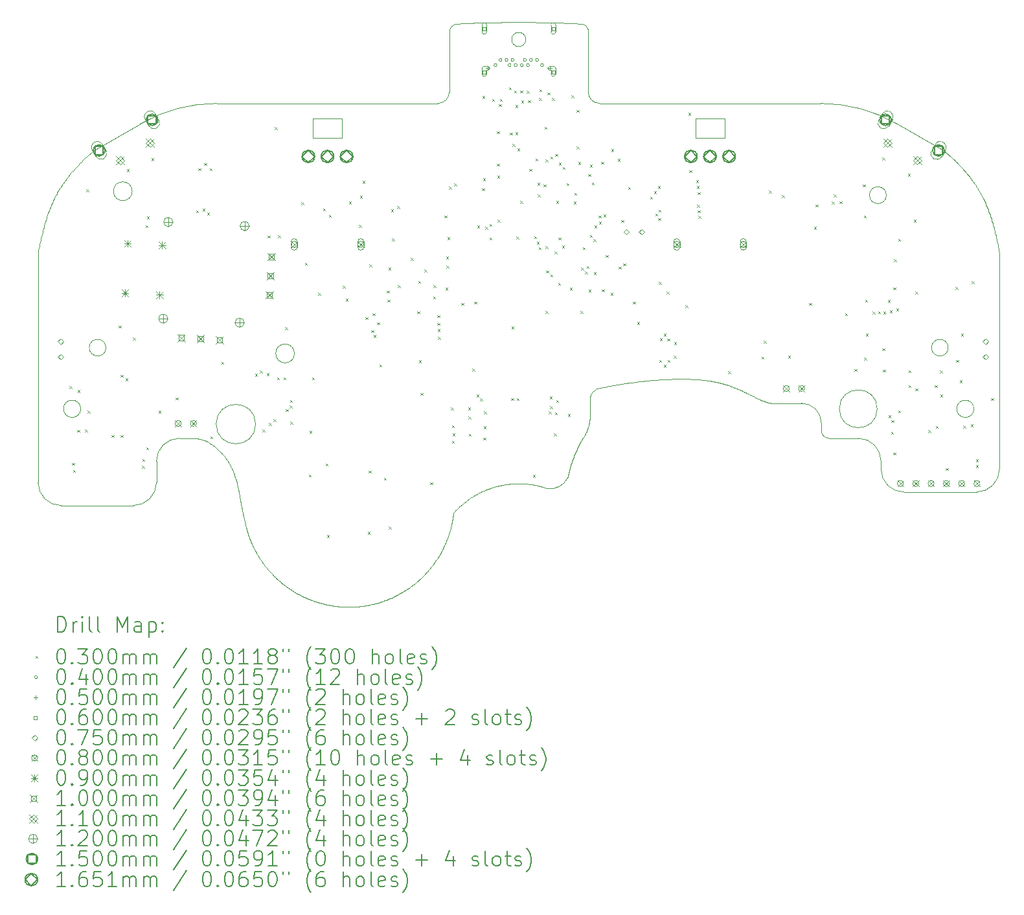
<source format=gbr>
%TF.GenerationSoftware,KiCad,Pcbnew,8.0.2*%
%TF.CreationDate,2024-08-23T15:15:25-07:00*%
%TF.ProjectId,UGC_Main_R4,5547435f-4d61-4696-9e5f-52342e6b6963,rev?*%
%TF.SameCoordinates,Original*%
%TF.FileFunction,Drillmap*%
%TF.FilePolarity,Positive*%
%FSLAX45Y45*%
G04 Gerber Fmt 4.5, Leading zero omitted, Abs format (unit mm)*
G04 Created by KiCad (PCBNEW 8.0.2) date 2024-08-23 15:15:25*
%MOMM*%
%LPD*%
G01*
G04 APERTURE LIST*
%ADD10C,0.100000*%
%ADD11C,0.010000*%
%ADD12C,0.200000*%
%ADD13C,0.110000*%
%ADD14C,0.120000*%
%ADD15C,0.150000*%
%ADD16C,0.165100*%
G04 APERTURE END LIST*
D10*
X21098524Y-8405855D02*
X21088302Y-8406441D01*
X21078113Y-8407038D01*
X21067954Y-8407645D01*
X21057826Y-8408262D01*
X21047726Y-8408890D01*
X21037655Y-8409529D01*
X21033635Y-8409788D01*
X22845042Y-13194165D02*
X22836143Y-13200574D01*
X22827754Y-13207601D01*
X22819906Y-13215214D01*
X22812631Y-13223383D01*
X22805959Y-13232075D01*
X22803874Y-13235083D01*
X28132187Y-14231648D02*
G75*
G02*
X27832187Y-14531647I-299997J-2D01*
G01*
X26884115Y-14531648D02*
G75*
G02*
X26584112Y-14231648I-5J299998D01*
G01*
X22486871Y-14347809D02*
G75*
G02*
X22225140Y-14484922I-225071J111269D01*
G01*
X20947567Y-8471615D02*
X20952276Y-8461721D01*
X20958025Y-8452422D01*
X20964759Y-8443801D01*
X20968907Y-8439335D01*
X20998554Y-8418610D02*
X21008069Y-8414842D01*
X21017900Y-8412071D01*
X21027968Y-8410316D01*
X21033635Y-8409788D01*
X21940866Y-8613913D02*
G75*
G02*
X21755866Y-8613913I-92500J0D01*
G01*
X21755866Y-8613913D02*
G75*
G02*
X21940866Y-8613913I92500J0D01*
G01*
X21848366Y-8388913D02*
X21859937Y-8388915D01*
X21871514Y-8388921D01*
X21883097Y-8388932D01*
X21894686Y-8388948D01*
X21906279Y-8388969D01*
X21917876Y-8388995D01*
X21929478Y-8389026D01*
X21941083Y-8389062D01*
X21952691Y-8389105D01*
X21964302Y-8389153D01*
X21975915Y-8389207D01*
X21987530Y-8389267D01*
X21999146Y-8389333D01*
X22010763Y-8389406D01*
X22022381Y-8389485D01*
X22033998Y-8389572D01*
X22045616Y-8389665D01*
X22057232Y-8389766D01*
X22068847Y-8389874D01*
X22080461Y-8389989D01*
X22092072Y-8390112D01*
X22103681Y-8390243D01*
X22115287Y-8390382D01*
X22126890Y-8390530D01*
X22138489Y-8390685D01*
X22150083Y-8390850D01*
X22161673Y-8391023D01*
X22173258Y-8391205D01*
X22184837Y-8391396D01*
X22196410Y-8391596D01*
X22207977Y-8391806D01*
X22219537Y-8392025D01*
X22756652Y-9299719D02*
X22756652Y-8509580D01*
X25794167Y-9449719D02*
X22906652Y-9449719D01*
X27769833Y-10447238D02*
X27777993Y-10458349D01*
X27785956Y-10469376D01*
X27793727Y-10480317D01*
X27801308Y-10491172D01*
X27808704Y-10501941D01*
X27815917Y-10512623D01*
X27822952Y-10523218D01*
X27829810Y-10533726D01*
X27836496Y-10544146D01*
X27843014Y-10554478D01*
X27849365Y-10564721D01*
X27855555Y-10574875D01*
X27861586Y-10584940D01*
X27867461Y-10594916D01*
X27873184Y-10604801D01*
X27878759Y-10614595D01*
X27884188Y-10624299D01*
X27889475Y-10633911D01*
X27894624Y-10643432D01*
X27899637Y-10652861D01*
X27904519Y-10662197D01*
X27909272Y-10671440D01*
X27913900Y-10680590D01*
X27918406Y-10689647D01*
X27927068Y-10707478D01*
X27935283Y-10724930D01*
X27943078Y-10741999D01*
X27950482Y-10758684D01*
X22803874Y-13235083D02*
X22797990Y-13244540D01*
X22792831Y-13254393D01*
X22788416Y-13264601D01*
X22784765Y-13275123D01*
X18117974Y-14270062D02*
X18111444Y-14255918D01*
X18105412Y-14242943D01*
X18099842Y-14231059D01*
X18094701Y-14220190D01*
X18089953Y-14210258D01*
X18085563Y-14201187D01*
X18079575Y-14189026D01*
X18074196Y-14178369D01*
X18069310Y-14168955D01*
X18063357Y-14157889D01*
X18057791Y-14147957D01*
X18053702Y-14140882D01*
X17757521Y-13862785D02*
X17745468Y-13858450D01*
X17734335Y-13854522D01*
X17723992Y-13850975D01*
X17714310Y-13847781D01*
X17700744Y-13843593D01*
X17687939Y-13840047D01*
X17675461Y-13837051D01*
X17662873Y-13834512D01*
X17649740Y-13832338D01*
X17635626Y-13830439D01*
X17625457Y-13829279D01*
X17614530Y-13828172D01*
X17602715Y-13827092D01*
X18269939Y-14927362D02*
X18272053Y-14937535D01*
X18274275Y-14947829D01*
X18276609Y-14958244D01*
X18279059Y-14968782D01*
X15864545Y-14706648D02*
X16812616Y-14706648D01*
X22690430Y-13821595D02*
X22695724Y-13812956D01*
X22701072Y-13804352D01*
X22701790Y-13803207D01*
X21874684Y-14420600D02*
X21864110Y-14420403D01*
X21853540Y-14420305D01*
X21848662Y-14420294D01*
X27411957Y-10073169D02*
X26791686Y-9716238D01*
X20790080Y-9449719D02*
X17902564Y-9449719D01*
X18359247Y-15207265D02*
X18363829Y-15217528D01*
X18368493Y-15227752D01*
X18373240Y-15237937D01*
X18378069Y-15248082D01*
X18382980Y-15258188D01*
X18387973Y-15268253D01*
X18393047Y-15278278D01*
X18398203Y-15288262D01*
X18403440Y-15298204D01*
X18408758Y-15308104D01*
X18412348Y-15314681D01*
X20940080Y-9299719D02*
G75*
G02*
X20790080Y-9449720I-150000J-1D01*
G01*
X19158366Y-9903440D02*
X19158366Y-9643440D01*
X25164110Y-13370061D02*
X25546418Y-13370061D01*
X21435098Y-14496662D02*
X21422898Y-14501471D01*
X21410760Y-14506420D01*
X21398686Y-14511507D01*
X21386677Y-14516731D01*
X21374733Y-14522091D01*
X21362857Y-14527588D01*
X21351049Y-14533220D01*
X21339310Y-14538987D01*
X21327642Y-14544887D01*
X21316045Y-14550921D01*
X21304521Y-14557088D01*
X21293071Y-14563386D01*
X21281696Y-14569815D01*
X21270397Y-14576375D01*
X21259175Y-14583065D01*
X21248031Y-14589884D01*
X21236967Y-14596831D01*
X21225983Y-14603906D01*
X21215081Y-14611108D01*
X21204262Y-14618436D01*
X21193526Y-14625890D01*
X21182876Y-14633469D01*
X21172312Y-14641172D01*
X21161835Y-14648998D01*
X21151447Y-14656948D01*
X21141148Y-14665020D01*
X21130940Y-14673213D01*
X21120823Y-14681527D01*
X21110800Y-14689961D01*
X21100870Y-14698515D01*
X21091036Y-14707188D01*
X21081298Y-14715978D01*
X18219411Y-14694504D02*
X18216639Y-14678878D01*
X18214092Y-14664527D01*
X18211756Y-14651365D01*
X18209614Y-14639309D01*
X18207653Y-14628274D01*
X18205856Y-14618173D01*
X18203436Y-14604591D01*
X18201301Y-14592636D01*
X18199399Y-14582021D01*
X18197136Y-14569460D01*
X18195074Y-14558095D01*
X18193586Y-14549947D01*
X25794167Y-9449719D02*
G75*
G02*
X26791687Y-9716237I3J-2000001D01*
G01*
X21848662Y-14420294D02*
X21835412Y-14420312D01*
X21822169Y-14420485D01*
X21808936Y-14420813D01*
X21795713Y-14421296D01*
X21782503Y-14421933D01*
X21769305Y-14422725D01*
X21756121Y-14423670D01*
X21742954Y-14424769D01*
X21729803Y-14426022D01*
X21716671Y-14427427D01*
X21703559Y-14428986D01*
X21690468Y-14430697D01*
X21677399Y-14432561D01*
X21664353Y-14434578D01*
X21651333Y-14436746D01*
X21638339Y-14439067D01*
X21625373Y-14441539D01*
X21612436Y-14444162D01*
X21599529Y-14446937D01*
X21586654Y-14449862D01*
X21573811Y-14452939D01*
X21561003Y-14456166D01*
X21548231Y-14459543D01*
X21535495Y-14463070D01*
X21522798Y-14466747D01*
X21510140Y-14470573D01*
X21497523Y-14474549D01*
X21484949Y-14478674D01*
X21472417Y-14482948D01*
X21459931Y-14487371D01*
X21447491Y-14491942D01*
X21435098Y-14496662D01*
X23739972Y-13059629D02*
X23763020Y-13058337D01*
X23786100Y-13057155D01*
X23809207Y-13056088D01*
X23832332Y-13055142D01*
X23855469Y-13054322D01*
X23878611Y-13053633D01*
X23901750Y-13053082D01*
X23924879Y-13052672D01*
X23947992Y-13052411D01*
X23971081Y-13052302D01*
X23994138Y-13052352D01*
X24017158Y-13052566D01*
X24040132Y-13052950D01*
X24063054Y-13053508D01*
X24085916Y-13054247D01*
X24108712Y-13055171D01*
X24131433Y-13056286D01*
X24154074Y-13057598D01*
X24176627Y-13059112D01*
X24199085Y-13060833D01*
X24221440Y-13062766D01*
X24243686Y-13064918D01*
X24265816Y-13067294D01*
X24287821Y-13069898D01*
X24309696Y-13072737D01*
X24331434Y-13075816D01*
X24353026Y-13079140D01*
X24374465Y-13082714D01*
X24395746Y-13086545D01*
X24416860Y-13090637D01*
X24437801Y-13094997D01*
X24458561Y-13099628D01*
X19509600Y-16028754D02*
X19526216Y-16030050D01*
X19542837Y-16031144D01*
X19559462Y-16032037D01*
X19576088Y-16032728D01*
X19592714Y-16033218D01*
X19609337Y-16033508D01*
X19625957Y-16033596D01*
X19642571Y-16033485D01*
X19659177Y-16033173D01*
X19675774Y-16032660D01*
X19692360Y-16031948D01*
X19708933Y-16031037D01*
X19725491Y-16029926D01*
X19742032Y-16028615D01*
X19758556Y-16027106D01*
X19775059Y-16025397D01*
X19791541Y-16023490D01*
X19807998Y-16021384D01*
X19824430Y-16019080D01*
X19840835Y-16016578D01*
X19857211Y-16013878D01*
X19873556Y-16010981D01*
X19889868Y-16007886D01*
X19906146Y-16004593D01*
X19922388Y-16001104D01*
X19938591Y-15997417D01*
X19954755Y-15993534D01*
X19970877Y-15989455D01*
X19986955Y-15985179D01*
X20002989Y-15980707D01*
X20018975Y-15976039D01*
X20034912Y-15971175D01*
X21081298Y-14715978D02*
X21073796Y-14722892D01*
X21066360Y-14729870D01*
X21058990Y-14736912D01*
X21051686Y-14744018D01*
X21044450Y-14751187D01*
X21037281Y-14758418D01*
X21030180Y-14765711D01*
X21023146Y-14773066D01*
X22778204Y-13537548D02*
X22778031Y-13550691D01*
X22777513Y-13563815D01*
X22776651Y-13576913D01*
X22775447Y-13589979D01*
X22773900Y-13603006D01*
X22772012Y-13615987D01*
X22769784Y-13628916D01*
X22767217Y-13641785D01*
X22764312Y-13654589D01*
X22761069Y-13667320D01*
X22758721Y-13675763D01*
X17112616Y-14406648D02*
X17112616Y-14127092D01*
X22219537Y-8392025D02*
X22231398Y-8392261D01*
X22243258Y-8392507D01*
X22255117Y-8392764D01*
X22266976Y-8393031D01*
X22278834Y-8393311D01*
X22290690Y-8393601D01*
X22302546Y-8393903D01*
X22314400Y-8394217D01*
X22326253Y-8394543D01*
X22338104Y-8394882D01*
X22349954Y-8395233D01*
X22361801Y-8395596D01*
X22373647Y-8395973D01*
X22385491Y-8396362D01*
X22397333Y-8396765D01*
X22409173Y-8397182D01*
X22421010Y-8397612D01*
X22432845Y-8398056D01*
X22444677Y-8398514D01*
X22456506Y-8398987D01*
X22468333Y-8399474D01*
X22480157Y-8399976D01*
X22491978Y-8400493D01*
X22503795Y-8401025D01*
X22515609Y-8401573D01*
X22527420Y-8402136D01*
X22539228Y-8402715D01*
X22551031Y-8403310D01*
X22562831Y-8403921D01*
X22574627Y-8404549D01*
X22586419Y-8405193D01*
X22598207Y-8405855D01*
X22898663Y-13171939D02*
X22923786Y-13166937D01*
X22949000Y-13162009D01*
X22974303Y-13157157D01*
X22999694Y-13152382D01*
X23025170Y-13147688D01*
X23050731Y-13143076D01*
X23076375Y-13138549D01*
X23102100Y-13134109D01*
X23127905Y-13129758D01*
X23153788Y-13125499D01*
X23179748Y-13121334D01*
X23205784Y-13117265D01*
X23231893Y-13113295D01*
X23258074Y-13109426D01*
X23284327Y-13105659D01*
X23310648Y-13101999D01*
X23337038Y-13098445D01*
X23363493Y-13095002D01*
X23390013Y-13091671D01*
X23416597Y-13088455D01*
X23443242Y-13085355D01*
X23469947Y-13082375D01*
X23496711Y-13079516D01*
X23523532Y-13076781D01*
X23550408Y-13074172D01*
X23577339Y-13071691D01*
X23604322Y-13069341D01*
X23631356Y-13067123D01*
X23658440Y-13065041D01*
X23685571Y-13063096D01*
X23712749Y-13061291D01*
X23739972Y-13059629D01*
X16905045Y-9716238D02*
G75*
G02*
X17902564Y-9449720I997515J-1733472D01*
G01*
X25903918Y-13827092D02*
G75*
G02*
X25803918Y-13727092I2J100002D01*
G01*
X18407813Y-13642561D02*
G75*
G02*
X17892813Y-13642561I-257500J0D01*
G01*
X17892813Y-13642561D02*
G75*
G02*
X18407813Y-13642561I257500J0D01*
G01*
X17412616Y-13827092D02*
X17602715Y-13827092D01*
X18053702Y-14140882D02*
X18044899Y-14128103D01*
X18036782Y-14116391D01*
X18029303Y-14105676D01*
X18022415Y-14095889D01*
X18016071Y-14086960D01*
X18010224Y-14078819D01*
X18002282Y-14067932D01*
X17995194Y-14058427D01*
X17988799Y-14050068D01*
X17981078Y-14040300D01*
X17973930Y-14031593D01*
X17968719Y-14025425D01*
X22225140Y-14484921D02*
X22214573Y-14481244D01*
X22203973Y-14477673D01*
X22193341Y-14474208D01*
X22182678Y-14470849D01*
X22171985Y-14467597D01*
X22161262Y-14464451D01*
X22150510Y-14461412D01*
X22139730Y-14458479D01*
X22128923Y-14455654D01*
X22118089Y-14452935D01*
X22107230Y-14450324D01*
X22096346Y-14447821D01*
X22085438Y-14445425D01*
X22074507Y-14443138D01*
X22063553Y-14440958D01*
X22052578Y-14438886D01*
X22041582Y-14436923D01*
X22030566Y-14435069D01*
X22019530Y-14433323D01*
X22008477Y-14431686D01*
X21997405Y-14430158D01*
X21986317Y-14428739D01*
X21975213Y-14427430D01*
X21964093Y-14426230D01*
X21952959Y-14425141D01*
X21941812Y-14424161D01*
X21930651Y-14423291D01*
X21919479Y-14422531D01*
X21908295Y-14421882D01*
X21897101Y-14421344D01*
X21885897Y-14420916D01*
X21874684Y-14420600D01*
X22486871Y-14347809D02*
X22490396Y-14330438D01*
X22494109Y-14313106D01*
X22498009Y-14295815D01*
X22502095Y-14278567D01*
X22506368Y-14261365D01*
X22510826Y-14244209D01*
X22515470Y-14227104D01*
X22520298Y-14210050D01*
X22525310Y-14193049D01*
X22530506Y-14176104D01*
X22535886Y-14159217D01*
X22541449Y-14142389D01*
X22547194Y-14125624D01*
X22553121Y-14108922D01*
X22559230Y-14092287D01*
X22565520Y-14075719D01*
X22571990Y-14059222D01*
X22578641Y-14042797D01*
X22585472Y-14026446D01*
X22592482Y-14010172D01*
X22599671Y-13993976D01*
X22607039Y-13977861D01*
X22614584Y-13961828D01*
X22622307Y-13945880D01*
X22630207Y-13930019D01*
X22638284Y-13914247D01*
X22646537Y-13898565D01*
X22654966Y-13882977D01*
X22663570Y-13867483D01*
X22672349Y-13852087D01*
X22681303Y-13836790D01*
X22690430Y-13821595D01*
X17112616Y-14127092D02*
G75*
G02*
X17412616Y-13827096I299994J2D01*
G01*
X22598207Y-8405855D02*
X22608429Y-8406441D01*
X22618619Y-8407038D01*
X22628777Y-8407645D01*
X22638906Y-8408262D01*
X22649005Y-8408890D01*
X22659076Y-8409529D01*
X22663097Y-8409788D01*
X15564545Y-11397080D02*
X15564545Y-14406648D01*
X24897780Y-13271849D02*
X24908160Y-13277132D01*
X24918405Y-13282320D01*
X24928516Y-13287407D01*
X24938493Y-13292390D01*
X24948335Y-13297263D01*
X24958044Y-13302022D01*
X24967619Y-13306661D01*
X24977061Y-13311177D01*
X24986369Y-13315564D01*
X24995545Y-13319817D01*
X25013497Y-13327905D01*
X25030919Y-13335403D01*
X25047813Y-13342273D01*
X25064179Y-13348476D01*
X25080020Y-13353975D01*
X25095336Y-13358732D01*
X25110130Y-13362710D01*
X25124403Y-13365869D01*
X25138156Y-13368173D01*
X25151391Y-13369583D01*
X25164110Y-13370061D01*
X15564545Y-11397080D02*
X15570092Y-11369428D01*
X15575662Y-11342160D01*
X15581263Y-11315269D01*
X15586902Y-11288748D01*
X15592586Y-11262589D01*
X15598323Y-11236786D01*
X15604120Y-11211331D01*
X15609984Y-11186216D01*
X15615922Y-11161435D01*
X15621942Y-11136980D01*
X15628051Y-11112845D01*
X15634256Y-11089021D01*
X15640565Y-11065502D01*
X15646985Y-11042280D01*
X15653523Y-11019349D01*
X15660186Y-10996700D01*
X15666982Y-10974327D01*
X15673918Y-10952222D01*
X15681002Y-10930379D01*
X15688240Y-10908790D01*
X15695640Y-10887447D01*
X15703209Y-10866344D01*
X15710955Y-10845473D01*
X15718884Y-10824827D01*
X15727004Y-10804399D01*
X15735323Y-10784181D01*
X15743848Y-10764167D01*
X15752585Y-10744348D01*
X15761542Y-10724719D01*
X15770727Y-10705271D01*
X15780147Y-10685998D01*
X15789809Y-10666892D01*
X20990026Y-14842116D02*
X20991388Y-14832153D01*
X20992751Y-14822189D01*
X20994113Y-14812225D01*
X20995476Y-14802262D01*
X22898663Y-13171939D02*
X22887997Y-13174490D01*
X22877568Y-13177806D01*
X22867417Y-13181870D01*
X22857586Y-13186664D01*
X22848113Y-13192173D01*
X22845042Y-13194165D01*
X16451966Y-12643440D02*
G75*
G02*
X16234765Y-12643440I-108600J0D01*
G01*
X16234765Y-12643440D02*
G75*
G02*
X16451966Y-12643440I108600J0D01*
G01*
X17867504Y-13930354D02*
X17855728Y-13922476D01*
X17844902Y-13915288D01*
X17834963Y-13908746D01*
X17825847Y-13902808D01*
X17813577Y-13894937D01*
X17802803Y-13888180D01*
X17793308Y-13882388D01*
X17782268Y-13875915D01*
X17772614Y-13870551D01*
X17761718Y-13864875D01*
X17757521Y-13862785D01*
X22758721Y-13675763D02*
X22754921Y-13688346D01*
X22750796Y-13700816D01*
X22746347Y-13713165D01*
X22741578Y-13725389D01*
X22736490Y-13737481D01*
X22731087Y-13749435D01*
X22725372Y-13761244D01*
X22719348Y-13772902D01*
X22713016Y-13784403D01*
X22706381Y-13795742D01*
X22701790Y-13803207D01*
X20510027Y-15711577D02*
X20522986Y-15700573D01*
X20535801Y-15689416D01*
X20548471Y-15678108D01*
X20560994Y-15666651D01*
X20573370Y-15655045D01*
X20585597Y-15643293D01*
X20597674Y-15631395D01*
X20609600Y-15619354D01*
X20621373Y-15607171D01*
X20632993Y-15594848D01*
X20644458Y-15582385D01*
X20655767Y-15569785D01*
X20666918Y-15557048D01*
X20677911Y-15544178D01*
X20688745Y-15531174D01*
X20699417Y-15518039D01*
X20709928Y-15504773D01*
X20720275Y-15491379D01*
X20730458Y-15477859D01*
X20740475Y-15464212D01*
X20750325Y-15450442D01*
X20760007Y-15436549D01*
X20769520Y-15422535D01*
X20778862Y-15408402D01*
X20788032Y-15394151D01*
X20797030Y-15379784D01*
X20805853Y-15365301D01*
X20814502Y-15350705D01*
X20822973Y-15335997D01*
X20831267Y-15321179D01*
X20839382Y-15306252D01*
X20847317Y-15291217D01*
X27411957Y-10073169D02*
X27424224Y-10083546D01*
X27436451Y-10094017D01*
X27448636Y-10104578D01*
X27460775Y-10115231D01*
X27472866Y-10125973D01*
X27484905Y-10136804D01*
X27496889Y-10147724D01*
X27508815Y-10158732D01*
X27520681Y-10169827D01*
X27532482Y-10181008D01*
X27544217Y-10192274D01*
X27555882Y-10203625D01*
X27567474Y-10215059D01*
X27578990Y-10226577D01*
X27590427Y-10238177D01*
X27601782Y-10249859D01*
X27613052Y-10261621D01*
X27624233Y-10273464D01*
X27635324Y-10285386D01*
X27646321Y-10297386D01*
X27657220Y-10309464D01*
X27668019Y-10321619D01*
X27678715Y-10333851D01*
X27689305Y-10346158D01*
X27699785Y-10358539D01*
X27710153Y-10370995D01*
X27720406Y-10383523D01*
X27730540Y-10396124D01*
X27740553Y-10408797D01*
X27750442Y-10421541D01*
X27760203Y-10434355D01*
X27769833Y-10447238D01*
X19020879Y-15894144D02*
X19035277Y-15901058D01*
X19049747Y-15907802D01*
X19064286Y-15914375D01*
X19078895Y-15920777D01*
X19093570Y-15927008D01*
X19108311Y-15933066D01*
X19123115Y-15938952D01*
X19137982Y-15944665D01*
X19152910Y-15950205D01*
X19167898Y-15955571D01*
X19182943Y-15960762D01*
X19198045Y-15965779D01*
X19213202Y-15970621D01*
X19228412Y-15975287D01*
X19243674Y-15979777D01*
X19258986Y-15984091D01*
X19274347Y-15988228D01*
X19289755Y-15992187D01*
X19305210Y-15995969D01*
X19320708Y-15999572D01*
X19336250Y-16002997D01*
X19351833Y-16006243D01*
X19367455Y-16009309D01*
X19383116Y-16012196D01*
X19398814Y-16014902D01*
X19414547Y-16017427D01*
X19430313Y-16019770D01*
X19446112Y-16021932D01*
X19461942Y-16023912D01*
X19477800Y-16025710D01*
X19493687Y-16027324D01*
X19509600Y-16028754D01*
X16795206Y-10597780D02*
G75*
G02*
X16550206Y-10597780I-122500J0D01*
G01*
X16550206Y-10597780D02*
G75*
G02*
X16795206Y-10597780I122500J0D01*
G01*
X18248300Y-14839945D02*
X18245057Y-14824242D01*
X18242089Y-14809818D01*
X18239379Y-14796589D01*
X18236908Y-14784469D01*
X18234659Y-14773373D01*
X18232613Y-14763215D01*
X18229888Y-14749552D01*
X18227519Y-14737521D01*
X18225448Y-14726835D01*
X18223042Y-14714180D01*
X18220913Y-14702722D01*
X18219411Y-14694504D01*
X24458561Y-13099628D02*
X24474564Y-13103430D01*
X24490430Y-13107411D01*
X24506157Y-13111565D01*
X24521744Y-13115882D01*
X24537191Y-13120357D01*
X24552496Y-13124979D01*
X24567659Y-13129743D01*
X24582678Y-13134640D01*
X24597553Y-13139662D01*
X24612283Y-13144802D01*
X24626867Y-13150051D01*
X24641304Y-13155403D01*
X24655593Y-13160848D01*
X24669733Y-13166380D01*
X24683724Y-13171991D01*
X24697564Y-13177672D01*
X24711252Y-13183417D01*
X24724788Y-13189216D01*
X24738171Y-13195063D01*
X24751399Y-13200950D01*
X24764472Y-13206869D01*
X24777390Y-13212811D01*
X24790150Y-13218770D01*
X24802752Y-13224738D01*
X24815196Y-13230706D01*
X24827480Y-13236667D01*
X24839604Y-13242613D01*
X24851565Y-13248537D01*
X24863365Y-13254430D01*
X24875001Y-13260285D01*
X24886473Y-13266094D01*
X24897780Y-13271849D01*
X18279059Y-14968782D02*
X18282765Y-14984053D01*
X18286648Y-14999282D01*
X18290707Y-15014467D01*
X18294941Y-15029607D01*
X18299349Y-15044700D01*
X18303932Y-15059746D01*
X18308689Y-15074742D01*
X18313620Y-15089687D01*
X18318723Y-15104581D01*
X18323998Y-15119421D01*
X18329446Y-15134207D01*
X18335065Y-15148936D01*
X18340855Y-15163608D01*
X18346816Y-15178221D01*
X18352947Y-15192774D01*
X18359247Y-15207265D01*
X24158366Y-9903440D02*
X24158366Y-9643440D01*
X20859124Y-15267973D02*
X20865185Y-15255600D01*
X20871120Y-15243172D01*
X20876929Y-15230690D01*
X20882611Y-15218155D01*
X20888166Y-15205567D01*
X20893593Y-15192928D01*
X20898893Y-15180238D01*
X20904065Y-15167500D01*
X20909108Y-15154712D01*
X20914023Y-15141878D01*
X20918809Y-15128996D01*
X20923466Y-15116070D01*
X20927993Y-15103099D01*
X20932390Y-15090084D01*
X20936658Y-15077027D01*
X20940794Y-15063928D01*
X20944800Y-15050788D01*
X20948676Y-15037610D01*
X20952419Y-15024392D01*
X20956031Y-15011137D01*
X20959511Y-14997845D01*
X20962859Y-14984517D01*
X20966075Y-14971155D01*
X20969157Y-14957759D01*
X20972106Y-14944330D01*
X20974922Y-14930870D01*
X20977604Y-14917378D01*
X20980152Y-14903857D01*
X20982565Y-14890307D01*
X20984844Y-14876730D01*
X20986988Y-14863125D01*
X20988997Y-14849494D01*
X25803918Y-13627561D02*
X25803918Y-13727092D01*
X27799073Y-13442726D02*
G75*
G02*
X27574073Y-13442726I-112500J0D01*
G01*
X27574073Y-13442726D02*
G75*
G02*
X27799073Y-13442726I112500J0D01*
G01*
X26584115Y-14127092D02*
X26584115Y-14231648D01*
X25903918Y-13827092D02*
X26284115Y-13827092D01*
X26884115Y-14531648D02*
X27832187Y-14531648D01*
X18412348Y-15314681D02*
X18417908Y-15324684D01*
X18423551Y-15334643D01*
X18429277Y-15344556D01*
X18435085Y-15354424D01*
X18440975Y-15364246D01*
X18446947Y-15374021D01*
X18453000Y-15383749D01*
X18459135Y-15393429D01*
X18465352Y-15403062D01*
X18471649Y-15412646D01*
X18478028Y-15422180D01*
X18484486Y-15431666D01*
X18491026Y-15441101D01*
X18497645Y-15450485D01*
X18504345Y-15459818D01*
X18511124Y-15469100D01*
X18517983Y-15478330D01*
X18524921Y-15487507D01*
X18531938Y-15496630D01*
X18539034Y-15505701D01*
X18546209Y-15514717D01*
X18553462Y-15523678D01*
X18560794Y-15532585D01*
X18568203Y-15541435D01*
X18575691Y-15550230D01*
X18583256Y-15558968D01*
X18590898Y-15567649D01*
X18598618Y-15576272D01*
X18606415Y-15584837D01*
X18614288Y-15593344D01*
X18622238Y-15601791D01*
X18630264Y-15610179D01*
X16122659Y-13442726D02*
G75*
G02*
X15897659Y-13442726I-112500J0D01*
G01*
X15897659Y-13442726D02*
G75*
G02*
X16122659Y-13442726I112500J0D01*
G01*
X18162574Y-14407659D02*
X18158089Y-14392692D01*
X18153943Y-14378953D01*
X18150111Y-14366362D01*
X18146569Y-14354836D01*
X18143294Y-14344296D01*
X18140261Y-14334658D01*
X18136114Y-14321717D01*
X18132377Y-14310351D01*
X18128969Y-14300285D01*
X18124796Y-14288411D01*
X18120871Y-14277710D01*
X18117974Y-14270062D01*
X18916526Y-12719100D02*
G75*
G02*
X18671526Y-12719100I-122500J0D01*
G01*
X18671526Y-12719100D02*
G75*
G02*
X18916526Y-12719100I122500J0D01*
G01*
X20940080Y-8509580D02*
X20940080Y-9299719D01*
X21023146Y-14773066D02*
X21016229Y-14780365D01*
X21009311Y-14787664D01*
X21002393Y-14794963D01*
X20995476Y-14802262D01*
X27950482Y-10758684D02*
X27957443Y-10774807D01*
X27964276Y-10791069D01*
X27970984Y-10807479D01*
X27977574Y-10824048D01*
X27984048Y-10840788D01*
X27990412Y-10857709D01*
X27996670Y-10874823D01*
X28002828Y-10892139D01*
X28008888Y-10909670D01*
X28014857Y-10927425D01*
X28020739Y-10945416D01*
X28026537Y-10963655D01*
X28032258Y-10982151D01*
X28037904Y-11000915D01*
X28043482Y-11019960D01*
X28048995Y-11039294D01*
X28054449Y-11058931D01*
X28059847Y-11078879D01*
X28065195Y-11099151D01*
X28070496Y-11119757D01*
X28075756Y-11140709D01*
X28080979Y-11162016D01*
X28086170Y-11183691D01*
X28091332Y-11205743D01*
X28096472Y-11228185D01*
X28101593Y-11251026D01*
X28106700Y-11274277D01*
X28111798Y-11297951D01*
X28116891Y-11322057D01*
X28121984Y-11346607D01*
X28127081Y-11371611D01*
X28132187Y-11397080D01*
X24538366Y-9643440D02*
X24538366Y-9903440D01*
X28132187Y-14231648D02*
X28132187Y-11397080D01*
X22906652Y-9449719D02*
G75*
G02*
X22756651Y-9299719I-2J149999D01*
G01*
X25546418Y-13370061D02*
G75*
G02*
X25803918Y-13627561I2J-257499D01*
G01*
X20940080Y-8509580D02*
X20940680Y-8498639D01*
X20942468Y-8487854D01*
X20945426Y-8477321D01*
X20947567Y-8471615D01*
X15789809Y-10666892D02*
X15795602Y-10655742D01*
X15801848Y-10643968D01*
X15808564Y-10631585D01*
X15815768Y-10618608D01*
X15823477Y-10605051D01*
X15831707Y-10590928D01*
X15840476Y-10576255D01*
X15849800Y-10561046D01*
X15859698Y-10545315D01*
X15870185Y-10529077D01*
X15881280Y-10512347D01*
X15892999Y-10495139D01*
X15905359Y-10477469D01*
X15918377Y-10459350D01*
X15932071Y-10440797D01*
X15946457Y-10421824D01*
X15961553Y-10402447D01*
X15977376Y-10382680D01*
X15993943Y-10362538D01*
X16011270Y-10342035D01*
X16029376Y-10321185D01*
X16048276Y-10300004D01*
X16067989Y-10278506D01*
X16088532Y-10256706D01*
X16109920Y-10234618D01*
X16132172Y-10212256D01*
X16155305Y-10189636D01*
X16179335Y-10166772D01*
X16204280Y-10143679D01*
X16230157Y-10120371D01*
X16256983Y-10096862D01*
X16284775Y-10073169D01*
X16905045Y-9716238D02*
X16284775Y-10073169D01*
X19538366Y-9643440D02*
X19538366Y-9903440D01*
X22750109Y-8474004D02*
X22753256Y-8483742D01*
X22755388Y-8493731D01*
X22756490Y-8503891D01*
X22756652Y-8509580D01*
X17112616Y-14406648D02*
G75*
G02*
X16812616Y-14706646I-299996J-2D01*
G01*
X19538366Y-9903440D02*
X19158366Y-9903440D01*
X18269939Y-14927362D02*
X18267068Y-14916432D01*
X18264245Y-14905503D01*
X18261469Y-14894575D01*
X18258740Y-14883647D01*
X18256059Y-14872721D01*
X18253426Y-14861795D01*
X18250839Y-14850870D01*
X18248300Y-14839945D01*
X22778204Y-13537548D02*
X22778204Y-13319001D01*
X24158366Y-9643440D02*
X24538366Y-9643440D01*
X22731338Y-8443082D02*
X22737743Y-8451064D01*
X22743289Y-8459641D01*
X22747934Y-8468744D01*
X22750109Y-8474004D01*
X24538366Y-9903440D02*
X24158366Y-9903440D01*
X22700500Y-8419706D02*
X22710070Y-8425043D01*
X22718979Y-8431380D01*
X22727148Y-8438656D01*
X22731338Y-8443082D01*
X15864545Y-14706648D02*
G75*
G02*
X15564542Y-14406648I5J300008D01*
G01*
X20988997Y-14849494D02*
X20990026Y-14842116D01*
X21848366Y-8388913D02*
X21836794Y-8388915D01*
X21825217Y-8388921D01*
X21813634Y-8388932D01*
X21802046Y-8388948D01*
X21790453Y-8388969D01*
X21778855Y-8388995D01*
X21767254Y-8389026D01*
X21755649Y-8389062D01*
X21744040Y-8389105D01*
X21732430Y-8389153D01*
X21720817Y-8389207D01*
X21709202Y-8389267D01*
X21697586Y-8389333D01*
X21685968Y-8389406D01*
X21674351Y-8389485D01*
X21662733Y-8389572D01*
X21651116Y-8389665D01*
X21639499Y-8389766D01*
X21627884Y-8389874D01*
X21616270Y-8389989D01*
X21604659Y-8390112D01*
X21593050Y-8390243D01*
X21581444Y-8390382D01*
X21569841Y-8390530D01*
X21558243Y-8390685D01*
X21546648Y-8390850D01*
X21535058Y-8391023D01*
X21523473Y-8391205D01*
X21511894Y-8391396D01*
X21500321Y-8391596D01*
X21488754Y-8391806D01*
X21477195Y-8392025D01*
X26534073Y-13442726D02*
G75*
G02*
X26039073Y-13442726I-247500J0D01*
G01*
X26039073Y-13442726D02*
G75*
G02*
X26534073Y-13442726I247500J0D01*
G01*
X26653366Y-10649440D02*
G75*
G02*
X26433366Y-10649440I-110000J0D01*
G01*
X26433366Y-10649440D02*
G75*
G02*
X26653366Y-10649440I110000J0D01*
G01*
X18193586Y-14549947D02*
X18190421Y-14534531D01*
X18187499Y-14520375D01*
X18184804Y-14507397D01*
X18182318Y-14495511D01*
X18180024Y-14484634D01*
X18177906Y-14474684D01*
X18175019Y-14461310D01*
X18172429Y-14449547D01*
X18170078Y-14439114D01*
X18167217Y-14426781D01*
X18164541Y-14415638D01*
X18162574Y-14407659D01*
X18630264Y-15610179D02*
X18640879Y-15621060D01*
X18651607Y-15631820D01*
X18662448Y-15642458D01*
X18673400Y-15652974D01*
X18684462Y-15663366D01*
X18695633Y-15673633D01*
X18706913Y-15683775D01*
X18718299Y-15693791D01*
X18729792Y-15703680D01*
X18741389Y-15713441D01*
X18753091Y-15723074D01*
X18764895Y-15732577D01*
X18776800Y-15741949D01*
X18788807Y-15751191D01*
X18800912Y-15760300D01*
X18813116Y-15769277D01*
X18825418Y-15778120D01*
X18837815Y-15786828D01*
X18850308Y-15795401D01*
X18862895Y-15803838D01*
X18875574Y-15812137D01*
X18888346Y-15820299D01*
X18901209Y-15828322D01*
X18914161Y-15836205D01*
X18927202Y-15843948D01*
X18940330Y-15851549D01*
X18953545Y-15859009D01*
X18966845Y-15866325D01*
X18980230Y-15873498D01*
X18993698Y-15880526D01*
X19007248Y-15887408D01*
X19020879Y-15894144D01*
X21477195Y-8392025D02*
X21465334Y-8392261D01*
X21453474Y-8392507D01*
X21441614Y-8392764D01*
X21429755Y-8393031D01*
X21417898Y-8393311D01*
X21406041Y-8393601D01*
X21394186Y-8393903D01*
X21382331Y-8394217D01*
X21370479Y-8394543D01*
X21358627Y-8394882D01*
X21346778Y-8395233D01*
X21334930Y-8395596D01*
X21323084Y-8395973D01*
X21311240Y-8396362D01*
X21299398Y-8396765D01*
X21287559Y-8397182D01*
X21275721Y-8397612D01*
X21263887Y-8398056D01*
X21252054Y-8398514D01*
X21240225Y-8398987D01*
X21228398Y-8399474D01*
X21216574Y-8399976D01*
X21204754Y-8400493D01*
X21192936Y-8401025D01*
X21181122Y-8401573D01*
X21169311Y-8402136D01*
X21157504Y-8402715D01*
X21145700Y-8403310D01*
X21133900Y-8403921D01*
X21122104Y-8404549D01*
X21110312Y-8405193D01*
X21098524Y-8405855D01*
X20034912Y-15971175D02*
X20051188Y-15965989D01*
X20067388Y-15960606D01*
X20083512Y-15955024D01*
X20099557Y-15949247D01*
X20115522Y-15943274D01*
X20131405Y-15937106D01*
X20147204Y-15930745D01*
X20162919Y-15924192D01*
X20178546Y-15917446D01*
X20194085Y-15910510D01*
X20209533Y-15903385D01*
X20224889Y-15896070D01*
X20240151Y-15888567D01*
X20255318Y-15880878D01*
X20270387Y-15873002D01*
X20285358Y-15864942D01*
X20300227Y-15856697D01*
X20314995Y-15848269D01*
X20329658Y-15839659D01*
X20344215Y-15830868D01*
X20358665Y-15821897D01*
X20373006Y-15812746D01*
X20387235Y-15803416D01*
X20401352Y-15793909D01*
X20415355Y-15784226D01*
X20429242Y-15774367D01*
X20443010Y-15764333D01*
X20456660Y-15754125D01*
X20470187Y-15743745D01*
X20483593Y-15733193D01*
X20496873Y-15722470D01*
X20510027Y-15711577D01*
X17968719Y-14025425D02*
X17958040Y-14014711D01*
X17948209Y-14004907D01*
X17939170Y-13995955D01*
X17930864Y-13987795D01*
X17923234Y-13980369D01*
X17912931Y-13970479D01*
X17903826Y-13961910D01*
X17895726Y-13954464D01*
X17886153Y-13945942D01*
X17877562Y-13938597D01*
X17869493Y-13931958D01*
X17867504Y-13930354D01*
X19158366Y-9643440D02*
X19538366Y-9643440D01*
X20847317Y-15291217D02*
X20852167Y-15281799D01*
X20856944Y-15272347D01*
X20859124Y-15267973D01*
X20968907Y-8439335D02*
X20976459Y-8432428D01*
X20984661Y-8426341D01*
X20993446Y-8421120D01*
X20998554Y-8418610D01*
X22663097Y-8409788D02*
X22673976Y-8411092D01*
X22684624Y-8413572D01*
X22694944Y-8417202D01*
X22700500Y-8419706D01*
X26284115Y-13827092D02*
G75*
G02*
X26584118Y-14127092I5J-299998D01*
G01*
X27461966Y-12643440D02*
G75*
G02*
X27244765Y-12643440I-108600J0D01*
G01*
X27244765Y-12643440D02*
G75*
G02*
X27461966Y-12643440I108600J0D01*
G01*
X22784765Y-13275123D02*
X22781904Y-13285887D01*
X22779853Y-13296818D01*
X22778617Y-13307872D01*
X22778204Y-13319001D01*
D11*
X21368364Y-9065440D02*
X21368364Y-8990440D01*
X21398364Y-8965440D02*
X21443364Y-8965440D01*
X21428364Y-9015440D02*
X21428364Y-9065440D01*
X21443364Y-9015440D02*
X21428364Y-9015440D01*
X22253364Y-8965440D02*
X22298364Y-8965440D01*
X22268364Y-9015440D02*
X22253364Y-9015440D01*
X22268364Y-9065440D02*
X22268364Y-9015440D01*
X22328364Y-8990440D02*
X22328364Y-9065440D01*
X21368364Y-8990440D02*
G75*
G02*
X21398364Y-8965440I27500J-2500D01*
G01*
X21428364Y-9065440D02*
G75*
G02*
X21368364Y-9065440I-30000J0D01*
G01*
X21443364Y-8965440D02*
G75*
G02*
X21443364Y-9015440I0J-25000D01*
G01*
X22253364Y-9015440D02*
G75*
G02*
X22253364Y-8965440I0J25000D01*
G01*
X22298364Y-8965440D02*
G75*
G02*
X22328364Y-8990440I2500J-27500D01*
G01*
X22328364Y-9065440D02*
G75*
G02*
X22268364Y-9065440I-30000J0D01*
G01*
D12*
D10*
X15974300Y-13147280D02*
X16004300Y-13177280D01*
X16004300Y-13147280D02*
X15974300Y-13177280D01*
X16007320Y-14148040D02*
X16037320Y-14178040D01*
X16037320Y-14148040D02*
X16007320Y-14178040D01*
X16020020Y-14242020D02*
X16050020Y-14272020D01*
X16050020Y-14242020D02*
X16020020Y-14272020D01*
X16075900Y-13716240D02*
X16105900Y-13746240D01*
X16105900Y-13716240D02*
X16075900Y-13746240D01*
X16080980Y-13198080D02*
X16110980Y-13228080D01*
X16110980Y-13198080D02*
X16080980Y-13228080D01*
X16180040Y-13711160D02*
X16210040Y-13741160D01*
X16210040Y-13711160D02*
X16180040Y-13741160D01*
X16195280Y-10571720D02*
X16225280Y-10601720D01*
X16225280Y-10571720D02*
X16195280Y-10601720D01*
X16210520Y-13467320D02*
X16240520Y-13497320D01*
X16240520Y-13467320D02*
X16210520Y-13497320D01*
X16526026Y-13783853D02*
X16556026Y-13813853D01*
X16556026Y-13783853D02*
X16526026Y-13813853D01*
X16619460Y-12354800D02*
X16649460Y-12384800D01*
X16649460Y-12354800D02*
X16619460Y-12384800D01*
X16641900Y-13784699D02*
X16671900Y-13814699D01*
X16671900Y-13784699D02*
X16641900Y-13814699D01*
X16644860Y-12997420D02*
X16674860Y-13027420D01*
X16674860Y-12997420D02*
X16644860Y-13027420D01*
X16708360Y-13043140D02*
X16738360Y-13073140D01*
X16738360Y-13043140D02*
X16708360Y-13073140D01*
X16726140Y-10310100D02*
X16756140Y-10340100D01*
X16756140Y-10310100D02*
X16726140Y-10340100D01*
X16804880Y-12512280D02*
X16834880Y-12542280D01*
X16834880Y-12512280D02*
X16804880Y-12542280D01*
X16921720Y-14188680D02*
X16951720Y-14218680D01*
X16951720Y-14188680D02*
X16921720Y-14218680D01*
X16929340Y-14097240D02*
X16959340Y-14127240D01*
X16959340Y-14097240D02*
X16929340Y-14127240D01*
X16969980Y-11043361D02*
X16999980Y-11073361D01*
X16999980Y-11043361D02*
X16969980Y-11073361D01*
X16980140Y-13947380D02*
X17010140Y-13977380D01*
X17010140Y-13947380D02*
X16980140Y-13977380D01*
X16985220Y-10927320D02*
X17015220Y-10957320D01*
X17015220Y-10927320D02*
X16985220Y-10957320D01*
X17046180Y-10165320D02*
X17076180Y-10195320D01*
X17076180Y-10165320D02*
X17046180Y-10195320D01*
X17140160Y-13469860D02*
X17170160Y-13499860D01*
X17170160Y-13469860D02*
X17140160Y-13499860D01*
X17363680Y-13294600D02*
X17393680Y-13324600D01*
X17393680Y-13294600D02*
X17363680Y-13324600D01*
X17630380Y-10848580D02*
X17660380Y-10878580D01*
X17660380Y-10848580D02*
X17630380Y-10878580D01*
X17660860Y-10297400D02*
X17690860Y-10327400D01*
X17690860Y-10297400D02*
X17660860Y-10327400D01*
X17714200Y-10828260D02*
X17744200Y-10858260D01*
X17744200Y-10828260D02*
X17714200Y-10858260D01*
X17734520Y-10228820D02*
X17764520Y-10258820D01*
X17764520Y-10228820D02*
X17734520Y-10258820D01*
X17772620Y-10879060D02*
X17802620Y-10909060D01*
X17802620Y-10879060D02*
X17772620Y-10909060D01*
X17808180Y-10297400D02*
X17838180Y-10327400D01*
X17838180Y-10297400D02*
X17808180Y-10327400D01*
X17815800Y-13802600D02*
X17845800Y-13832600D01*
X17845800Y-13802600D02*
X17815800Y-13832600D01*
X17960580Y-12829780D02*
X17990580Y-12859780D01*
X17990580Y-12829780D02*
X17960580Y-12859780D01*
X18400000Y-12984720D02*
X18430000Y-13014720D01*
X18430000Y-12984720D02*
X18400000Y-13014720D01*
X18466040Y-12944080D02*
X18496040Y-12974080D01*
X18496040Y-12944080D02*
X18466040Y-12974080D01*
X18496520Y-13713700D02*
X18526520Y-13743700D01*
X18526520Y-13713700D02*
X18496520Y-13743700D01*
X18552400Y-12974560D02*
X18582400Y-13004560D01*
X18582400Y-12974560D02*
X18552400Y-13004560D01*
X18565100Y-11178780D02*
X18595100Y-11208780D01*
X18595100Y-11178780D02*
X18565100Y-11208780D01*
X18582880Y-13629880D02*
X18612880Y-13659880D01*
X18612880Y-13629880D02*
X18582880Y-13659880D01*
X18641300Y-13576540D02*
X18671300Y-13606540D01*
X18671300Y-13576540D02*
X18641300Y-13606540D01*
X18659080Y-9761460D02*
X18689080Y-9791460D01*
X18689080Y-9761460D02*
X18659080Y-9791460D01*
X18689560Y-13030440D02*
X18719560Y-13060440D01*
X18719560Y-13030440D02*
X18689560Y-13060440D01*
X18702260Y-11171160D02*
X18732260Y-11201160D01*
X18732260Y-11171160D02*
X18702260Y-11201160D01*
X18771761Y-13032693D02*
X18801761Y-13062693D01*
X18801761Y-13032693D02*
X18771761Y-13062693D01*
X18796240Y-12377660D02*
X18826240Y-12407660D01*
X18826240Y-12377660D02*
X18796240Y-12407660D01*
X18802197Y-13445370D02*
X18832197Y-13475370D01*
X18832197Y-13445370D02*
X18802197Y-13475370D01*
X18852239Y-13397927D02*
X18882239Y-13427927D01*
X18882239Y-13397927D02*
X18852239Y-13427927D01*
X18857438Y-13326438D02*
X18887438Y-13356438D01*
X18887438Y-13326438D02*
X18857438Y-13356438D01*
X18860327Y-13612742D02*
X18890327Y-13642742D01*
X18890327Y-13612742D02*
X18860327Y-13642742D01*
X19004520Y-10739360D02*
X19034520Y-10769360D01*
X19034520Y-10739360D02*
X19004520Y-10769360D01*
X19052780Y-11534380D02*
X19082780Y-11564380D01*
X19082780Y-11534380D02*
X19052780Y-11564380D01*
X19103580Y-14302980D02*
X19133580Y-14332980D01*
X19133580Y-14302980D02*
X19103580Y-14332980D01*
X19113740Y-13731480D02*
X19143740Y-13761480D01*
X19143740Y-13731480D02*
X19113740Y-13761480D01*
X19144220Y-13030440D02*
X19174220Y-13060440D01*
X19174220Y-13030440D02*
X19144220Y-13060440D01*
X19228040Y-11928080D02*
X19258040Y-11958080D01*
X19258040Y-11928080D02*
X19228040Y-11958080D01*
X19289000Y-10820640D02*
X19319000Y-10850640D01*
X19319000Y-10820640D02*
X19289000Y-10850640D01*
X19324560Y-14158200D02*
X19354560Y-14188200D01*
X19354560Y-14158200D02*
X19324560Y-14188200D01*
X19342340Y-15095460D02*
X19372340Y-15125460D01*
X19372340Y-15095460D02*
X19342340Y-15125460D01*
X19367740Y-10907000D02*
X19397740Y-10937000D01*
X19397740Y-10907000D02*
X19367740Y-10937000D01*
X19548080Y-11831560D02*
X19578080Y-11861560D01*
X19578080Y-11831560D02*
X19548080Y-11861560D01*
X19586180Y-12004280D02*
X19616180Y-12034280D01*
X19616180Y-12004280D02*
X19586180Y-12034280D01*
X19626820Y-10731740D02*
X19656820Y-10761740D01*
X19656820Y-10731740D02*
X19626820Y-10761740D01*
X19761440Y-11036540D02*
X19791440Y-11066540D01*
X19791440Y-11036540D02*
X19761440Y-11066540D01*
X19771600Y-10658080D02*
X19801600Y-10688080D01*
X19801600Y-10658080D02*
X19771600Y-10688080D01*
X19804620Y-10462500D02*
X19834620Y-10492500D01*
X19834620Y-10462500D02*
X19804620Y-10492500D01*
X19845260Y-12245580D02*
X19875260Y-12275580D01*
X19875260Y-12245580D02*
X19845260Y-12275580D01*
X19875740Y-15052280D02*
X19905740Y-15082280D01*
X19905740Y-15052280D02*
X19875740Y-15082280D01*
X19888440Y-14252180D02*
X19918440Y-14282180D01*
X19918440Y-14252180D02*
X19888440Y-14282180D01*
X19894790Y-11553430D02*
X19924790Y-11583430D01*
X19924790Y-11553430D02*
X19894790Y-11583430D01*
X19919276Y-12412994D02*
X19949276Y-12442994D01*
X19949276Y-12412994D02*
X19919276Y-12442994D01*
X19936700Y-12192240D02*
X19966700Y-12222240D01*
X19966700Y-12192240D02*
X19936700Y-12222240D01*
X19951940Y-12479260D02*
X19981940Y-12509260D01*
X19981940Y-12479260D02*
X19951940Y-12509260D01*
X19997419Y-12311068D02*
X20027419Y-12341068D01*
X20027419Y-12311068D02*
X19997419Y-12341068D01*
X20025600Y-12862800D02*
X20055600Y-12892800D01*
X20055600Y-12862800D02*
X20025600Y-12892800D01*
X20084020Y-14343620D02*
X20114020Y-14373620D01*
X20114020Y-14343620D02*
X20084020Y-14373620D01*
X20121600Y-11895580D02*
X20151600Y-11925580D01*
X20151600Y-11895580D02*
X20121600Y-11925580D01*
X20132280Y-12014440D02*
X20162280Y-12044440D01*
X20162280Y-12014440D02*
X20132280Y-12044440D01*
X20144980Y-11597880D02*
X20174980Y-11627880D01*
X20174980Y-11597880D02*
X20144980Y-11627880D01*
X20150060Y-14983700D02*
X20180060Y-15013700D01*
X20180060Y-14983700D02*
X20150060Y-15013700D01*
X20178000Y-10833340D02*
X20208000Y-10863340D01*
X20208000Y-10833340D02*
X20178000Y-10863340D01*
X20190700Y-11216880D02*
X20220700Y-11246880D01*
X20220700Y-11216880D02*
X20190700Y-11246880D01*
X20259280Y-10790160D02*
X20289280Y-10820160D01*
X20289280Y-10790160D02*
X20259280Y-10820160D01*
X20269440Y-11826480D02*
X20299440Y-11856480D01*
X20299440Y-11826480D02*
X20269440Y-11856480D01*
X20437080Y-11470880D02*
X20467080Y-11500880D01*
X20467080Y-11470880D02*
X20437080Y-11500880D01*
X20522174Y-12166966D02*
X20552174Y-12196966D01*
X20552174Y-12166966D02*
X20522174Y-12196966D01*
X20536140Y-11770600D02*
X20566140Y-11800600D01*
X20566140Y-11770600D02*
X20536140Y-11800600D01*
X20541220Y-12809460D02*
X20571220Y-12839460D01*
X20571220Y-12809460D02*
X20541220Y-12839460D01*
X20564080Y-13236180D02*
X20594080Y-13266180D01*
X20594080Y-13236180D02*
X20564080Y-13266180D01*
X20613040Y-11623280D02*
X20643040Y-11653280D01*
X20643040Y-11623280D02*
X20613040Y-11653280D01*
X20691080Y-14402040D02*
X20721080Y-14432040D01*
X20721080Y-14402040D02*
X20691080Y-14432040D01*
X20729180Y-11973800D02*
X20759180Y-12003800D01*
X20759180Y-11973800D02*
X20729180Y-12003800D01*
X20734260Y-11826480D02*
X20764260Y-11856480D01*
X20764260Y-11826480D02*
X20734260Y-11856480D01*
X20785060Y-12220180D02*
X20815060Y-12250180D01*
X20815060Y-12220180D02*
X20785060Y-12250180D01*
X20785060Y-12319240D02*
X20815060Y-12349240D01*
X20815060Y-12319240D02*
X20785060Y-12349240D01*
X20787600Y-12401460D02*
X20817600Y-12431460D01*
X20817600Y-12401460D02*
X20787600Y-12431460D01*
X20792680Y-12501460D02*
X20822680Y-12531460D01*
X20822680Y-12501460D02*
X20792680Y-12531460D01*
X20876500Y-10914620D02*
X20906500Y-10944620D01*
X20906500Y-10914620D02*
X20876500Y-10944620D01*
X20891740Y-11856960D02*
X20921740Y-11886960D01*
X20921740Y-11856960D02*
X20891740Y-11886960D01*
X20896820Y-11450560D02*
X20926820Y-11480560D01*
X20926820Y-11450560D02*
X20896820Y-11480560D01*
X20904440Y-11569940D02*
X20934440Y-11599940D01*
X20934440Y-11569940D02*
X20904440Y-11599940D01*
X20914600Y-11199100D02*
X20944600Y-11229100D01*
X20944600Y-11199100D02*
X20914600Y-11229100D01*
X20934920Y-10536160D02*
X20964920Y-10566160D01*
X20964920Y-10536160D02*
X20934920Y-10566160D01*
X20962016Y-13427307D02*
X20992016Y-13457307D01*
X20992016Y-13427307D02*
X20962016Y-13457307D01*
X20975560Y-13657820D02*
X21005560Y-13687820D01*
X21005560Y-13657820D02*
X20975560Y-13687820D01*
X20975560Y-13861020D02*
X21005560Y-13891020D01*
X21005560Y-13861020D02*
X20975560Y-13891020D01*
X20983180Y-13764500D02*
X21013180Y-13794500D01*
X21013180Y-13764500D02*
X20983180Y-13794500D01*
X21003500Y-10495520D02*
X21033500Y-10525520D01*
X21033500Y-10495520D02*
X21003500Y-10525520D01*
X21097480Y-12057620D02*
X21127480Y-12087620D01*
X21127480Y-12057620D02*
X21097480Y-12087620D01*
X21186380Y-13424140D02*
X21216380Y-13454140D01*
X21216380Y-13424140D02*
X21186380Y-13454140D01*
X21188920Y-13546060D02*
X21218920Y-13576060D01*
X21218920Y-13546060D02*
X21188920Y-13576060D01*
X21196540Y-13769580D02*
X21226540Y-13799580D01*
X21226540Y-13769580D02*
X21196540Y-13799580D01*
X21242260Y-12916140D02*
X21272260Y-12946140D01*
X21272260Y-12916140D02*
X21242260Y-12946140D01*
X21267660Y-12042380D02*
X21297660Y-12072380D01*
X21297660Y-12042380D02*
X21267660Y-12072380D01*
X21298140Y-13253960D02*
X21328140Y-13283960D01*
X21328140Y-13253960D02*
X21298140Y-13283960D01*
X21305000Y-11047500D02*
X21335000Y-11077500D01*
X21335000Y-11047500D02*
X21305000Y-11077500D01*
X21343860Y-13307300D02*
X21373860Y-13337300D01*
X21373860Y-13307300D02*
X21343860Y-13337300D01*
X21369260Y-10559020D02*
X21399260Y-10589020D01*
X21399260Y-10559020D02*
X21369260Y-10589020D01*
X21371800Y-9352520D02*
X21401800Y-9382520D01*
X21401800Y-9352520D02*
X21371800Y-9382520D01*
X21380218Y-10427855D02*
X21410218Y-10457855D01*
X21410218Y-10427855D02*
X21380218Y-10457855D01*
X21387040Y-13817840D02*
X21417040Y-13847840D01*
X21417040Y-13817840D02*
X21387040Y-13847840D01*
X21389580Y-13670520D02*
X21419580Y-13700520D01*
X21419580Y-13670520D02*
X21389580Y-13700520D01*
X21394660Y-13474940D02*
X21424660Y-13504940D01*
X21424660Y-13474940D02*
X21394660Y-13504940D01*
X21412500Y-11062500D02*
X21442500Y-11092500D01*
X21442500Y-11062500D02*
X21412500Y-11092500D01*
X21465000Y-11025000D02*
X21495000Y-11055000D01*
X21495000Y-11025000D02*
X21465000Y-11055000D01*
X21465780Y-11201640D02*
X21495780Y-11231640D01*
X21495780Y-11201640D02*
X21465780Y-11231640D01*
X21499000Y-9390000D02*
X21529000Y-9420000D01*
X21529000Y-9390000D02*
X21499000Y-9420000D01*
X21563314Y-10236429D02*
X21593314Y-10266429D01*
X21593314Y-10236429D02*
X21563314Y-10266429D01*
X21564840Y-9814800D02*
X21594840Y-9844800D01*
X21594840Y-9814800D02*
X21564840Y-9844800D01*
X21566462Y-10392586D02*
X21596462Y-10422586D01*
X21596462Y-10392586D02*
X21566462Y-10422586D01*
X21569671Y-10972090D02*
X21599671Y-11002090D01*
X21599671Y-10972090D02*
X21569671Y-11002090D01*
X21590240Y-9459200D02*
X21620240Y-9489200D01*
X21620240Y-9459200D02*
X21590240Y-9489200D01*
X21601525Y-9389971D02*
X21631525Y-9419971D01*
X21631525Y-9389971D02*
X21601525Y-9419971D01*
X21720000Y-9238000D02*
X21750000Y-9268000D01*
X21750000Y-9238000D02*
X21720000Y-9268000D01*
X21732480Y-9830040D02*
X21762480Y-9860040D01*
X21762480Y-9830040D02*
X21732480Y-9860040D01*
X21750260Y-13302220D02*
X21780260Y-13332220D01*
X21780260Y-13302220D02*
X21750260Y-13332220D01*
X21752800Y-12364960D02*
X21782800Y-12394960D01*
X21782800Y-12364960D02*
X21752800Y-12394960D01*
X21768040Y-9977360D02*
X21798040Y-10007360D01*
X21798040Y-9977360D02*
X21768040Y-10007360D01*
X21787000Y-9281000D02*
X21817000Y-9311000D01*
X21817000Y-9281000D02*
X21787000Y-9311000D01*
X21803600Y-9824960D02*
X21833600Y-9854960D01*
X21833600Y-9824960D02*
X21803600Y-9854960D01*
X21806140Y-9469360D02*
X21836140Y-9499360D01*
X21836140Y-9469360D02*
X21806140Y-9499360D01*
X21817864Y-11188567D02*
X21847864Y-11218567D01*
X21847864Y-11188567D02*
X21817864Y-11218567D01*
X21822257Y-13304385D02*
X21852257Y-13334385D01*
X21852257Y-13304385D02*
X21822257Y-13334385D01*
X21831540Y-10038320D02*
X21861540Y-10068320D01*
X21861540Y-10038320D02*
X21831540Y-10068320D01*
X21866358Y-9280775D02*
X21896358Y-9310775D01*
X21896358Y-9280775D02*
X21866358Y-9310775D01*
X21867100Y-10726660D02*
X21897100Y-10756660D01*
X21897100Y-10726660D02*
X21867100Y-10756660D01*
X21881000Y-9412000D02*
X21911000Y-9442000D01*
X21911000Y-9412000D02*
X21881000Y-9442000D01*
X21951000Y-9283000D02*
X21981000Y-9313000D01*
X21981000Y-9283000D02*
X21951000Y-9313000D01*
X21971000Y-9408000D02*
X22001000Y-9438000D01*
X22001000Y-9408000D02*
X21971000Y-9438000D01*
X21985528Y-10306357D02*
X22015528Y-10336357D01*
X22015528Y-10306357D02*
X21985528Y-10336357D01*
X22034740Y-14305520D02*
X22064740Y-14335520D01*
X22064740Y-14305520D02*
X22034740Y-14335520D01*
X22050857Y-11184897D02*
X22080857Y-11214897D01*
X22080857Y-11184897D02*
X22050857Y-11214897D01*
X22065314Y-10168300D02*
X22095314Y-10198300D01*
X22095314Y-10168300D02*
X22065314Y-10198300D01*
X22083000Y-11257520D02*
X22113000Y-11287520D01*
X22113000Y-11257520D02*
X22083000Y-11287520D01*
X22093160Y-10487900D02*
X22123160Y-10517900D01*
X22123160Y-10487900D02*
X22093160Y-10517900D01*
X22098240Y-10640300D02*
X22128240Y-10670300D01*
X22128240Y-10640300D02*
X22098240Y-10670300D01*
X22110940Y-11331180D02*
X22140940Y-11361180D01*
X22140940Y-11331180D02*
X22110940Y-11361180D01*
X22113480Y-9377920D02*
X22143480Y-9407920D01*
X22143480Y-9377920D02*
X22113480Y-9407920D01*
X22118412Y-9265248D02*
X22148412Y-9295248D01*
X22148412Y-9265248D02*
X22118412Y-9295248D01*
X22172122Y-10510208D02*
X22202122Y-10540208D01*
X22202122Y-10510208D02*
X22172122Y-10540208D01*
X22187140Y-9756380D02*
X22217140Y-9786380D01*
X22217140Y-9756380D02*
X22187140Y-9786380D01*
X22196812Y-12164384D02*
X22226812Y-12194384D01*
X22226812Y-12164384D02*
X22196812Y-12194384D01*
X22198011Y-11317168D02*
X22228011Y-11347168D01*
X22228011Y-11317168D02*
X22198011Y-11347168D01*
X22199840Y-10180560D02*
X22229840Y-10210560D01*
X22229840Y-10180560D02*
X22199840Y-10210560D01*
X22204920Y-11633440D02*
X22234920Y-11663440D01*
X22234920Y-11633440D02*
X22204920Y-11663440D01*
X22224512Y-9306653D02*
X22254512Y-9336653D01*
X22254512Y-9306653D02*
X22224512Y-9336653D01*
X22240480Y-13477480D02*
X22270480Y-13507480D01*
X22270480Y-13477480D02*
X22240480Y-13507480D01*
X22253180Y-13279360D02*
X22283180Y-13309360D01*
X22283180Y-13279360D02*
X22253180Y-13309360D01*
X22255720Y-13408900D02*
X22285720Y-13438900D01*
X22285720Y-13408900D02*
X22255720Y-13438900D01*
X22260800Y-10145000D02*
X22290800Y-10175000D01*
X22290800Y-10145000D02*
X22260800Y-10175000D01*
X22263340Y-11684240D02*
X22293340Y-11714240D01*
X22293340Y-11684240D02*
X22263340Y-11714240D01*
X22281120Y-9377920D02*
X22311120Y-9407920D01*
X22311120Y-9377920D02*
X22281120Y-9407920D01*
X22306520Y-13761960D02*
X22336520Y-13791960D01*
X22336520Y-13761960D02*
X22306520Y-13791960D01*
X22316429Y-11385164D02*
X22346429Y-11415164D01*
X22346429Y-11385164D02*
X22316429Y-11415164D01*
X22319309Y-13488748D02*
X22349309Y-13518748D01*
X22349309Y-13488748D02*
X22319309Y-13518748D01*
X22324973Y-10111478D02*
X22354973Y-10141478D01*
X22354973Y-10111478D02*
X22324973Y-10141478D01*
X22339540Y-10726660D02*
X22369540Y-10756660D01*
X22369540Y-10726660D02*
X22339540Y-10756660D01*
X22339540Y-13327620D02*
X22369540Y-13357620D01*
X22369540Y-13327620D02*
X22339540Y-13357620D01*
X22363868Y-11794940D02*
X22393868Y-11824940D01*
X22393868Y-11794940D02*
X22363868Y-11824940D01*
X22367480Y-11204180D02*
X22397480Y-11234180D01*
X22397480Y-11204180D02*
X22367480Y-11234180D01*
X22372560Y-10226280D02*
X22402560Y-10256280D01*
X22402560Y-10226280D02*
X22372560Y-10256280D01*
X22413200Y-11310860D02*
X22443200Y-11340860D01*
X22443200Y-11310860D02*
X22413200Y-11340860D01*
X22420820Y-10279620D02*
X22450820Y-10309620D01*
X22450820Y-10279620D02*
X22420820Y-10309620D01*
X22471620Y-10490440D02*
X22501620Y-10520440D01*
X22501620Y-10490440D02*
X22471620Y-10520440D01*
X22489000Y-13510000D02*
X22519000Y-13540000D01*
X22519000Y-13510000D02*
X22489000Y-13540000D01*
X22517379Y-11860277D02*
X22547379Y-11890277D01*
X22547379Y-11860277D02*
X22517379Y-11890277D01*
X22535000Y-9346000D02*
X22565000Y-9376000D01*
X22565000Y-9346000D02*
X22535000Y-9376000D01*
X22565600Y-10734280D02*
X22595600Y-10764280D01*
X22595600Y-10734280D02*
X22565600Y-10764280D01*
X22573220Y-10617440D02*
X22603220Y-10647440D01*
X22603220Y-10617440D02*
X22573220Y-10647440D01*
X22606240Y-9535400D02*
X22636240Y-9565400D01*
X22636240Y-9535400D02*
X22606240Y-9565400D01*
X22606240Y-10012920D02*
X22636240Y-10042920D01*
X22636240Y-10012920D02*
X22606240Y-10042920D01*
X22626560Y-10216120D02*
X22656560Y-10246120D01*
X22656560Y-10216120D02*
X22626560Y-10246120D01*
X22656828Y-12163599D02*
X22686828Y-12193599D01*
X22686828Y-12163599D02*
X22656828Y-12193599D01*
X22664660Y-11597880D02*
X22694660Y-11627880D01*
X22694660Y-11597880D02*
X22664660Y-11627880D01*
X22685487Y-11327868D02*
X22715487Y-11357868D01*
X22715487Y-11327868D02*
X22685487Y-11357868D01*
X22712920Y-11646140D02*
X22742920Y-11676140D01*
X22742920Y-11646140D02*
X22712920Y-11676140D01*
X22735000Y-11575000D02*
X22765000Y-11605000D01*
X22765000Y-11575000D02*
X22735000Y-11605000D01*
X22758640Y-10373600D02*
X22788640Y-10403600D01*
X22788640Y-10373600D02*
X22758640Y-10403600D01*
X22759875Y-11884057D02*
X22789875Y-11914057D01*
X22789875Y-11884057D02*
X22759875Y-11914057D01*
X22776420Y-10249140D02*
X22806420Y-10279140D01*
X22806420Y-10249140D02*
X22776420Y-10279140D01*
X22778135Y-11170054D02*
X22808135Y-11200054D01*
X22808135Y-11170054D02*
X22778135Y-11200054D01*
X22805016Y-10481676D02*
X22835016Y-10511676D01*
X22835016Y-10481676D02*
X22805016Y-10511676D01*
X22824680Y-11221960D02*
X22854680Y-11251960D01*
X22854680Y-11221960D02*
X22824680Y-11251960D01*
X22829902Y-11657132D02*
X22859902Y-11687132D01*
X22859902Y-11657132D02*
X22829902Y-11687132D01*
X22838554Y-11047401D02*
X22868554Y-11077401D01*
X22868554Y-11047401D02*
X22838554Y-11077401D01*
X22890572Y-10914620D02*
X22920572Y-10944620D01*
X22920572Y-10914620D02*
X22890572Y-10944620D01*
X22895800Y-10993360D02*
X22925800Y-11023360D01*
X22925800Y-10993360D02*
X22895800Y-11023360D01*
X22926280Y-10211040D02*
X22956280Y-10241040D01*
X22956280Y-10211040D02*
X22926280Y-10241040D01*
X22935453Y-11881761D02*
X22965453Y-11911761D01*
X22965453Y-11881761D02*
X22935453Y-11911761D01*
X22956760Y-10901920D02*
X22986760Y-10931920D01*
X22986760Y-10901920D02*
X22956760Y-10931920D01*
X22985409Y-11432982D02*
X23015409Y-11462982D01*
X23015409Y-11432982D02*
X22985409Y-11462982D01*
X23048200Y-11925540D02*
X23078200Y-11955540D01*
X23078200Y-11925540D02*
X23048200Y-11955540D01*
X23055820Y-10045940D02*
X23085820Y-10075940D01*
X23085820Y-10045940D02*
X23055820Y-10075940D01*
X23143620Y-10176196D02*
X23173620Y-10206196D01*
X23173620Y-10176196D02*
X23143620Y-10206196D01*
X23155115Y-11583245D02*
X23185115Y-11613245D01*
X23185115Y-11583245D02*
X23155115Y-11613245D01*
X23190440Y-10973040D02*
X23220440Y-11003040D01*
X23220440Y-10973040D02*
X23190440Y-11003040D01*
X23213464Y-11541267D02*
X23243464Y-11571267D01*
X23243464Y-11541267D02*
X23213464Y-11571267D01*
X23276201Y-10543229D02*
X23306201Y-10573229D01*
X23306201Y-10543229D02*
X23276201Y-10573229D01*
X23342840Y-12039840D02*
X23372840Y-12069840D01*
X23372840Y-12039840D02*
X23342840Y-12069840D01*
X23396180Y-12309080D02*
X23426180Y-12339080D01*
X23426180Y-12309080D02*
X23396180Y-12339080D01*
X23566360Y-10668240D02*
X23596360Y-10698240D01*
X23596360Y-10668240D02*
X23566360Y-10698240D01*
X23617160Y-10597120D02*
X23647160Y-10627120D01*
X23647160Y-10597120D02*
X23617160Y-10627120D01*
X23632406Y-10890193D02*
X23662406Y-10920193D01*
X23662406Y-10890193D02*
X23632406Y-10920193D01*
X23668753Y-10529252D02*
X23698753Y-10559252D01*
X23698753Y-10529252D02*
X23668753Y-10559252D01*
X23670390Y-10946954D02*
X23700390Y-10976954D01*
X23700390Y-10946954D02*
X23670390Y-10976954D01*
X23677086Y-10839414D02*
X23707086Y-10869414D01*
X23707086Y-10839414D02*
X23677086Y-10869414D01*
X23678120Y-11783300D02*
X23708120Y-11813300D01*
X23708120Y-11783300D02*
X23678120Y-11813300D01*
X23685740Y-12801840D02*
X23715740Y-12831840D01*
X23715740Y-12801840D02*
X23685740Y-12831840D01*
X23693360Y-12519900D02*
X23723360Y-12549900D01*
X23723360Y-12519900D02*
X23693360Y-12549900D01*
X23741620Y-12458940D02*
X23771620Y-12488940D01*
X23771620Y-12458940D02*
X23741620Y-12488940D01*
X23741620Y-12865340D02*
X23771620Y-12895340D01*
X23771620Y-12865340D02*
X23741620Y-12895340D01*
X23779720Y-11907760D02*
X23809720Y-11937760D01*
X23809720Y-11907760D02*
X23779720Y-11937760D01*
X23788109Y-12521818D02*
X23818109Y-12551818D01*
X23818109Y-12521818D02*
X23788109Y-12551818D01*
X23794960Y-12804380D02*
X23824960Y-12834380D01*
X23824960Y-12804380D02*
X23794960Y-12834380D01*
X23876240Y-12748500D02*
X23906240Y-12778500D01*
X23906240Y-12748500D02*
X23876240Y-12778500D01*
X23878780Y-12568160D02*
X23908780Y-12598160D01*
X23908780Y-12568160D02*
X23878780Y-12598160D01*
X24026100Y-12088100D02*
X24056100Y-12118100D01*
X24056100Y-12088100D02*
X24026100Y-12118100D01*
X24064200Y-9570960D02*
X24094200Y-9600960D01*
X24094200Y-9570960D02*
X24064200Y-9600960D01*
X24079440Y-10322800D02*
X24109440Y-10352800D01*
X24109440Y-10322800D02*
X24079440Y-10352800D01*
X24168340Y-10452340D02*
X24198340Y-10482340D01*
X24198340Y-10452340D02*
X24168340Y-10482340D01*
X24173420Y-10528540D02*
X24203420Y-10558540D01*
X24203420Y-10528540D02*
X24173420Y-10558540D01*
X24178500Y-10777460D02*
X24208500Y-10807460D01*
X24208500Y-10777460D02*
X24178500Y-10807460D01*
X24186120Y-10609820D02*
X24216120Y-10639820D01*
X24216120Y-10609820D02*
X24186120Y-10639820D01*
X24188660Y-10846040D02*
X24218660Y-10876040D01*
X24218660Y-10846040D02*
X24188660Y-10876040D01*
X24196280Y-10917160D02*
X24226280Y-10947160D01*
X24226280Y-10917160D02*
X24196280Y-10947160D01*
X24584900Y-12951700D02*
X24614900Y-12981700D01*
X24614900Y-12951700D02*
X24584900Y-12981700D01*
X25021780Y-12761200D02*
X25051780Y-12791200D01*
X25051780Y-12761200D02*
X25021780Y-12791200D01*
X25052260Y-12555460D02*
X25082260Y-12585460D01*
X25082260Y-12555460D02*
X25052260Y-12585460D01*
X25118300Y-10586960D02*
X25148300Y-10616960D01*
X25148300Y-10586960D02*
X25118300Y-10616960D01*
X25287216Y-10650022D02*
X25317216Y-10680022D01*
X25317216Y-10650022D02*
X25287216Y-10680022D01*
X25369760Y-12748500D02*
X25399760Y-12778500D01*
X25399760Y-12748500D02*
X25369760Y-12778500D01*
X25643350Y-12059267D02*
X25673350Y-12089267D01*
X25673350Y-12059267D02*
X25643350Y-12089267D01*
X25707580Y-11064480D02*
X25737580Y-11094480D01*
X25737580Y-11064480D02*
X25707580Y-11094480D01*
X25727900Y-10769840D02*
X25757900Y-10799840D01*
X25757900Y-10769840D02*
X25727900Y-10799840D01*
X25938891Y-10735040D02*
X25968891Y-10765040D01*
X25968891Y-10735040D02*
X25938891Y-10765040D01*
X25964777Y-10637968D02*
X25994777Y-10667968D01*
X25994777Y-10637968D02*
X25964777Y-10667968D01*
X26042434Y-10728569D02*
X26072434Y-10758569D01*
X26072434Y-10728569D02*
X26042434Y-10758569D01*
X26113980Y-12194780D02*
X26143980Y-12224780D01*
X26143980Y-12194780D02*
X26113980Y-12224780D01*
X26235900Y-12921220D02*
X26265900Y-12951220D01*
X26265900Y-12921220D02*
X26235900Y-12951220D01*
X26345120Y-10508220D02*
X26375120Y-10538220D01*
X26375120Y-10508220D02*
X26345120Y-10538220D01*
X26357820Y-10914620D02*
X26387820Y-10944620D01*
X26387820Y-10914620D02*
X26357820Y-10944620D01*
X26362900Y-12773900D02*
X26392900Y-12803900D01*
X26392900Y-12773900D02*
X26362900Y-12803900D01*
X26375600Y-12014440D02*
X26405600Y-12044440D01*
X26405600Y-12014440D02*
X26375600Y-12044440D01*
X26385760Y-12461480D02*
X26415760Y-12491480D01*
X26415760Y-12461480D02*
X26385760Y-12491480D01*
X26472120Y-12171920D02*
X26502120Y-12201920D01*
X26502120Y-12171920D02*
X26472120Y-12201920D01*
X26545780Y-12169380D02*
X26575780Y-12199380D01*
X26575780Y-12169380D02*
X26545780Y-12199380D01*
X26599120Y-12651980D02*
X26629120Y-12681980D01*
X26629120Y-12651980D02*
X26599120Y-12681980D01*
X26602930Y-10156430D02*
X26632930Y-10186430D01*
X26632930Y-10156430D02*
X26602930Y-10186430D01*
X26609280Y-12928840D02*
X26639280Y-12958840D01*
X26639280Y-12928840D02*
X26609280Y-12958840D01*
X26611820Y-12171920D02*
X26641820Y-12201920D01*
X26641820Y-12171920D02*
X26611820Y-12201920D01*
X26672780Y-12019520D02*
X26702780Y-12049520D01*
X26702780Y-12019520D02*
X26672780Y-12049520D01*
X26682940Y-13525740D02*
X26712940Y-13555740D01*
X26712940Y-13525740D02*
X26682940Y-13555740D01*
X26698180Y-12154140D02*
X26728180Y-12184140D01*
X26728180Y-12154140D02*
X26698180Y-12184140D01*
X26715960Y-13741640D02*
X26745960Y-13771640D01*
X26745960Y-13741640D02*
X26715960Y-13771640D01*
X26721040Y-13591780D02*
X26751040Y-13621780D01*
X26751040Y-13591780D02*
X26721040Y-13621780D01*
X26743900Y-14013420D02*
X26773900Y-14043420D01*
X26773900Y-14013420D02*
X26743900Y-14043420D01*
X26746440Y-11854420D02*
X26776440Y-11884420D01*
X26776440Y-11854420D02*
X26746440Y-11884420D01*
X26751520Y-11488660D02*
X26781520Y-11518660D01*
X26781520Y-11488660D02*
X26751520Y-11518660D01*
X26784540Y-12128740D02*
X26814540Y-12158740D01*
X26814540Y-12128740D02*
X26784540Y-12158740D01*
X26807400Y-13462240D02*
X26837400Y-13492240D01*
X26837400Y-13462240D02*
X26807400Y-13492240D01*
X26809940Y-11219420D02*
X26839940Y-11249420D01*
X26839940Y-11219420D02*
X26809940Y-11249420D01*
X26936940Y-10368520D02*
X26966940Y-10398520D01*
X26966940Y-10368520D02*
X26936940Y-10398520D01*
X26942020Y-12939000D02*
X26972020Y-12969000D01*
X26972020Y-12939000D02*
X26942020Y-12969000D01*
X26944560Y-13132040D02*
X26974560Y-13162040D01*
X26974560Y-13132040D02*
X26944560Y-13162040D01*
X27010600Y-10967960D02*
X27040600Y-10997960D01*
X27040600Y-10967960D02*
X27010600Y-10997960D01*
X27033460Y-11910300D02*
X27063460Y-11940300D01*
X27063460Y-11910300D02*
X27033460Y-11940300D01*
X27033460Y-13175220D02*
X27063460Y-13205220D01*
X27063460Y-13175220D02*
X27033460Y-13205220D01*
X27201100Y-13721320D02*
X27231100Y-13751320D01*
X27231100Y-13721320D02*
X27201100Y-13751320D01*
X27284920Y-13132040D02*
X27314920Y-13162040D01*
X27314920Y-13132040D02*
X27284920Y-13162040D01*
X27297620Y-13665440D02*
X27327620Y-13695440D01*
X27327620Y-13665440D02*
X27297620Y-13695440D01*
X27353500Y-12941540D02*
X27383500Y-12971540D01*
X27383500Y-12941540D02*
X27353500Y-12971540D01*
X27358580Y-13253960D02*
X27388580Y-13283960D01*
X27388580Y-13253960D02*
X27358580Y-13283960D01*
X27432240Y-14215658D02*
X27462240Y-14245658D01*
X27462240Y-14215658D02*
X27432240Y-14245658D01*
X27556700Y-11851880D02*
X27586700Y-11881880D01*
X27586700Y-11851880D02*
X27556700Y-11881880D01*
X27566860Y-12801840D02*
X27596860Y-12831840D01*
X27596860Y-12801840D02*
X27566860Y-12831840D01*
X27612580Y-13068540D02*
X27642580Y-13098540D01*
X27642580Y-13068540D02*
X27612580Y-13098540D01*
X27630360Y-12461480D02*
X27660360Y-12491480D01*
X27660360Y-12461480D02*
X27630360Y-12491480D01*
X27660840Y-13662900D02*
X27690840Y-13692900D01*
X27690840Y-13662900D02*
X27660840Y-13692900D01*
X27754820Y-13645120D02*
X27784820Y-13675120D01*
X27784820Y-13645120D02*
X27754820Y-13675120D01*
X27767520Y-11775680D02*
X27797520Y-11805680D01*
X27797520Y-11775680D02*
X27767520Y-11805680D01*
X27823400Y-14178520D02*
X27853400Y-14208520D01*
X27853400Y-14178520D02*
X27823400Y-14208520D01*
X27825940Y-14104860D02*
X27855940Y-14134860D01*
X27855940Y-14104860D02*
X27825940Y-14134860D01*
X28021520Y-13302220D02*
X28051520Y-13332220D01*
X28051520Y-13302220D02*
X28021520Y-13332220D01*
X21563364Y-8950440D02*
G75*
G02*
X21523364Y-8950440I-20000J0D01*
G01*
X21523364Y-8950440D02*
G75*
G02*
X21563364Y-8950440I20000J0D01*
G01*
X21628364Y-8880440D02*
G75*
G02*
X21588364Y-8880440I-20000J0D01*
G01*
X21588364Y-8880440D02*
G75*
G02*
X21628364Y-8880440I20000J0D01*
G01*
X21708364Y-8880440D02*
G75*
G02*
X21668364Y-8880440I-20000J0D01*
G01*
X21668364Y-8880440D02*
G75*
G02*
X21708364Y-8880440I20000J0D01*
G01*
X21748364Y-8950440D02*
G75*
G02*
X21708364Y-8950440I-20000J0D01*
G01*
X21708364Y-8950440D02*
G75*
G02*
X21748364Y-8950440I20000J0D01*
G01*
X21788364Y-8880440D02*
G75*
G02*
X21748364Y-8880440I-20000J0D01*
G01*
X21748364Y-8880440D02*
G75*
G02*
X21788364Y-8880440I20000J0D01*
G01*
X21828364Y-8950440D02*
G75*
G02*
X21788364Y-8950440I-20000J0D01*
G01*
X21788364Y-8950440D02*
G75*
G02*
X21828364Y-8950440I20000J0D01*
G01*
X21908364Y-8950440D02*
G75*
G02*
X21868364Y-8950440I-20000J0D01*
G01*
X21868364Y-8950440D02*
G75*
G02*
X21908364Y-8950440I20000J0D01*
G01*
X21948364Y-8880440D02*
G75*
G02*
X21908364Y-8880440I-20000J0D01*
G01*
X21908364Y-8880440D02*
G75*
G02*
X21948364Y-8880440I20000J0D01*
G01*
X21988364Y-8950440D02*
G75*
G02*
X21948364Y-8950440I-20000J0D01*
G01*
X21948364Y-8950440D02*
G75*
G02*
X21988364Y-8950440I20000J0D01*
G01*
X22028364Y-8880440D02*
G75*
G02*
X21988364Y-8880440I-20000J0D01*
G01*
X21988364Y-8880440D02*
G75*
G02*
X22028364Y-8880440I20000J0D01*
G01*
X22108364Y-8880440D02*
G75*
G02*
X22068364Y-8880440I-20000J0D01*
G01*
X22068364Y-8880440D02*
G75*
G02*
X22108364Y-8880440I20000J0D01*
G01*
X22173364Y-8950440D02*
G75*
G02*
X22133364Y-8950440I-20000J0D01*
G01*
X22133364Y-8950440D02*
G75*
G02*
X22173364Y-8950440I20000J0D01*
G01*
X21443364Y-8965440D02*
X21443364Y-9015440D01*
X21418364Y-8990440D02*
X21468364Y-8990440D01*
X22253364Y-8965440D02*
X22253364Y-9015440D01*
X22228364Y-8990440D02*
X22278364Y-8990440D01*
X21419577Y-8491653D02*
X21419577Y-8449227D01*
X21377150Y-8449227D01*
X21377150Y-8491653D01*
X21419577Y-8491653D01*
X21368364Y-8425440D02*
X21368364Y-8515440D01*
X21428364Y-8515440D02*
G75*
G02*
X21368364Y-8515440I-30000J0D01*
G01*
X21428364Y-8515440D02*
X21428364Y-8425440D01*
X21428364Y-8425440D02*
G75*
G03*
X21368364Y-8425440I-30000J0D01*
G01*
X21419577Y-9066653D02*
X21419577Y-9024227D01*
X21377150Y-9024227D01*
X21377150Y-9066653D01*
X21419577Y-9066653D01*
X22319577Y-8491653D02*
X22319577Y-8449227D01*
X22277150Y-8449227D01*
X22277150Y-8491653D01*
X22319577Y-8491653D01*
X22268364Y-8425440D02*
X22268364Y-8515440D01*
X22328364Y-8515440D02*
G75*
G02*
X22268364Y-8515440I-30000J0D01*
G01*
X22328364Y-8515440D02*
X22328364Y-8425440D01*
X22328364Y-8425440D02*
G75*
G03*
X22268364Y-8425440I-30000J0D01*
G01*
X22319577Y-9066653D02*
X22319577Y-9024227D01*
X22277150Y-9024227D01*
X22277150Y-9066653D01*
X22319577Y-9066653D01*
X15862300Y-12601000D02*
X15899800Y-12563500D01*
X15862300Y-12526000D01*
X15824800Y-12563500D01*
X15862300Y-12601000D01*
X15862300Y-12801000D02*
X15899800Y-12763500D01*
X15862300Y-12726000D01*
X15824800Y-12763500D01*
X15862300Y-12801000D01*
X23254760Y-11166047D02*
X23292260Y-11128547D01*
X23254760Y-11091047D01*
X23217260Y-11128547D01*
X23254760Y-11166047D01*
X23454760Y-11166047D02*
X23492260Y-11128547D01*
X23454760Y-11091047D01*
X23417260Y-11128547D01*
X23454760Y-11166047D01*
X27950160Y-12601000D02*
X27987660Y-12563500D01*
X27950160Y-12526000D01*
X27912660Y-12563500D01*
X27950160Y-12601000D01*
X27950160Y-12801000D02*
X27987660Y-12763500D01*
X27950160Y-12726000D01*
X27912660Y-12763500D01*
X27950160Y-12801000D01*
X17355520Y-13594720D02*
X17435520Y-13674720D01*
X17435520Y-13594720D02*
X17355520Y-13674720D01*
X17435520Y-13634720D02*
G75*
G02*
X17355520Y-13634720I-40000J0D01*
G01*
X17355520Y-13634720D02*
G75*
G02*
X17435520Y-13634720I40000J0D01*
G01*
X17555520Y-13594720D02*
X17635520Y-13674720D01*
X17635520Y-13594720D02*
X17555520Y-13674720D01*
X17635520Y-13634720D02*
G75*
G02*
X17555520Y-13634720I-40000J0D01*
G01*
X17555520Y-13634720D02*
G75*
G02*
X17635520Y-13634720I40000J0D01*
G01*
X18873366Y-11253440D02*
X18953366Y-11333440D01*
X18953366Y-11253440D02*
X18873366Y-11333440D01*
X18953366Y-11293440D02*
G75*
G02*
X18873366Y-11293440I-40000J0D01*
G01*
X18873366Y-11293440D02*
G75*
G02*
X18953366Y-11293440I40000J0D01*
G01*
X18873366Y-11258440D02*
X18873366Y-11328440D01*
X18953366Y-11328440D02*
G75*
G02*
X18873366Y-11328440I-40000J0D01*
G01*
X18953366Y-11328440D02*
X18953366Y-11258440D01*
X18953366Y-11258440D02*
G75*
G03*
X18873366Y-11258440I-40000J0D01*
G01*
X19743366Y-11253440D02*
X19823366Y-11333440D01*
X19823366Y-11253440D02*
X19743366Y-11333440D01*
X19823366Y-11293440D02*
G75*
G02*
X19743366Y-11293440I-40000J0D01*
G01*
X19743366Y-11293440D02*
G75*
G02*
X19823366Y-11293440I40000J0D01*
G01*
X19743366Y-11258440D02*
X19743366Y-11328440D01*
X19823366Y-11328440D02*
G75*
G02*
X19743366Y-11328440I-40000J0D01*
G01*
X19823366Y-11328440D02*
X19823366Y-11258440D01*
X19823366Y-11258440D02*
G75*
G03*
X19743366Y-11258440I-40000J0D01*
G01*
X23873366Y-11253440D02*
X23953366Y-11333440D01*
X23953366Y-11253440D02*
X23873366Y-11333440D01*
X23953366Y-11293440D02*
G75*
G02*
X23873366Y-11293440I-40000J0D01*
G01*
X23873366Y-11293440D02*
G75*
G02*
X23953366Y-11293440I40000J0D01*
G01*
X23873366Y-11258440D02*
X23873366Y-11328440D01*
X23953366Y-11328440D02*
G75*
G02*
X23873366Y-11328440I-40000J0D01*
G01*
X23953366Y-11328440D02*
X23953366Y-11258440D01*
X23953366Y-11258440D02*
G75*
G03*
X23873366Y-11258440I-40000J0D01*
G01*
X24743366Y-11253440D02*
X24823366Y-11333440D01*
X24823366Y-11253440D02*
X24743366Y-11333440D01*
X24823366Y-11293440D02*
G75*
G02*
X24743366Y-11293440I-40000J0D01*
G01*
X24743366Y-11293440D02*
G75*
G02*
X24823366Y-11293440I40000J0D01*
G01*
X24743366Y-11258440D02*
X24743366Y-11328440D01*
X24823366Y-11328440D02*
G75*
G02*
X24743366Y-11328440I-40000J0D01*
G01*
X24823366Y-11328440D02*
X24823366Y-11258440D01*
X24823366Y-11258440D02*
G75*
G03*
X24743366Y-11258440I-40000J0D01*
G01*
X25305720Y-13137520D02*
X25385720Y-13217520D01*
X25385720Y-13137520D02*
X25305720Y-13217520D01*
X25385720Y-13177520D02*
G75*
G02*
X25305720Y-13177520I-40000J0D01*
G01*
X25305720Y-13177520D02*
G75*
G02*
X25385720Y-13177520I40000J0D01*
G01*
X25505720Y-13137520D02*
X25585720Y-13217520D01*
X25585720Y-13137520D02*
X25505720Y-13217520D01*
X25585720Y-13177520D02*
G75*
G02*
X25505720Y-13177520I-40000J0D01*
G01*
X25505720Y-13177520D02*
G75*
G02*
X25585720Y-13177520I40000J0D01*
G01*
X26798020Y-14379580D02*
X26878020Y-14459580D01*
X26878020Y-14379580D02*
X26798020Y-14459580D01*
X26878020Y-14419580D02*
G75*
G02*
X26798020Y-14419580I-40000J0D01*
G01*
X26798020Y-14419580D02*
G75*
G02*
X26878020Y-14419580I40000J0D01*
G01*
X26998020Y-14379580D02*
X27078020Y-14459580D01*
X27078020Y-14379580D02*
X26998020Y-14459580D01*
X27078020Y-14419580D02*
G75*
G02*
X26998020Y-14419580I-40000J0D01*
G01*
X26998020Y-14419580D02*
G75*
G02*
X27078020Y-14419580I40000J0D01*
G01*
X27198020Y-14379580D02*
X27278020Y-14459580D01*
X27278020Y-14379580D02*
X27198020Y-14459580D01*
X27278020Y-14419580D02*
G75*
G02*
X27198020Y-14419580I-40000J0D01*
G01*
X27198020Y-14419580D02*
G75*
G02*
X27278020Y-14419580I40000J0D01*
G01*
X27398020Y-14379580D02*
X27478020Y-14459580D01*
X27478020Y-14379580D02*
X27398020Y-14459580D01*
X27478020Y-14419580D02*
G75*
G02*
X27398020Y-14419580I-40000J0D01*
G01*
X27398020Y-14419580D02*
G75*
G02*
X27478020Y-14419580I40000J0D01*
G01*
X27598020Y-14379580D02*
X27678020Y-14459580D01*
X27678020Y-14379580D02*
X27598020Y-14459580D01*
X27678020Y-14419580D02*
G75*
G02*
X27598020Y-14419580I-40000J0D01*
G01*
X27598020Y-14419580D02*
G75*
G02*
X27678020Y-14419580I40000J0D01*
G01*
X27798020Y-14379580D02*
X27878020Y-14459580D01*
X27878020Y-14379580D02*
X27798020Y-14459580D01*
X27878020Y-14419580D02*
G75*
G02*
X27798020Y-14419580I-40000J0D01*
G01*
X27798020Y-14419580D02*
G75*
G02*
X27878020Y-14419580I40000J0D01*
G01*
X16657748Y-11884874D02*
X16747748Y-11974874D01*
X16747748Y-11884874D02*
X16657748Y-11974874D01*
X16702748Y-11884874D02*
X16702748Y-11974874D01*
X16657748Y-11929874D02*
X16747748Y-11929874D01*
X16691766Y-11235764D02*
X16781766Y-11325764D01*
X16781766Y-11235764D02*
X16691766Y-11325764D01*
X16736766Y-11235764D02*
X16736766Y-11325764D01*
X16691766Y-11280764D02*
X16781766Y-11280764D01*
X17107131Y-11908425D02*
X17197131Y-11998425D01*
X17197131Y-11908425D02*
X17107131Y-11998425D01*
X17152131Y-11908425D02*
X17152131Y-11998425D01*
X17107131Y-11953425D02*
X17197131Y-11953425D01*
X17141150Y-11259316D02*
X17231150Y-11349316D01*
X17231150Y-11259316D02*
X17141150Y-11349316D01*
X17186150Y-11259316D02*
X17186150Y-11349316D01*
X17141150Y-11304316D02*
X17231150Y-11304316D01*
X17388177Y-12464164D02*
X17488177Y-12564164D01*
X17488177Y-12464164D02*
X17388177Y-12564164D01*
X17473532Y-12549519D02*
X17473532Y-12478808D01*
X17402821Y-12478808D01*
X17402821Y-12549519D01*
X17473532Y-12549519D01*
X17637834Y-12477248D02*
X17737834Y-12577248D01*
X17737834Y-12477248D02*
X17637834Y-12577248D01*
X17723190Y-12562603D02*
X17723190Y-12491892D01*
X17652478Y-12491892D01*
X17652478Y-12562603D01*
X17723190Y-12562603D01*
X17887491Y-12490332D02*
X17987491Y-12590332D01*
X17987491Y-12490332D02*
X17887491Y-12590332D01*
X17972847Y-12575687D02*
X17972847Y-12504976D01*
X17902136Y-12504976D01*
X17902136Y-12575687D01*
X17972847Y-12575687D01*
X18539090Y-11903630D02*
X18639090Y-12003630D01*
X18639090Y-11903630D02*
X18539090Y-12003630D01*
X18624446Y-11988985D02*
X18624446Y-11918274D01*
X18553734Y-11918274D01*
X18553734Y-11988985D01*
X18624446Y-11988985D01*
X18552174Y-11653972D02*
X18652174Y-11753972D01*
X18652174Y-11653972D02*
X18552174Y-11753972D01*
X18637530Y-11739328D02*
X18637530Y-11668617D01*
X18566818Y-11668617D01*
X18566818Y-11739328D01*
X18637530Y-11739328D01*
X18565258Y-11404315D02*
X18665258Y-11504315D01*
X18665258Y-11404315D02*
X18565258Y-11504315D01*
X18650614Y-11489671D02*
X18650614Y-11418959D01*
X18579902Y-11418959D01*
X18579902Y-11489671D01*
X18650614Y-11489671D01*
D13*
X16583366Y-10138440D02*
X16693366Y-10248440D01*
X16693366Y-10138440D02*
X16583366Y-10248440D01*
X16638366Y-10248440D02*
X16693366Y-10193440D01*
X16638366Y-10138440D01*
X16583366Y-10193440D01*
X16638366Y-10248440D01*
X16973077Y-9913440D02*
X17083077Y-10023440D01*
X17083077Y-9913440D02*
X16973077Y-10023440D01*
X17028077Y-10023440D02*
X17083077Y-9968440D01*
X17028077Y-9913440D01*
X16973077Y-9968440D01*
X17028077Y-10023440D01*
X26613654Y-9913440D02*
X26723654Y-10023440D01*
X26723654Y-9913440D02*
X26613654Y-10023440D01*
X26668654Y-10023440D02*
X26723654Y-9968440D01*
X26668654Y-9913440D01*
X26613654Y-9968440D01*
X26668654Y-10023440D01*
X27003366Y-10138440D02*
X27113366Y-10248440D01*
X27113366Y-10138440D02*
X27003366Y-10248440D01*
X27058366Y-10248440D02*
X27113366Y-10193440D01*
X27058366Y-10138440D01*
X27003366Y-10193440D01*
X27058366Y-10248440D01*
D14*
X17200949Y-12203905D02*
X17200949Y-12323905D01*
X17140949Y-12263905D02*
X17260949Y-12263905D01*
X17260949Y-12263905D02*
G75*
G02*
X17140949Y-12263905I-60000J0D01*
G01*
X17140949Y-12263905D02*
G75*
G02*
X17260949Y-12263905I60000J0D01*
G01*
X17267154Y-10940639D02*
X17267154Y-11060639D01*
X17207154Y-11000639D02*
X17327154Y-11000639D01*
X17327154Y-11000639D02*
G75*
G02*
X17207154Y-11000639I-60000J0D01*
G01*
X17207154Y-11000639D02*
G75*
G02*
X17327154Y-11000639I60000J0D01*
G01*
X18199579Y-12256241D02*
X18199579Y-12376241D01*
X18139579Y-12316241D02*
X18259579Y-12316241D01*
X18259579Y-12316241D02*
G75*
G02*
X18139579Y-12316241I-60000J0D01*
G01*
X18139579Y-12316241D02*
G75*
G02*
X18259579Y-12316241I60000J0D01*
G01*
X18265784Y-10992975D02*
X18265784Y-11112975D01*
X18205784Y-11052975D02*
X18325784Y-11052975D01*
X18325784Y-11052975D02*
G75*
G02*
X18205784Y-11052975I-60000J0D01*
G01*
X18205784Y-11052975D02*
G75*
G02*
X18325784Y-11052975I60000J0D01*
G01*
D15*
X16414845Y-10117467D02*
X16414845Y-10011400D01*
X16308778Y-10011400D01*
X16308778Y-10117467D01*
X16414845Y-10117467D01*
X16436811Y-10064434D02*
G75*
G02*
X16286811Y-10064434I-75000J0D01*
G01*
X16286811Y-10064434D02*
G75*
G02*
X16436811Y-10064434I75000J0D01*
G01*
D10*
X16271859Y-10058632D02*
X16321859Y-10145235D01*
X16451763Y-10070235D02*
G75*
G02*
X16321859Y-10145235I-64952J-37500D01*
G01*
X16451763Y-10070235D02*
X16401763Y-9983632D01*
X16401763Y-9983632D02*
G75*
G03*
X16271859Y-10058632I-64952J-37500D01*
G01*
D15*
X17107665Y-9717467D02*
X17107665Y-9611400D01*
X17001598Y-9611400D01*
X17001598Y-9717467D01*
X17107665Y-9717467D01*
X17129632Y-9664434D02*
G75*
G02*
X16979632Y-9664434I-75000J0D01*
G01*
X16979632Y-9664434D02*
G75*
G02*
X17129632Y-9664434I75000J0D01*
G01*
D10*
X16964680Y-9658632D02*
X17014680Y-9745235D01*
X17144584Y-9670235D02*
G75*
G02*
X17014680Y-9745235I-64952J-37500D01*
G01*
X17144584Y-9670235D02*
X17094584Y-9583632D01*
X17094584Y-9583632D02*
G75*
G03*
X16964680Y-9658632I-64952J-37500D01*
G01*
D15*
X26695133Y-9717467D02*
X26695133Y-9611400D01*
X26589066Y-9611400D01*
X26589066Y-9717467D01*
X26695133Y-9717467D01*
X26717100Y-9664434D02*
G75*
G02*
X26567100Y-9664434I-75000J0D01*
G01*
X26567100Y-9664434D02*
G75*
G02*
X26717100Y-9664434I75000J0D01*
G01*
D10*
X26602148Y-9583632D02*
X26552148Y-9670235D01*
X26682052Y-9745235D02*
G75*
G02*
X26552148Y-9670235I-64952J37500D01*
G01*
X26682052Y-9745235D02*
X26732052Y-9658632D01*
X26732052Y-9658632D02*
G75*
G03*
X26602148Y-9583632I-64952J37500D01*
G01*
D15*
X27387954Y-10117467D02*
X27387954Y-10011400D01*
X27281887Y-10011400D01*
X27281887Y-10117467D01*
X27387954Y-10117467D01*
X27409920Y-10064434D02*
G75*
G02*
X27259920Y-10064434I-75000J0D01*
G01*
X27259920Y-10064434D02*
G75*
G02*
X27409920Y-10064434I75000J0D01*
G01*
D10*
X27294968Y-9983632D02*
X27244968Y-10070235D01*
X27374872Y-10145235D02*
G75*
G02*
X27244968Y-10070235I-64952J37500D01*
G01*
X27374872Y-10145235D02*
X27424872Y-10058632D01*
X27424872Y-10058632D02*
G75*
G03*
X27294968Y-9983632I-64952J37500D01*
G01*
D16*
X19098366Y-10225990D02*
X19180916Y-10143440D01*
X19098366Y-10060890D01*
X19015816Y-10143440D01*
X19098366Y-10225990D01*
X19180916Y-10143440D02*
G75*
G02*
X19015816Y-10143440I-82550J0D01*
G01*
X19015816Y-10143440D02*
G75*
G02*
X19180916Y-10143440I82550J0D01*
G01*
X19348366Y-10225990D02*
X19430916Y-10143440D01*
X19348366Y-10060890D01*
X19265816Y-10143440D01*
X19348366Y-10225990D01*
X19430916Y-10143440D02*
G75*
G02*
X19265816Y-10143440I-82550J0D01*
G01*
X19265816Y-10143440D02*
G75*
G02*
X19430916Y-10143440I82550J0D01*
G01*
X19598366Y-10225990D02*
X19680916Y-10143440D01*
X19598366Y-10060890D01*
X19515816Y-10143440D01*
X19598366Y-10225990D01*
X19680916Y-10143440D02*
G75*
G02*
X19515816Y-10143440I-82550J0D01*
G01*
X19515816Y-10143440D02*
G75*
G02*
X19680916Y-10143440I82550J0D01*
G01*
X24098366Y-10225990D02*
X24180916Y-10143440D01*
X24098366Y-10060890D01*
X24015816Y-10143440D01*
X24098366Y-10225990D01*
X24180916Y-10143440D02*
G75*
G02*
X24015816Y-10143440I-82550J0D01*
G01*
X24015816Y-10143440D02*
G75*
G02*
X24180916Y-10143440I82550J0D01*
G01*
X24348366Y-10225990D02*
X24430916Y-10143440D01*
X24348366Y-10060890D01*
X24265816Y-10143440D01*
X24348366Y-10225990D01*
X24430916Y-10143440D02*
G75*
G02*
X24265816Y-10143440I-82550J0D01*
G01*
X24265816Y-10143440D02*
G75*
G02*
X24430916Y-10143440I82550J0D01*
G01*
X24598366Y-10225990D02*
X24680916Y-10143440D01*
X24598366Y-10060890D01*
X24515816Y-10143440D01*
X24598366Y-10225990D01*
X24680916Y-10143440D02*
G75*
G02*
X24515816Y-10143440I-82550J0D01*
G01*
X24515816Y-10143440D02*
G75*
G02*
X24680916Y-10143440I82550J0D01*
G01*
D12*
X15820321Y-16360136D02*
X15820321Y-16160136D01*
X15820321Y-16160136D02*
X15867940Y-16160136D01*
X15867940Y-16160136D02*
X15896512Y-16169660D01*
X15896512Y-16169660D02*
X15915560Y-16188707D01*
X15915560Y-16188707D02*
X15925083Y-16207755D01*
X15925083Y-16207755D02*
X15934607Y-16245850D01*
X15934607Y-16245850D02*
X15934607Y-16274421D01*
X15934607Y-16274421D02*
X15925083Y-16312517D01*
X15925083Y-16312517D02*
X15915560Y-16331564D01*
X15915560Y-16331564D02*
X15896512Y-16350612D01*
X15896512Y-16350612D02*
X15867940Y-16360136D01*
X15867940Y-16360136D02*
X15820321Y-16360136D01*
X16020321Y-16360136D02*
X16020321Y-16226802D01*
X16020321Y-16264898D02*
X16029845Y-16245850D01*
X16029845Y-16245850D02*
X16039369Y-16236326D01*
X16039369Y-16236326D02*
X16058417Y-16226802D01*
X16058417Y-16226802D02*
X16077464Y-16226802D01*
X16144131Y-16360136D02*
X16144131Y-16226802D01*
X16144131Y-16160136D02*
X16134607Y-16169660D01*
X16134607Y-16169660D02*
X16144131Y-16179183D01*
X16144131Y-16179183D02*
X16153655Y-16169660D01*
X16153655Y-16169660D02*
X16144131Y-16160136D01*
X16144131Y-16160136D02*
X16144131Y-16179183D01*
X16267940Y-16360136D02*
X16248893Y-16350612D01*
X16248893Y-16350612D02*
X16239369Y-16331564D01*
X16239369Y-16331564D02*
X16239369Y-16160136D01*
X16372702Y-16360136D02*
X16353655Y-16350612D01*
X16353655Y-16350612D02*
X16344131Y-16331564D01*
X16344131Y-16331564D02*
X16344131Y-16160136D01*
X16601274Y-16360136D02*
X16601274Y-16160136D01*
X16601274Y-16160136D02*
X16667941Y-16302993D01*
X16667941Y-16302993D02*
X16734607Y-16160136D01*
X16734607Y-16160136D02*
X16734607Y-16360136D01*
X16915560Y-16360136D02*
X16915560Y-16255374D01*
X16915560Y-16255374D02*
X16906036Y-16236326D01*
X16906036Y-16236326D02*
X16886988Y-16226802D01*
X16886988Y-16226802D02*
X16848893Y-16226802D01*
X16848893Y-16226802D02*
X16829845Y-16236326D01*
X16915560Y-16350612D02*
X16896512Y-16360136D01*
X16896512Y-16360136D02*
X16848893Y-16360136D01*
X16848893Y-16360136D02*
X16829845Y-16350612D01*
X16829845Y-16350612D02*
X16820322Y-16331564D01*
X16820322Y-16331564D02*
X16820322Y-16312517D01*
X16820322Y-16312517D02*
X16829845Y-16293469D01*
X16829845Y-16293469D02*
X16848893Y-16283945D01*
X16848893Y-16283945D02*
X16896512Y-16283945D01*
X16896512Y-16283945D02*
X16915560Y-16274421D01*
X17010798Y-16226802D02*
X17010798Y-16426802D01*
X17010798Y-16236326D02*
X17029845Y-16226802D01*
X17029845Y-16226802D02*
X17067941Y-16226802D01*
X17067941Y-16226802D02*
X17086988Y-16236326D01*
X17086988Y-16236326D02*
X17096512Y-16245850D01*
X17096512Y-16245850D02*
X17106036Y-16264898D01*
X17106036Y-16264898D02*
X17106036Y-16322040D01*
X17106036Y-16322040D02*
X17096512Y-16341088D01*
X17096512Y-16341088D02*
X17086988Y-16350612D01*
X17086988Y-16350612D02*
X17067941Y-16360136D01*
X17067941Y-16360136D02*
X17029845Y-16360136D01*
X17029845Y-16360136D02*
X17010798Y-16350612D01*
X17191750Y-16341088D02*
X17201274Y-16350612D01*
X17201274Y-16350612D02*
X17191750Y-16360136D01*
X17191750Y-16360136D02*
X17182226Y-16350612D01*
X17182226Y-16350612D02*
X17191750Y-16341088D01*
X17191750Y-16341088D02*
X17191750Y-16360136D01*
X17191750Y-16236326D02*
X17201274Y-16245850D01*
X17201274Y-16245850D02*
X17191750Y-16255374D01*
X17191750Y-16255374D02*
X17182226Y-16245850D01*
X17182226Y-16245850D02*
X17191750Y-16236326D01*
X17191750Y-16236326D02*
X17191750Y-16255374D01*
D10*
X15529545Y-16673652D02*
X15559545Y-16703652D01*
X15559545Y-16673652D02*
X15529545Y-16703652D01*
D12*
X15858417Y-16580136D02*
X15877464Y-16580136D01*
X15877464Y-16580136D02*
X15896512Y-16589660D01*
X15896512Y-16589660D02*
X15906036Y-16599183D01*
X15906036Y-16599183D02*
X15915560Y-16618231D01*
X15915560Y-16618231D02*
X15925083Y-16656326D01*
X15925083Y-16656326D02*
X15925083Y-16703945D01*
X15925083Y-16703945D02*
X15915560Y-16742040D01*
X15915560Y-16742040D02*
X15906036Y-16761088D01*
X15906036Y-16761088D02*
X15896512Y-16770612D01*
X15896512Y-16770612D02*
X15877464Y-16780136D01*
X15877464Y-16780136D02*
X15858417Y-16780136D01*
X15858417Y-16780136D02*
X15839369Y-16770612D01*
X15839369Y-16770612D02*
X15829845Y-16761088D01*
X15829845Y-16761088D02*
X15820321Y-16742040D01*
X15820321Y-16742040D02*
X15810798Y-16703945D01*
X15810798Y-16703945D02*
X15810798Y-16656326D01*
X15810798Y-16656326D02*
X15820321Y-16618231D01*
X15820321Y-16618231D02*
X15829845Y-16599183D01*
X15829845Y-16599183D02*
X15839369Y-16589660D01*
X15839369Y-16589660D02*
X15858417Y-16580136D01*
X16010798Y-16761088D02*
X16020321Y-16770612D01*
X16020321Y-16770612D02*
X16010798Y-16780136D01*
X16010798Y-16780136D02*
X16001274Y-16770612D01*
X16001274Y-16770612D02*
X16010798Y-16761088D01*
X16010798Y-16761088D02*
X16010798Y-16780136D01*
X16086988Y-16580136D02*
X16210798Y-16580136D01*
X16210798Y-16580136D02*
X16144131Y-16656326D01*
X16144131Y-16656326D02*
X16172702Y-16656326D01*
X16172702Y-16656326D02*
X16191750Y-16665850D01*
X16191750Y-16665850D02*
X16201274Y-16675374D01*
X16201274Y-16675374D02*
X16210798Y-16694421D01*
X16210798Y-16694421D02*
X16210798Y-16742040D01*
X16210798Y-16742040D02*
X16201274Y-16761088D01*
X16201274Y-16761088D02*
X16191750Y-16770612D01*
X16191750Y-16770612D02*
X16172702Y-16780136D01*
X16172702Y-16780136D02*
X16115560Y-16780136D01*
X16115560Y-16780136D02*
X16096512Y-16770612D01*
X16096512Y-16770612D02*
X16086988Y-16761088D01*
X16334607Y-16580136D02*
X16353655Y-16580136D01*
X16353655Y-16580136D02*
X16372702Y-16589660D01*
X16372702Y-16589660D02*
X16382226Y-16599183D01*
X16382226Y-16599183D02*
X16391750Y-16618231D01*
X16391750Y-16618231D02*
X16401274Y-16656326D01*
X16401274Y-16656326D02*
X16401274Y-16703945D01*
X16401274Y-16703945D02*
X16391750Y-16742040D01*
X16391750Y-16742040D02*
X16382226Y-16761088D01*
X16382226Y-16761088D02*
X16372702Y-16770612D01*
X16372702Y-16770612D02*
X16353655Y-16780136D01*
X16353655Y-16780136D02*
X16334607Y-16780136D01*
X16334607Y-16780136D02*
X16315560Y-16770612D01*
X16315560Y-16770612D02*
X16306036Y-16761088D01*
X16306036Y-16761088D02*
X16296512Y-16742040D01*
X16296512Y-16742040D02*
X16286988Y-16703945D01*
X16286988Y-16703945D02*
X16286988Y-16656326D01*
X16286988Y-16656326D02*
X16296512Y-16618231D01*
X16296512Y-16618231D02*
X16306036Y-16599183D01*
X16306036Y-16599183D02*
X16315560Y-16589660D01*
X16315560Y-16589660D02*
X16334607Y-16580136D01*
X16525083Y-16580136D02*
X16544131Y-16580136D01*
X16544131Y-16580136D02*
X16563179Y-16589660D01*
X16563179Y-16589660D02*
X16572702Y-16599183D01*
X16572702Y-16599183D02*
X16582226Y-16618231D01*
X16582226Y-16618231D02*
X16591750Y-16656326D01*
X16591750Y-16656326D02*
X16591750Y-16703945D01*
X16591750Y-16703945D02*
X16582226Y-16742040D01*
X16582226Y-16742040D02*
X16572702Y-16761088D01*
X16572702Y-16761088D02*
X16563179Y-16770612D01*
X16563179Y-16770612D02*
X16544131Y-16780136D01*
X16544131Y-16780136D02*
X16525083Y-16780136D01*
X16525083Y-16780136D02*
X16506036Y-16770612D01*
X16506036Y-16770612D02*
X16496512Y-16761088D01*
X16496512Y-16761088D02*
X16486988Y-16742040D01*
X16486988Y-16742040D02*
X16477464Y-16703945D01*
X16477464Y-16703945D02*
X16477464Y-16656326D01*
X16477464Y-16656326D02*
X16486988Y-16618231D01*
X16486988Y-16618231D02*
X16496512Y-16599183D01*
X16496512Y-16599183D02*
X16506036Y-16589660D01*
X16506036Y-16589660D02*
X16525083Y-16580136D01*
X16677464Y-16780136D02*
X16677464Y-16646802D01*
X16677464Y-16665850D02*
X16686988Y-16656326D01*
X16686988Y-16656326D02*
X16706036Y-16646802D01*
X16706036Y-16646802D02*
X16734607Y-16646802D01*
X16734607Y-16646802D02*
X16753655Y-16656326D01*
X16753655Y-16656326D02*
X16763179Y-16675374D01*
X16763179Y-16675374D02*
X16763179Y-16780136D01*
X16763179Y-16675374D02*
X16772702Y-16656326D01*
X16772702Y-16656326D02*
X16791750Y-16646802D01*
X16791750Y-16646802D02*
X16820322Y-16646802D01*
X16820322Y-16646802D02*
X16839369Y-16656326D01*
X16839369Y-16656326D02*
X16848893Y-16675374D01*
X16848893Y-16675374D02*
X16848893Y-16780136D01*
X16944131Y-16780136D02*
X16944131Y-16646802D01*
X16944131Y-16665850D02*
X16953655Y-16656326D01*
X16953655Y-16656326D02*
X16972703Y-16646802D01*
X16972703Y-16646802D02*
X17001274Y-16646802D01*
X17001274Y-16646802D02*
X17020322Y-16656326D01*
X17020322Y-16656326D02*
X17029845Y-16675374D01*
X17029845Y-16675374D02*
X17029845Y-16780136D01*
X17029845Y-16675374D02*
X17039369Y-16656326D01*
X17039369Y-16656326D02*
X17058417Y-16646802D01*
X17058417Y-16646802D02*
X17086988Y-16646802D01*
X17086988Y-16646802D02*
X17106036Y-16656326D01*
X17106036Y-16656326D02*
X17115560Y-16675374D01*
X17115560Y-16675374D02*
X17115560Y-16780136D01*
X17506036Y-16570612D02*
X17334607Y-16827755D01*
X17763179Y-16580136D02*
X17782227Y-16580136D01*
X17782227Y-16580136D02*
X17801274Y-16589660D01*
X17801274Y-16589660D02*
X17810798Y-16599183D01*
X17810798Y-16599183D02*
X17820322Y-16618231D01*
X17820322Y-16618231D02*
X17829846Y-16656326D01*
X17829846Y-16656326D02*
X17829846Y-16703945D01*
X17829846Y-16703945D02*
X17820322Y-16742040D01*
X17820322Y-16742040D02*
X17810798Y-16761088D01*
X17810798Y-16761088D02*
X17801274Y-16770612D01*
X17801274Y-16770612D02*
X17782227Y-16780136D01*
X17782227Y-16780136D02*
X17763179Y-16780136D01*
X17763179Y-16780136D02*
X17744131Y-16770612D01*
X17744131Y-16770612D02*
X17734607Y-16761088D01*
X17734607Y-16761088D02*
X17725084Y-16742040D01*
X17725084Y-16742040D02*
X17715560Y-16703945D01*
X17715560Y-16703945D02*
X17715560Y-16656326D01*
X17715560Y-16656326D02*
X17725084Y-16618231D01*
X17725084Y-16618231D02*
X17734607Y-16599183D01*
X17734607Y-16599183D02*
X17744131Y-16589660D01*
X17744131Y-16589660D02*
X17763179Y-16580136D01*
X17915560Y-16761088D02*
X17925084Y-16770612D01*
X17925084Y-16770612D02*
X17915560Y-16780136D01*
X17915560Y-16780136D02*
X17906036Y-16770612D01*
X17906036Y-16770612D02*
X17915560Y-16761088D01*
X17915560Y-16761088D02*
X17915560Y-16780136D01*
X18048893Y-16580136D02*
X18067941Y-16580136D01*
X18067941Y-16580136D02*
X18086988Y-16589660D01*
X18086988Y-16589660D02*
X18096512Y-16599183D01*
X18096512Y-16599183D02*
X18106036Y-16618231D01*
X18106036Y-16618231D02*
X18115560Y-16656326D01*
X18115560Y-16656326D02*
X18115560Y-16703945D01*
X18115560Y-16703945D02*
X18106036Y-16742040D01*
X18106036Y-16742040D02*
X18096512Y-16761088D01*
X18096512Y-16761088D02*
X18086988Y-16770612D01*
X18086988Y-16770612D02*
X18067941Y-16780136D01*
X18067941Y-16780136D02*
X18048893Y-16780136D01*
X18048893Y-16780136D02*
X18029846Y-16770612D01*
X18029846Y-16770612D02*
X18020322Y-16761088D01*
X18020322Y-16761088D02*
X18010798Y-16742040D01*
X18010798Y-16742040D02*
X18001274Y-16703945D01*
X18001274Y-16703945D02*
X18001274Y-16656326D01*
X18001274Y-16656326D02*
X18010798Y-16618231D01*
X18010798Y-16618231D02*
X18020322Y-16599183D01*
X18020322Y-16599183D02*
X18029846Y-16589660D01*
X18029846Y-16589660D02*
X18048893Y-16580136D01*
X18306036Y-16780136D02*
X18191750Y-16780136D01*
X18248893Y-16780136D02*
X18248893Y-16580136D01*
X18248893Y-16580136D02*
X18229846Y-16608707D01*
X18229846Y-16608707D02*
X18210798Y-16627755D01*
X18210798Y-16627755D02*
X18191750Y-16637279D01*
X18496512Y-16780136D02*
X18382227Y-16780136D01*
X18439369Y-16780136D02*
X18439369Y-16580136D01*
X18439369Y-16580136D02*
X18420322Y-16608707D01*
X18420322Y-16608707D02*
X18401274Y-16627755D01*
X18401274Y-16627755D02*
X18382227Y-16637279D01*
X18610798Y-16665850D02*
X18591750Y-16656326D01*
X18591750Y-16656326D02*
X18582227Y-16646802D01*
X18582227Y-16646802D02*
X18572703Y-16627755D01*
X18572703Y-16627755D02*
X18572703Y-16618231D01*
X18572703Y-16618231D02*
X18582227Y-16599183D01*
X18582227Y-16599183D02*
X18591750Y-16589660D01*
X18591750Y-16589660D02*
X18610798Y-16580136D01*
X18610798Y-16580136D02*
X18648893Y-16580136D01*
X18648893Y-16580136D02*
X18667941Y-16589660D01*
X18667941Y-16589660D02*
X18677465Y-16599183D01*
X18677465Y-16599183D02*
X18686988Y-16618231D01*
X18686988Y-16618231D02*
X18686988Y-16627755D01*
X18686988Y-16627755D02*
X18677465Y-16646802D01*
X18677465Y-16646802D02*
X18667941Y-16656326D01*
X18667941Y-16656326D02*
X18648893Y-16665850D01*
X18648893Y-16665850D02*
X18610798Y-16665850D01*
X18610798Y-16665850D02*
X18591750Y-16675374D01*
X18591750Y-16675374D02*
X18582227Y-16684898D01*
X18582227Y-16684898D02*
X18572703Y-16703945D01*
X18572703Y-16703945D02*
X18572703Y-16742040D01*
X18572703Y-16742040D02*
X18582227Y-16761088D01*
X18582227Y-16761088D02*
X18591750Y-16770612D01*
X18591750Y-16770612D02*
X18610798Y-16780136D01*
X18610798Y-16780136D02*
X18648893Y-16780136D01*
X18648893Y-16780136D02*
X18667941Y-16770612D01*
X18667941Y-16770612D02*
X18677465Y-16761088D01*
X18677465Y-16761088D02*
X18686988Y-16742040D01*
X18686988Y-16742040D02*
X18686988Y-16703945D01*
X18686988Y-16703945D02*
X18677465Y-16684898D01*
X18677465Y-16684898D02*
X18667941Y-16675374D01*
X18667941Y-16675374D02*
X18648893Y-16665850D01*
X18763179Y-16580136D02*
X18763179Y-16618231D01*
X18839369Y-16580136D02*
X18839369Y-16618231D01*
X19134608Y-16856326D02*
X19125084Y-16846802D01*
X19125084Y-16846802D02*
X19106036Y-16818231D01*
X19106036Y-16818231D02*
X19096512Y-16799183D01*
X19096512Y-16799183D02*
X19086989Y-16770612D01*
X19086989Y-16770612D02*
X19077465Y-16722993D01*
X19077465Y-16722993D02*
X19077465Y-16684898D01*
X19077465Y-16684898D02*
X19086989Y-16637279D01*
X19086989Y-16637279D02*
X19096512Y-16608707D01*
X19096512Y-16608707D02*
X19106036Y-16589660D01*
X19106036Y-16589660D02*
X19125084Y-16561088D01*
X19125084Y-16561088D02*
X19134608Y-16551564D01*
X19191750Y-16580136D02*
X19315560Y-16580136D01*
X19315560Y-16580136D02*
X19248893Y-16656326D01*
X19248893Y-16656326D02*
X19277465Y-16656326D01*
X19277465Y-16656326D02*
X19296512Y-16665850D01*
X19296512Y-16665850D02*
X19306036Y-16675374D01*
X19306036Y-16675374D02*
X19315560Y-16694421D01*
X19315560Y-16694421D02*
X19315560Y-16742040D01*
X19315560Y-16742040D02*
X19306036Y-16761088D01*
X19306036Y-16761088D02*
X19296512Y-16770612D01*
X19296512Y-16770612D02*
X19277465Y-16780136D01*
X19277465Y-16780136D02*
X19220322Y-16780136D01*
X19220322Y-16780136D02*
X19201274Y-16770612D01*
X19201274Y-16770612D02*
X19191750Y-16761088D01*
X19439369Y-16580136D02*
X19458417Y-16580136D01*
X19458417Y-16580136D02*
X19477465Y-16589660D01*
X19477465Y-16589660D02*
X19486989Y-16599183D01*
X19486989Y-16599183D02*
X19496512Y-16618231D01*
X19496512Y-16618231D02*
X19506036Y-16656326D01*
X19506036Y-16656326D02*
X19506036Y-16703945D01*
X19506036Y-16703945D02*
X19496512Y-16742040D01*
X19496512Y-16742040D02*
X19486989Y-16761088D01*
X19486989Y-16761088D02*
X19477465Y-16770612D01*
X19477465Y-16770612D02*
X19458417Y-16780136D01*
X19458417Y-16780136D02*
X19439369Y-16780136D01*
X19439369Y-16780136D02*
X19420322Y-16770612D01*
X19420322Y-16770612D02*
X19410798Y-16761088D01*
X19410798Y-16761088D02*
X19401274Y-16742040D01*
X19401274Y-16742040D02*
X19391750Y-16703945D01*
X19391750Y-16703945D02*
X19391750Y-16656326D01*
X19391750Y-16656326D02*
X19401274Y-16618231D01*
X19401274Y-16618231D02*
X19410798Y-16599183D01*
X19410798Y-16599183D02*
X19420322Y-16589660D01*
X19420322Y-16589660D02*
X19439369Y-16580136D01*
X19629846Y-16580136D02*
X19648893Y-16580136D01*
X19648893Y-16580136D02*
X19667941Y-16589660D01*
X19667941Y-16589660D02*
X19677465Y-16599183D01*
X19677465Y-16599183D02*
X19686989Y-16618231D01*
X19686989Y-16618231D02*
X19696512Y-16656326D01*
X19696512Y-16656326D02*
X19696512Y-16703945D01*
X19696512Y-16703945D02*
X19686989Y-16742040D01*
X19686989Y-16742040D02*
X19677465Y-16761088D01*
X19677465Y-16761088D02*
X19667941Y-16770612D01*
X19667941Y-16770612D02*
X19648893Y-16780136D01*
X19648893Y-16780136D02*
X19629846Y-16780136D01*
X19629846Y-16780136D02*
X19610798Y-16770612D01*
X19610798Y-16770612D02*
X19601274Y-16761088D01*
X19601274Y-16761088D02*
X19591750Y-16742040D01*
X19591750Y-16742040D02*
X19582227Y-16703945D01*
X19582227Y-16703945D02*
X19582227Y-16656326D01*
X19582227Y-16656326D02*
X19591750Y-16618231D01*
X19591750Y-16618231D02*
X19601274Y-16599183D01*
X19601274Y-16599183D02*
X19610798Y-16589660D01*
X19610798Y-16589660D02*
X19629846Y-16580136D01*
X19934608Y-16780136D02*
X19934608Y-16580136D01*
X20020322Y-16780136D02*
X20020322Y-16675374D01*
X20020322Y-16675374D02*
X20010798Y-16656326D01*
X20010798Y-16656326D02*
X19991751Y-16646802D01*
X19991751Y-16646802D02*
X19963179Y-16646802D01*
X19963179Y-16646802D02*
X19944131Y-16656326D01*
X19944131Y-16656326D02*
X19934608Y-16665850D01*
X20144131Y-16780136D02*
X20125084Y-16770612D01*
X20125084Y-16770612D02*
X20115560Y-16761088D01*
X20115560Y-16761088D02*
X20106036Y-16742040D01*
X20106036Y-16742040D02*
X20106036Y-16684898D01*
X20106036Y-16684898D02*
X20115560Y-16665850D01*
X20115560Y-16665850D02*
X20125084Y-16656326D01*
X20125084Y-16656326D02*
X20144131Y-16646802D01*
X20144131Y-16646802D02*
X20172703Y-16646802D01*
X20172703Y-16646802D02*
X20191751Y-16656326D01*
X20191751Y-16656326D02*
X20201274Y-16665850D01*
X20201274Y-16665850D02*
X20210798Y-16684898D01*
X20210798Y-16684898D02*
X20210798Y-16742040D01*
X20210798Y-16742040D02*
X20201274Y-16761088D01*
X20201274Y-16761088D02*
X20191751Y-16770612D01*
X20191751Y-16770612D02*
X20172703Y-16780136D01*
X20172703Y-16780136D02*
X20144131Y-16780136D01*
X20325084Y-16780136D02*
X20306036Y-16770612D01*
X20306036Y-16770612D02*
X20296512Y-16751564D01*
X20296512Y-16751564D02*
X20296512Y-16580136D01*
X20477465Y-16770612D02*
X20458417Y-16780136D01*
X20458417Y-16780136D02*
X20420322Y-16780136D01*
X20420322Y-16780136D02*
X20401274Y-16770612D01*
X20401274Y-16770612D02*
X20391751Y-16751564D01*
X20391751Y-16751564D02*
X20391751Y-16675374D01*
X20391751Y-16675374D02*
X20401274Y-16656326D01*
X20401274Y-16656326D02*
X20420322Y-16646802D01*
X20420322Y-16646802D02*
X20458417Y-16646802D01*
X20458417Y-16646802D02*
X20477465Y-16656326D01*
X20477465Y-16656326D02*
X20486989Y-16675374D01*
X20486989Y-16675374D02*
X20486989Y-16694421D01*
X20486989Y-16694421D02*
X20391751Y-16713469D01*
X20563179Y-16770612D02*
X20582227Y-16780136D01*
X20582227Y-16780136D02*
X20620322Y-16780136D01*
X20620322Y-16780136D02*
X20639370Y-16770612D01*
X20639370Y-16770612D02*
X20648893Y-16751564D01*
X20648893Y-16751564D02*
X20648893Y-16742040D01*
X20648893Y-16742040D02*
X20639370Y-16722993D01*
X20639370Y-16722993D02*
X20620322Y-16713469D01*
X20620322Y-16713469D02*
X20591751Y-16713469D01*
X20591751Y-16713469D02*
X20572703Y-16703945D01*
X20572703Y-16703945D02*
X20563179Y-16684898D01*
X20563179Y-16684898D02*
X20563179Y-16675374D01*
X20563179Y-16675374D02*
X20572703Y-16656326D01*
X20572703Y-16656326D02*
X20591751Y-16646802D01*
X20591751Y-16646802D02*
X20620322Y-16646802D01*
X20620322Y-16646802D02*
X20639370Y-16656326D01*
X20715560Y-16856326D02*
X20725084Y-16846802D01*
X20725084Y-16846802D02*
X20744132Y-16818231D01*
X20744132Y-16818231D02*
X20753655Y-16799183D01*
X20753655Y-16799183D02*
X20763179Y-16770612D01*
X20763179Y-16770612D02*
X20772703Y-16722993D01*
X20772703Y-16722993D02*
X20772703Y-16684898D01*
X20772703Y-16684898D02*
X20763179Y-16637279D01*
X20763179Y-16637279D02*
X20753655Y-16608707D01*
X20753655Y-16608707D02*
X20744132Y-16589660D01*
X20744132Y-16589660D02*
X20725084Y-16561088D01*
X20725084Y-16561088D02*
X20715560Y-16551564D01*
D10*
X15559545Y-16952652D02*
G75*
G02*
X15519545Y-16952652I-20000J0D01*
G01*
X15519545Y-16952652D02*
G75*
G02*
X15559545Y-16952652I20000J0D01*
G01*
D12*
X15858417Y-16844136D02*
X15877464Y-16844136D01*
X15877464Y-16844136D02*
X15896512Y-16853660D01*
X15896512Y-16853660D02*
X15906036Y-16863183D01*
X15906036Y-16863183D02*
X15915560Y-16882231D01*
X15915560Y-16882231D02*
X15925083Y-16920326D01*
X15925083Y-16920326D02*
X15925083Y-16967945D01*
X15925083Y-16967945D02*
X15915560Y-17006041D01*
X15915560Y-17006041D02*
X15906036Y-17025088D01*
X15906036Y-17025088D02*
X15896512Y-17034612D01*
X15896512Y-17034612D02*
X15877464Y-17044136D01*
X15877464Y-17044136D02*
X15858417Y-17044136D01*
X15858417Y-17044136D02*
X15839369Y-17034612D01*
X15839369Y-17034612D02*
X15829845Y-17025088D01*
X15829845Y-17025088D02*
X15820321Y-17006041D01*
X15820321Y-17006041D02*
X15810798Y-16967945D01*
X15810798Y-16967945D02*
X15810798Y-16920326D01*
X15810798Y-16920326D02*
X15820321Y-16882231D01*
X15820321Y-16882231D02*
X15829845Y-16863183D01*
X15829845Y-16863183D02*
X15839369Y-16853660D01*
X15839369Y-16853660D02*
X15858417Y-16844136D01*
X16010798Y-17025088D02*
X16020321Y-17034612D01*
X16020321Y-17034612D02*
X16010798Y-17044136D01*
X16010798Y-17044136D02*
X16001274Y-17034612D01*
X16001274Y-17034612D02*
X16010798Y-17025088D01*
X16010798Y-17025088D02*
X16010798Y-17044136D01*
X16191750Y-16910802D02*
X16191750Y-17044136D01*
X16144131Y-16834612D02*
X16096512Y-16977469D01*
X16096512Y-16977469D02*
X16220321Y-16977469D01*
X16334607Y-16844136D02*
X16353655Y-16844136D01*
X16353655Y-16844136D02*
X16372702Y-16853660D01*
X16372702Y-16853660D02*
X16382226Y-16863183D01*
X16382226Y-16863183D02*
X16391750Y-16882231D01*
X16391750Y-16882231D02*
X16401274Y-16920326D01*
X16401274Y-16920326D02*
X16401274Y-16967945D01*
X16401274Y-16967945D02*
X16391750Y-17006041D01*
X16391750Y-17006041D02*
X16382226Y-17025088D01*
X16382226Y-17025088D02*
X16372702Y-17034612D01*
X16372702Y-17034612D02*
X16353655Y-17044136D01*
X16353655Y-17044136D02*
X16334607Y-17044136D01*
X16334607Y-17044136D02*
X16315560Y-17034612D01*
X16315560Y-17034612D02*
X16306036Y-17025088D01*
X16306036Y-17025088D02*
X16296512Y-17006041D01*
X16296512Y-17006041D02*
X16286988Y-16967945D01*
X16286988Y-16967945D02*
X16286988Y-16920326D01*
X16286988Y-16920326D02*
X16296512Y-16882231D01*
X16296512Y-16882231D02*
X16306036Y-16863183D01*
X16306036Y-16863183D02*
X16315560Y-16853660D01*
X16315560Y-16853660D02*
X16334607Y-16844136D01*
X16525083Y-16844136D02*
X16544131Y-16844136D01*
X16544131Y-16844136D02*
X16563179Y-16853660D01*
X16563179Y-16853660D02*
X16572702Y-16863183D01*
X16572702Y-16863183D02*
X16582226Y-16882231D01*
X16582226Y-16882231D02*
X16591750Y-16920326D01*
X16591750Y-16920326D02*
X16591750Y-16967945D01*
X16591750Y-16967945D02*
X16582226Y-17006041D01*
X16582226Y-17006041D02*
X16572702Y-17025088D01*
X16572702Y-17025088D02*
X16563179Y-17034612D01*
X16563179Y-17034612D02*
X16544131Y-17044136D01*
X16544131Y-17044136D02*
X16525083Y-17044136D01*
X16525083Y-17044136D02*
X16506036Y-17034612D01*
X16506036Y-17034612D02*
X16496512Y-17025088D01*
X16496512Y-17025088D02*
X16486988Y-17006041D01*
X16486988Y-17006041D02*
X16477464Y-16967945D01*
X16477464Y-16967945D02*
X16477464Y-16920326D01*
X16477464Y-16920326D02*
X16486988Y-16882231D01*
X16486988Y-16882231D02*
X16496512Y-16863183D01*
X16496512Y-16863183D02*
X16506036Y-16853660D01*
X16506036Y-16853660D02*
X16525083Y-16844136D01*
X16677464Y-17044136D02*
X16677464Y-16910802D01*
X16677464Y-16929850D02*
X16686988Y-16920326D01*
X16686988Y-16920326D02*
X16706036Y-16910802D01*
X16706036Y-16910802D02*
X16734607Y-16910802D01*
X16734607Y-16910802D02*
X16753655Y-16920326D01*
X16753655Y-16920326D02*
X16763179Y-16939374D01*
X16763179Y-16939374D02*
X16763179Y-17044136D01*
X16763179Y-16939374D02*
X16772702Y-16920326D01*
X16772702Y-16920326D02*
X16791750Y-16910802D01*
X16791750Y-16910802D02*
X16820322Y-16910802D01*
X16820322Y-16910802D02*
X16839369Y-16920326D01*
X16839369Y-16920326D02*
X16848893Y-16939374D01*
X16848893Y-16939374D02*
X16848893Y-17044136D01*
X16944131Y-17044136D02*
X16944131Y-16910802D01*
X16944131Y-16929850D02*
X16953655Y-16920326D01*
X16953655Y-16920326D02*
X16972703Y-16910802D01*
X16972703Y-16910802D02*
X17001274Y-16910802D01*
X17001274Y-16910802D02*
X17020322Y-16920326D01*
X17020322Y-16920326D02*
X17029845Y-16939374D01*
X17029845Y-16939374D02*
X17029845Y-17044136D01*
X17029845Y-16939374D02*
X17039369Y-16920326D01*
X17039369Y-16920326D02*
X17058417Y-16910802D01*
X17058417Y-16910802D02*
X17086988Y-16910802D01*
X17086988Y-16910802D02*
X17106036Y-16920326D01*
X17106036Y-16920326D02*
X17115560Y-16939374D01*
X17115560Y-16939374D02*
X17115560Y-17044136D01*
X17506036Y-16834612D02*
X17334607Y-17091755D01*
X17763179Y-16844136D02*
X17782227Y-16844136D01*
X17782227Y-16844136D02*
X17801274Y-16853660D01*
X17801274Y-16853660D02*
X17810798Y-16863183D01*
X17810798Y-16863183D02*
X17820322Y-16882231D01*
X17820322Y-16882231D02*
X17829846Y-16920326D01*
X17829846Y-16920326D02*
X17829846Y-16967945D01*
X17829846Y-16967945D02*
X17820322Y-17006041D01*
X17820322Y-17006041D02*
X17810798Y-17025088D01*
X17810798Y-17025088D02*
X17801274Y-17034612D01*
X17801274Y-17034612D02*
X17782227Y-17044136D01*
X17782227Y-17044136D02*
X17763179Y-17044136D01*
X17763179Y-17044136D02*
X17744131Y-17034612D01*
X17744131Y-17034612D02*
X17734607Y-17025088D01*
X17734607Y-17025088D02*
X17725084Y-17006041D01*
X17725084Y-17006041D02*
X17715560Y-16967945D01*
X17715560Y-16967945D02*
X17715560Y-16920326D01*
X17715560Y-16920326D02*
X17725084Y-16882231D01*
X17725084Y-16882231D02*
X17734607Y-16863183D01*
X17734607Y-16863183D02*
X17744131Y-16853660D01*
X17744131Y-16853660D02*
X17763179Y-16844136D01*
X17915560Y-17025088D02*
X17925084Y-17034612D01*
X17925084Y-17034612D02*
X17915560Y-17044136D01*
X17915560Y-17044136D02*
X17906036Y-17034612D01*
X17906036Y-17034612D02*
X17915560Y-17025088D01*
X17915560Y-17025088D02*
X17915560Y-17044136D01*
X18048893Y-16844136D02*
X18067941Y-16844136D01*
X18067941Y-16844136D02*
X18086988Y-16853660D01*
X18086988Y-16853660D02*
X18096512Y-16863183D01*
X18096512Y-16863183D02*
X18106036Y-16882231D01*
X18106036Y-16882231D02*
X18115560Y-16920326D01*
X18115560Y-16920326D02*
X18115560Y-16967945D01*
X18115560Y-16967945D02*
X18106036Y-17006041D01*
X18106036Y-17006041D02*
X18096512Y-17025088D01*
X18096512Y-17025088D02*
X18086988Y-17034612D01*
X18086988Y-17034612D02*
X18067941Y-17044136D01*
X18067941Y-17044136D02*
X18048893Y-17044136D01*
X18048893Y-17044136D02*
X18029846Y-17034612D01*
X18029846Y-17034612D02*
X18020322Y-17025088D01*
X18020322Y-17025088D02*
X18010798Y-17006041D01*
X18010798Y-17006041D02*
X18001274Y-16967945D01*
X18001274Y-16967945D02*
X18001274Y-16920326D01*
X18001274Y-16920326D02*
X18010798Y-16882231D01*
X18010798Y-16882231D02*
X18020322Y-16863183D01*
X18020322Y-16863183D02*
X18029846Y-16853660D01*
X18029846Y-16853660D02*
X18048893Y-16844136D01*
X18306036Y-17044136D02*
X18191750Y-17044136D01*
X18248893Y-17044136D02*
X18248893Y-16844136D01*
X18248893Y-16844136D02*
X18229846Y-16872707D01*
X18229846Y-16872707D02*
X18210798Y-16891755D01*
X18210798Y-16891755D02*
X18191750Y-16901279D01*
X18486988Y-16844136D02*
X18391750Y-16844136D01*
X18391750Y-16844136D02*
X18382227Y-16939374D01*
X18382227Y-16939374D02*
X18391750Y-16929850D01*
X18391750Y-16929850D02*
X18410798Y-16920326D01*
X18410798Y-16920326D02*
X18458417Y-16920326D01*
X18458417Y-16920326D02*
X18477465Y-16929850D01*
X18477465Y-16929850D02*
X18486988Y-16939374D01*
X18486988Y-16939374D02*
X18496512Y-16958422D01*
X18496512Y-16958422D02*
X18496512Y-17006041D01*
X18496512Y-17006041D02*
X18486988Y-17025088D01*
X18486988Y-17025088D02*
X18477465Y-17034612D01*
X18477465Y-17034612D02*
X18458417Y-17044136D01*
X18458417Y-17044136D02*
X18410798Y-17044136D01*
X18410798Y-17044136D02*
X18391750Y-17034612D01*
X18391750Y-17034612D02*
X18382227Y-17025088D01*
X18563179Y-16844136D02*
X18696512Y-16844136D01*
X18696512Y-16844136D02*
X18610798Y-17044136D01*
X18763179Y-16844136D02*
X18763179Y-16882231D01*
X18839369Y-16844136D02*
X18839369Y-16882231D01*
X19134608Y-17120326D02*
X19125084Y-17110802D01*
X19125084Y-17110802D02*
X19106036Y-17082231D01*
X19106036Y-17082231D02*
X19096512Y-17063183D01*
X19096512Y-17063183D02*
X19086989Y-17034612D01*
X19086989Y-17034612D02*
X19077465Y-16986993D01*
X19077465Y-16986993D02*
X19077465Y-16948898D01*
X19077465Y-16948898D02*
X19086989Y-16901279D01*
X19086989Y-16901279D02*
X19096512Y-16872707D01*
X19096512Y-16872707D02*
X19106036Y-16853660D01*
X19106036Y-16853660D02*
X19125084Y-16825088D01*
X19125084Y-16825088D02*
X19134608Y-16815564D01*
X19315560Y-17044136D02*
X19201274Y-17044136D01*
X19258417Y-17044136D02*
X19258417Y-16844136D01*
X19258417Y-16844136D02*
X19239369Y-16872707D01*
X19239369Y-16872707D02*
X19220322Y-16891755D01*
X19220322Y-16891755D02*
X19201274Y-16901279D01*
X19391750Y-16863183D02*
X19401274Y-16853660D01*
X19401274Y-16853660D02*
X19420322Y-16844136D01*
X19420322Y-16844136D02*
X19467941Y-16844136D01*
X19467941Y-16844136D02*
X19486989Y-16853660D01*
X19486989Y-16853660D02*
X19496512Y-16863183D01*
X19496512Y-16863183D02*
X19506036Y-16882231D01*
X19506036Y-16882231D02*
X19506036Y-16901279D01*
X19506036Y-16901279D02*
X19496512Y-16929850D01*
X19496512Y-16929850D02*
X19382227Y-17044136D01*
X19382227Y-17044136D02*
X19506036Y-17044136D01*
X19744131Y-17044136D02*
X19744131Y-16844136D01*
X19829846Y-17044136D02*
X19829846Y-16939374D01*
X19829846Y-16939374D02*
X19820322Y-16920326D01*
X19820322Y-16920326D02*
X19801274Y-16910802D01*
X19801274Y-16910802D02*
X19772703Y-16910802D01*
X19772703Y-16910802D02*
X19753655Y-16920326D01*
X19753655Y-16920326D02*
X19744131Y-16929850D01*
X19953655Y-17044136D02*
X19934608Y-17034612D01*
X19934608Y-17034612D02*
X19925084Y-17025088D01*
X19925084Y-17025088D02*
X19915560Y-17006041D01*
X19915560Y-17006041D02*
X19915560Y-16948898D01*
X19915560Y-16948898D02*
X19925084Y-16929850D01*
X19925084Y-16929850D02*
X19934608Y-16920326D01*
X19934608Y-16920326D02*
X19953655Y-16910802D01*
X19953655Y-16910802D02*
X19982227Y-16910802D01*
X19982227Y-16910802D02*
X20001274Y-16920326D01*
X20001274Y-16920326D02*
X20010798Y-16929850D01*
X20010798Y-16929850D02*
X20020322Y-16948898D01*
X20020322Y-16948898D02*
X20020322Y-17006041D01*
X20020322Y-17006041D02*
X20010798Y-17025088D01*
X20010798Y-17025088D02*
X20001274Y-17034612D01*
X20001274Y-17034612D02*
X19982227Y-17044136D01*
X19982227Y-17044136D02*
X19953655Y-17044136D01*
X20134608Y-17044136D02*
X20115560Y-17034612D01*
X20115560Y-17034612D02*
X20106036Y-17015564D01*
X20106036Y-17015564D02*
X20106036Y-16844136D01*
X20286989Y-17034612D02*
X20267941Y-17044136D01*
X20267941Y-17044136D02*
X20229846Y-17044136D01*
X20229846Y-17044136D02*
X20210798Y-17034612D01*
X20210798Y-17034612D02*
X20201274Y-17015564D01*
X20201274Y-17015564D02*
X20201274Y-16939374D01*
X20201274Y-16939374D02*
X20210798Y-16920326D01*
X20210798Y-16920326D02*
X20229846Y-16910802D01*
X20229846Y-16910802D02*
X20267941Y-16910802D01*
X20267941Y-16910802D02*
X20286989Y-16920326D01*
X20286989Y-16920326D02*
X20296512Y-16939374D01*
X20296512Y-16939374D02*
X20296512Y-16958422D01*
X20296512Y-16958422D02*
X20201274Y-16977469D01*
X20372703Y-17034612D02*
X20391751Y-17044136D01*
X20391751Y-17044136D02*
X20429846Y-17044136D01*
X20429846Y-17044136D02*
X20448893Y-17034612D01*
X20448893Y-17034612D02*
X20458417Y-17015564D01*
X20458417Y-17015564D02*
X20458417Y-17006041D01*
X20458417Y-17006041D02*
X20448893Y-16986993D01*
X20448893Y-16986993D02*
X20429846Y-16977469D01*
X20429846Y-16977469D02*
X20401274Y-16977469D01*
X20401274Y-16977469D02*
X20382227Y-16967945D01*
X20382227Y-16967945D02*
X20372703Y-16948898D01*
X20372703Y-16948898D02*
X20372703Y-16939374D01*
X20372703Y-16939374D02*
X20382227Y-16920326D01*
X20382227Y-16920326D02*
X20401274Y-16910802D01*
X20401274Y-16910802D02*
X20429846Y-16910802D01*
X20429846Y-16910802D02*
X20448893Y-16920326D01*
X20525084Y-17120326D02*
X20534608Y-17110802D01*
X20534608Y-17110802D02*
X20553655Y-17082231D01*
X20553655Y-17082231D02*
X20563179Y-17063183D01*
X20563179Y-17063183D02*
X20572703Y-17034612D01*
X20572703Y-17034612D02*
X20582227Y-16986993D01*
X20582227Y-16986993D02*
X20582227Y-16948898D01*
X20582227Y-16948898D02*
X20572703Y-16901279D01*
X20572703Y-16901279D02*
X20563179Y-16872707D01*
X20563179Y-16872707D02*
X20553655Y-16853660D01*
X20553655Y-16853660D02*
X20534608Y-16825088D01*
X20534608Y-16825088D02*
X20525084Y-16815564D01*
D10*
X15534545Y-17191652D02*
X15534545Y-17241652D01*
X15509545Y-17216652D02*
X15559545Y-17216652D01*
D12*
X15858417Y-17108136D02*
X15877464Y-17108136D01*
X15877464Y-17108136D02*
X15896512Y-17117660D01*
X15896512Y-17117660D02*
X15906036Y-17127183D01*
X15906036Y-17127183D02*
X15915560Y-17146231D01*
X15915560Y-17146231D02*
X15925083Y-17184326D01*
X15925083Y-17184326D02*
X15925083Y-17231945D01*
X15925083Y-17231945D02*
X15915560Y-17270041D01*
X15915560Y-17270041D02*
X15906036Y-17289088D01*
X15906036Y-17289088D02*
X15896512Y-17298612D01*
X15896512Y-17298612D02*
X15877464Y-17308136D01*
X15877464Y-17308136D02*
X15858417Y-17308136D01*
X15858417Y-17308136D02*
X15839369Y-17298612D01*
X15839369Y-17298612D02*
X15829845Y-17289088D01*
X15829845Y-17289088D02*
X15820321Y-17270041D01*
X15820321Y-17270041D02*
X15810798Y-17231945D01*
X15810798Y-17231945D02*
X15810798Y-17184326D01*
X15810798Y-17184326D02*
X15820321Y-17146231D01*
X15820321Y-17146231D02*
X15829845Y-17127183D01*
X15829845Y-17127183D02*
X15839369Y-17117660D01*
X15839369Y-17117660D02*
X15858417Y-17108136D01*
X16010798Y-17289088D02*
X16020321Y-17298612D01*
X16020321Y-17298612D02*
X16010798Y-17308136D01*
X16010798Y-17308136D02*
X16001274Y-17298612D01*
X16001274Y-17298612D02*
X16010798Y-17289088D01*
X16010798Y-17289088D02*
X16010798Y-17308136D01*
X16201274Y-17108136D02*
X16106036Y-17108136D01*
X16106036Y-17108136D02*
X16096512Y-17203374D01*
X16096512Y-17203374D02*
X16106036Y-17193850D01*
X16106036Y-17193850D02*
X16125083Y-17184326D01*
X16125083Y-17184326D02*
X16172702Y-17184326D01*
X16172702Y-17184326D02*
X16191750Y-17193850D01*
X16191750Y-17193850D02*
X16201274Y-17203374D01*
X16201274Y-17203374D02*
X16210798Y-17222422D01*
X16210798Y-17222422D02*
X16210798Y-17270041D01*
X16210798Y-17270041D02*
X16201274Y-17289088D01*
X16201274Y-17289088D02*
X16191750Y-17298612D01*
X16191750Y-17298612D02*
X16172702Y-17308136D01*
X16172702Y-17308136D02*
X16125083Y-17308136D01*
X16125083Y-17308136D02*
X16106036Y-17298612D01*
X16106036Y-17298612D02*
X16096512Y-17289088D01*
X16334607Y-17108136D02*
X16353655Y-17108136D01*
X16353655Y-17108136D02*
X16372702Y-17117660D01*
X16372702Y-17117660D02*
X16382226Y-17127183D01*
X16382226Y-17127183D02*
X16391750Y-17146231D01*
X16391750Y-17146231D02*
X16401274Y-17184326D01*
X16401274Y-17184326D02*
X16401274Y-17231945D01*
X16401274Y-17231945D02*
X16391750Y-17270041D01*
X16391750Y-17270041D02*
X16382226Y-17289088D01*
X16382226Y-17289088D02*
X16372702Y-17298612D01*
X16372702Y-17298612D02*
X16353655Y-17308136D01*
X16353655Y-17308136D02*
X16334607Y-17308136D01*
X16334607Y-17308136D02*
X16315560Y-17298612D01*
X16315560Y-17298612D02*
X16306036Y-17289088D01*
X16306036Y-17289088D02*
X16296512Y-17270041D01*
X16296512Y-17270041D02*
X16286988Y-17231945D01*
X16286988Y-17231945D02*
X16286988Y-17184326D01*
X16286988Y-17184326D02*
X16296512Y-17146231D01*
X16296512Y-17146231D02*
X16306036Y-17127183D01*
X16306036Y-17127183D02*
X16315560Y-17117660D01*
X16315560Y-17117660D02*
X16334607Y-17108136D01*
X16525083Y-17108136D02*
X16544131Y-17108136D01*
X16544131Y-17108136D02*
X16563179Y-17117660D01*
X16563179Y-17117660D02*
X16572702Y-17127183D01*
X16572702Y-17127183D02*
X16582226Y-17146231D01*
X16582226Y-17146231D02*
X16591750Y-17184326D01*
X16591750Y-17184326D02*
X16591750Y-17231945D01*
X16591750Y-17231945D02*
X16582226Y-17270041D01*
X16582226Y-17270041D02*
X16572702Y-17289088D01*
X16572702Y-17289088D02*
X16563179Y-17298612D01*
X16563179Y-17298612D02*
X16544131Y-17308136D01*
X16544131Y-17308136D02*
X16525083Y-17308136D01*
X16525083Y-17308136D02*
X16506036Y-17298612D01*
X16506036Y-17298612D02*
X16496512Y-17289088D01*
X16496512Y-17289088D02*
X16486988Y-17270041D01*
X16486988Y-17270041D02*
X16477464Y-17231945D01*
X16477464Y-17231945D02*
X16477464Y-17184326D01*
X16477464Y-17184326D02*
X16486988Y-17146231D01*
X16486988Y-17146231D02*
X16496512Y-17127183D01*
X16496512Y-17127183D02*
X16506036Y-17117660D01*
X16506036Y-17117660D02*
X16525083Y-17108136D01*
X16677464Y-17308136D02*
X16677464Y-17174802D01*
X16677464Y-17193850D02*
X16686988Y-17184326D01*
X16686988Y-17184326D02*
X16706036Y-17174802D01*
X16706036Y-17174802D02*
X16734607Y-17174802D01*
X16734607Y-17174802D02*
X16753655Y-17184326D01*
X16753655Y-17184326D02*
X16763179Y-17203374D01*
X16763179Y-17203374D02*
X16763179Y-17308136D01*
X16763179Y-17203374D02*
X16772702Y-17184326D01*
X16772702Y-17184326D02*
X16791750Y-17174802D01*
X16791750Y-17174802D02*
X16820322Y-17174802D01*
X16820322Y-17174802D02*
X16839369Y-17184326D01*
X16839369Y-17184326D02*
X16848893Y-17203374D01*
X16848893Y-17203374D02*
X16848893Y-17308136D01*
X16944131Y-17308136D02*
X16944131Y-17174802D01*
X16944131Y-17193850D02*
X16953655Y-17184326D01*
X16953655Y-17184326D02*
X16972703Y-17174802D01*
X16972703Y-17174802D02*
X17001274Y-17174802D01*
X17001274Y-17174802D02*
X17020322Y-17184326D01*
X17020322Y-17184326D02*
X17029845Y-17203374D01*
X17029845Y-17203374D02*
X17029845Y-17308136D01*
X17029845Y-17203374D02*
X17039369Y-17184326D01*
X17039369Y-17184326D02*
X17058417Y-17174802D01*
X17058417Y-17174802D02*
X17086988Y-17174802D01*
X17086988Y-17174802D02*
X17106036Y-17184326D01*
X17106036Y-17184326D02*
X17115560Y-17203374D01*
X17115560Y-17203374D02*
X17115560Y-17308136D01*
X17506036Y-17098612D02*
X17334607Y-17355755D01*
X17763179Y-17108136D02*
X17782227Y-17108136D01*
X17782227Y-17108136D02*
X17801274Y-17117660D01*
X17801274Y-17117660D02*
X17810798Y-17127183D01*
X17810798Y-17127183D02*
X17820322Y-17146231D01*
X17820322Y-17146231D02*
X17829846Y-17184326D01*
X17829846Y-17184326D02*
X17829846Y-17231945D01*
X17829846Y-17231945D02*
X17820322Y-17270041D01*
X17820322Y-17270041D02*
X17810798Y-17289088D01*
X17810798Y-17289088D02*
X17801274Y-17298612D01*
X17801274Y-17298612D02*
X17782227Y-17308136D01*
X17782227Y-17308136D02*
X17763179Y-17308136D01*
X17763179Y-17308136D02*
X17744131Y-17298612D01*
X17744131Y-17298612D02*
X17734607Y-17289088D01*
X17734607Y-17289088D02*
X17725084Y-17270041D01*
X17725084Y-17270041D02*
X17715560Y-17231945D01*
X17715560Y-17231945D02*
X17715560Y-17184326D01*
X17715560Y-17184326D02*
X17725084Y-17146231D01*
X17725084Y-17146231D02*
X17734607Y-17127183D01*
X17734607Y-17127183D02*
X17744131Y-17117660D01*
X17744131Y-17117660D02*
X17763179Y-17108136D01*
X17915560Y-17289088D02*
X17925084Y-17298612D01*
X17925084Y-17298612D02*
X17915560Y-17308136D01*
X17915560Y-17308136D02*
X17906036Y-17298612D01*
X17906036Y-17298612D02*
X17915560Y-17289088D01*
X17915560Y-17289088D02*
X17915560Y-17308136D01*
X18048893Y-17108136D02*
X18067941Y-17108136D01*
X18067941Y-17108136D02*
X18086988Y-17117660D01*
X18086988Y-17117660D02*
X18096512Y-17127183D01*
X18096512Y-17127183D02*
X18106036Y-17146231D01*
X18106036Y-17146231D02*
X18115560Y-17184326D01*
X18115560Y-17184326D02*
X18115560Y-17231945D01*
X18115560Y-17231945D02*
X18106036Y-17270041D01*
X18106036Y-17270041D02*
X18096512Y-17289088D01*
X18096512Y-17289088D02*
X18086988Y-17298612D01*
X18086988Y-17298612D02*
X18067941Y-17308136D01*
X18067941Y-17308136D02*
X18048893Y-17308136D01*
X18048893Y-17308136D02*
X18029846Y-17298612D01*
X18029846Y-17298612D02*
X18020322Y-17289088D01*
X18020322Y-17289088D02*
X18010798Y-17270041D01*
X18010798Y-17270041D02*
X18001274Y-17231945D01*
X18001274Y-17231945D02*
X18001274Y-17184326D01*
X18001274Y-17184326D02*
X18010798Y-17146231D01*
X18010798Y-17146231D02*
X18020322Y-17127183D01*
X18020322Y-17127183D02*
X18029846Y-17117660D01*
X18029846Y-17117660D02*
X18048893Y-17108136D01*
X18306036Y-17308136D02*
X18191750Y-17308136D01*
X18248893Y-17308136D02*
X18248893Y-17108136D01*
X18248893Y-17108136D02*
X18229846Y-17136707D01*
X18229846Y-17136707D02*
X18210798Y-17155755D01*
X18210798Y-17155755D02*
X18191750Y-17165279D01*
X18401274Y-17308136D02*
X18439369Y-17308136D01*
X18439369Y-17308136D02*
X18458417Y-17298612D01*
X18458417Y-17298612D02*
X18467941Y-17289088D01*
X18467941Y-17289088D02*
X18486988Y-17260517D01*
X18486988Y-17260517D02*
X18496512Y-17222422D01*
X18496512Y-17222422D02*
X18496512Y-17146231D01*
X18496512Y-17146231D02*
X18486988Y-17127183D01*
X18486988Y-17127183D02*
X18477465Y-17117660D01*
X18477465Y-17117660D02*
X18458417Y-17108136D01*
X18458417Y-17108136D02*
X18420322Y-17108136D01*
X18420322Y-17108136D02*
X18401274Y-17117660D01*
X18401274Y-17117660D02*
X18391750Y-17127183D01*
X18391750Y-17127183D02*
X18382227Y-17146231D01*
X18382227Y-17146231D02*
X18382227Y-17193850D01*
X18382227Y-17193850D02*
X18391750Y-17212898D01*
X18391750Y-17212898D02*
X18401274Y-17222422D01*
X18401274Y-17222422D02*
X18420322Y-17231945D01*
X18420322Y-17231945D02*
X18458417Y-17231945D01*
X18458417Y-17231945D02*
X18477465Y-17222422D01*
X18477465Y-17222422D02*
X18486988Y-17212898D01*
X18486988Y-17212898D02*
X18496512Y-17193850D01*
X18563179Y-17108136D02*
X18696512Y-17108136D01*
X18696512Y-17108136D02*
X18610798Y-17308136D01*
X18763179Y-17108136D02*
X18763179Y-17146231D01*
X18839369Y-17108136D02*
X18839369Y-17146231D01*
X19134608Y-17384326D02*
X19125084Y-17374802D01*
X19125084Y-17374802D02*
X19106036Y-17346231D01*
X19106036Y-17346231D02*
X19096512Y-17327183D01*
X19096512Y-17327183D02*
X19086989Y-17298612D01*
X19086989Y-17298612D02*
X19077465Y-17250993D01*
X19077465Y-17250993D02*
X19077465Y-17212898D01*
X19077465Y-17212898D02*
X19086989Y-17165279D01*
X19086989Y-17165279D02*
X19096512Y-17136707D01*
X19096512Y-17136707D02*
X19106036Y-17117660D01*
X19106036Y-17117660D02*
X19125084Y-17089088D01*
X19125084Y-17089088D02*
X19134608Y-17079564D01*
X19201274Y-17127183D02*
X19210798Y-17117660D01*
X19210798Y-17117660D02*
X19229846Y-17108136D01*
X19229846Y-17108136D02*
X19277465Y-17108136D01*
X19277465Y-17108136D02*
X19296512Y-17117660D01*
X19296512Y-17117660D02*
X19306036Y-17127183D01*
X19306036Y-17127183D02*
X19315560Y-17146231D01*
X19315560Y-17146231D02*
X19315560Y-17165279D01*
X19315560Y-17165279D02*
X19306036Y-17193850D01*
X19306036Y-17193850D02*
X19191750Y-17308136D01*
X19191750Y-17308136D02*
X19315560Y-17308136D01*
X19553655Y-17308136D02*
X19553655Y-17108136D01*
X19639370Y-17308136D02*
X19639370Y-17203374D01*
X19639370Y-17203374D02*
X19629846Y-17184326D01*
X19629846Y-17184326D02*
X19610798Y-17174802D01*
X19610798Y-17174802D02*
X19582227Y-17174802D01*
X19582227Y-17174802D02*
X19563179Y-17184326D01*
X19563179Y-17184326D02*
X19553655Y-17193850D01*
X19763179Y-17308136D02*
X19744131Y-17298612D01*
X19744131Y-17298612D02*
X19734608Y-17289088D01*
X19734608Y-17289088D02*
X19725084Y-17270041D01*
X19725084Y-17270041D02*
X19725084Y-17212898D01*
X19725084Y-17212898D02*
X19734608Y-17193850D01*
X19734608Y-17193850D02*
X19744131Y-17184326D01*
X19744131Y-17184326D02*
X19763179Y-17174802D01*
X19763179Y-17174802D02*
X19791751Y-17174802D01*
X19791751Y-17174802D02*
X19810798Y-17184326D01*
X19810798Y-17184326D02*
X19820322Y-17193850D01*
X19820322Y-17193850D02*
X19829846Y-17212898D01*
X19829846Y-17212898D02*
X19829846Y-17270041D01*
X19829846Y-17270041D02*
X19820322Y-17289088D01*
X19820322Y-17289088D02*
X19810798Y-17298612D01*
X19810798Y-17298612D02*
X19791751Y-17308136D01*
X19791751Y-17308136D02*
X19763179Y-17308136D01*
X19944131Y-17308136D02*
X19925084Y-17298612D01*
X19925084Y-17298612D02*
X19915560Y-17279564D01*
X19915560Y-17279564D02*
X19915560Y-17108136D01*
X20096512Y-17298612D02*
X20077465Y-17308136D01*
X20077465Y-17308136D02*
X20039370Y-17308136D01*
X20039370Y-17308136D02*
X20020322Y-17298612D01*
X20020322Y-17298612D02*
X20010798Y-17279564D01*
X20010798Y-17279564D02*
X20010798Y-17203374D01*
X20010798Y-17203374D02*
X20020322Y-17184326D01*
X20020322Y-17184326D02*
X20039370Y-17174802D01*
X20039370Y-17174802D02*
X20077465Y-17174802D01*
X20077465Y-17174802D02*
X20096512Y-17184326D01*
X20096512Y-17184326D02*
X20106036Y-17203374D01*
X20106036Y-17203374D02*
X20106036Y-17222422D01*
X20106036Y-17222422D02*
X20010798Y-17241469D01*
X20182227Y-17298612D02*
X20201274Y-17308136D01*
X20201274Y-17308136D02*
X20239370Y-17308136D01*
X20239370Y-17308136D02*
X20258417Y-17298612D01*
X20258417Y-17298612D02*
X20267941Y-17279564D01*
X20267941Y-17279564D02*
X20267941Y-17270041D01*
X20267941Y-17270041D02*
X20258417Y-17250993D01*
X20258417Y-17250993D02*
X20239370Y-17241469D01*
X20239370Y-17241469D02*
X20210798Y-17241469D01*
X20210798Y-17241469D02*
X20191751Y-17231945D01*
X20191751Y-17231945D02*
X20182227Y-17212898D01*
X20182227Y-17212898D02*
X20182227Y-17203374D01*
X20182227Y-17203374D02*
X20191751Y-17184326D01*
X20191751Y-17184326D02*
X20210798Y-17174802D01*
X20210798Y-17174802D02*
X20239370Y-17174802D01*
X20239370Y-17174802D02*
X20258417Y-17184326D01*
X20334608Y-17384326D02*
X20344132Y-17374802D01*
X20344132Y-17374802D02*
X20363179Y-17346231D01*
X20363179Y-17346231D02*
X20372703Y-17327183D01*
X20372703Y-17327183D02*
X20382227Y-17298612D01*
X20382227Y-17298612D02*
X20391751Y-17250993D01*
X20391751Y-17250993D02*
X20391751Y-17212898D01*
X20391751Y-17212898D02*
X20382227Y-17165279D01*
X20382227Y-17165279D02*
X20372703Y-17136707D01*
X20372703Y-17136707D02*
X20363179Y-17117660D01*
X20363179Y-17117660D02*
X20344132Y-17089088D01*
X20344132Y-17089088D02*
X20334608Y-17079564D01*
D10*
X15550758Y-17501865D02*
X15550758Y-17459439D01*
X15508331Y-17459439D01*
X15508331Y-17501865D01*
X15550758Y-17501865D01*
D12*
X15858417Y-17372136D02*
X15877464Y-17372136D01*
X15877464Y-17372136D02*
X15896512Y-17381660D01*
X15896512Y-17381660D02*
X15906036Y-17391183D01*
X15906036Y-17391183D02*
X15915560Y-17410231D01*
X15915560Y-17410231D02*
X15925083Y-17448326D01*
X15925083Y-17448326D02*
X15925083Y-17495945D01*
X15925083Y-17495945D02*
X15915560Y-17534041D01*
X15915560Y-17534041D02*
X15906036Y-17553088D01*
X15906036Y-17553088D02*
X15896512Y-17562612D01*
X15896512Y-17562612D02*
X15877464Y-17572136D01*
X15877464Y-17572136D02*
X15858417Y-17572136D01*
X15858417Y-17572136D02*
X15839369Y-17562612D01*
X15839369Y-17562612D02*
X15829845Y-17553088D01*
X15829845Y-17553088D02*
X15820321Y-17534041D01*
X15820321Y-17534041D02*
X15810798Y-17495945D01*
X15810798Y-17495945D02*
X15810798Y-17448326D01*
X15810798Y-17448326D02*
X15820321Y-17410231D01*
X15820321Y-17410231D02*
X15829845Y-17391183D01*
X15829845Y-17391183D02*
X15839369Y-17381660D01*
X15839369Y-17381660D02*
X15858417Y-17372136D01*
X16010798Y-17553088D02*
X16020321Y-17562612D01*
X16020321Y-17562612D02*
X16010798Y-17572136D01*
X16010798Y-17572136D02*
X16001274Y-17562612D01*
X16001274Y-17562612D02*
X16010798Y-17553088D01*
X16010798Y-17553088D02*
X16010798Y-17572136D01*
X16191750Y-17372136D02*
X16153655Y-17372136D01*
X16153655Y-17372136D02*
X16134607Y-17381660D01*
X16134607Y-17381660D02*
X16125083Y-17391183D01*
X16125083Y-17391183D02*
X16106036Y-17419755D01*
X16106036Y-17419755D02*
X16096512Y-17457850D01*
X16096512Y-17457850D02*
X16096512Y-17534041D01*
X16096512Y-17534041D02*
X16106036Y-17553088D01*
X16106036Y-17553088D02*
X16115560Y-17562612D01*
X16115560Y-17562612D02*
X16134607Y-17572136D01*
X16134607Y-17572136D02*
X16172702Y-17572136D01*
X16172702Y-17572136D02*
X16191750Y-17562612D01*
X16191750Y-17562612D02*
X16201274Y-17553088D01*
X16201274Y-17553088D02*
X16210798Y-17534041D01*
X16210798Y-17534041D02*
X16210798Y-17486422D01*
X16210798Y-17486422D02*
X16201274Y-17467374D01*
X16201274Y-17467374D02*
X16191750Y-17457850D01*
X16191750Y-17457850D02*
X16172702Y-17448326D01*
X16172702Y-17448326D02*
X16134607Y-17448326D01*
X16134607Y-17448326D02*
X16115560Y-17457850D01*
X16115560Y-17457850D02*
X16106036Y-17467374D01*
X16106036Y-17467374D02*
X16096512Y-17486422D01*
X16334607Y-17372136D02*
X16353655Y-17372136D01*
X16353655Y-17372136D02*
X16372702Y-17381660D01*
X16372702Y-17381660D02*
X16382226Y-17391183D01*
X16382226Y-17391183D02*
X16391750Y-17410231D01*
X16391750Y-17410231D02*
X16401274Y-17448326D01*
X16401274Y-17448326D02*
X16401274Y-17495945D01*
X16401274Y-17495945D02*
X16391750Y-17534041D01*
X16391750Y-17534041D02*
X16382226Y-17553088D01*
X16382226Y-17553088D02*
X16372702Y-17562612D01*
X16372702Y-17562612D02*
X16353655Y-17572136D01*
X16353655Y-17572136D02*
X16334607Y-17572136D01*
X16334607Y-17572136D02*
X16315560Y-17562612D01*
X16315560Y-17562612D02*
X16306036Y-17553088D01*
X16306036Y-17553088D02*
X16296512Y-17534041D01*
X16296512Y-17534041D02*
X16286988Y-17495945D01*
X16286988Y-17495945D02*
X16286988Y-17448326D01*
X16286988Y-17448326D02*
X16296512Y-17410231D01*
X16296512Y-17410231D02*
X16306036Y-17391183D01*
X16306036Y-17391183D02*
X16315560Y-17381660D01*
X16315560Y-17381660D02*
X16334607Y-17372136D01*
X16525083Y-17372136D02*
X16544131Y-17372136D01*
X16544131Y-17372136D02*
X16563179Y-17381660D01*
X16563179Y-17381660D02*
X16572702Y-17391183D01*
X16572702Y-17391183D02*
X16582226Y-17410231D01*
X16582226Y-17410231D02*
X16591750Y-17448326D01*
X16591750Y-17448326D02*
X16591750Y-17495945D01*
X16591750Y-17495945D02*
X16582226Y-17534041D01*
X16582226Y-17534041D02*
X16572702Y-17553088D01*
X16572702Y-17553088D02*
X16563179Y-17562612D01*
X16563179Y-17562612D02*
X16544131Y-17572136D01*
X16544131Y-17572136D02*
X16525083Y-17572136D01*
X16525083Y-17572136D02*
X16506036Y-17562612D01*
X16506036Y-17562612D02*
X16496512Y-17553088D01*
X16496512Y-17553088D02*
X16486988Y-17534041D01*
X16486988Y-17534041D02*
X16477464Y-17495945D01*
X16477464Y-17495945D02*
X16477464Y-17448326D01*
X16477464Y-17448326D02*
X16486988Y-17410231D01*
X16486988Y-17410231D02*
X16496512Y-17391183D01*
X16496512Y-17391183D02*
X16506036Y-17381660D01*
X16506036Y-17381660D02*
X16525083Y-17372136D01*
X16677464Y-17572136D02*
X16677464Y-17438802D01*
X16677464Y-17457850D02*
X16686988Y-17448326D01*
X16686988Y-17448326D02*
X16706036Y-17438802D01*
X16706036Y-17438802D02*
X16734607Y-17438802D01*
X16734607Y-17438802D02*
X16753655Y-17448326D01*
X16753655Y-17448326D02*
X16763179Y-17467374D01*
X16763179Y-17467374D02*
X16763179Y-17572136D01*
X16763179Y-17467374D02*
X16772702Y-17448326D01*
X16772702Y-17448326D02*
X16791750Y-17438802D01*
X16791750Y-17438802D02*
X16820322Y-17438802D01*
X16820322Y-17438802D02*
X16839369Y-17448326D01*
X16839369Y-17448326D02*
X16848893Y-17467374D01*
X16848893Y-17467374D02*
X16848893Y-17572136D01*
X16944131Y-17572136D02*
X16944131Y-17438802D01*
X16944131Y-17457850D02*
X16953655Y-17448326D01*
X16953655Y-17448326D02*
X16972703Y-17438802D01*
X16972703Y-17438802D02*
X17001274Y-17438802D01*
X17001274Y-17438802D02*
X17020322Y-17448326D01*
X17020322Y-17448326D02*
X17029845Y-17467374D01*
X17029845Y-17467374D02*
X17029845Y-17572136D01*
X17029845Y-17467374D02*
X17039369Y-17448326D01*
X17039369Y-17448326D02*
X17058417Y-17438802D01*
X17058417Y-17438802D02*
X17086988Y-17438802D01*
X17086988Y-17438802D02*
X17106036Y-17448326D01*
X17106036Y-17448326D02*
X17115560Y-17467374D01*
X17115560Y-17467374D02*
X17115560Y-17572136D01*
X17506036Y-17362612D02*
X17334607Y-17619755D01*
X17763179Y-17372136D02*
X17782227Y-17372136D01*
X17782227Y-17372136D02*
X17801274Y-17381660D01*
X17801274Y-17381660D02*
X17810798Y-17391183D01*
X17810798Y-17391183D02*
X17820322Y-17410231D01*
X17820322Y-17410231D02*
X17829846Y-17448326D01*
X17829846Y-17448326D02*
X17829846Y-17495945D01*
X17829846Y-17495945D02*
X17820322Y-17534041D01*
X17820322Y-17534041D02*
X17810798Y-17553088D01*
X17810798Y-17553088D02*
X17801274Y-17562612D01*
X17801274Y-17562612D02*
X17782227Y-17572136D01*
X17782227Y-17572136D02*
X17763179Y-17572136D01*
X17763179Y-17572136D02*
X17744131Y-17562612D01*
X17744131Y-17562612D02*
X17734607Y-17553088D01*
X17734607Y-17553088D02*
X17725084Y-17534041D01*
X17725084Y-17534041D02*
X17715560Y-17495945D01*
X17715560Y-17495945D02*
X17715560Y-17448326D01*
X17715560Y-17448326D02*
X17725084Y-17410231D01*
X17725084Y-17410231D02*
X17734607Y-17391183D01*
X17734607Y-17391183D02*
X17744131Y-17381660D01*
X17744131Y-17381660D02*
X17763179Y-17372136D01*
X17915560Y-17553088D02*
X17925084Y-17562612D01*
X17925084Y-17562612D02*
X17915560Y-17572136D01*
X17915560Y-17572136D02*
X17906036Y-17562612D01*
X17906036Y-17562612D02*
X17915560Y-17553088D01*
X17915560Y-17553088D02*
X17915560Y-17572136D01*
X18048893Y-17372136D02*
X18067941Y-17372136D01*
X18067941Y-17372136D02*
X18086988Y-17381660D01*
X18086988Y-17381660D02*
X18096512Y-17391183D01*
X18096512Y-17391183D02*
X18106036Y-17410231D01*
X18106036Y-17410231D02*
X18115560Y-17448326D01*
X18115560Y-17448326D02*
X18115560Y-17495945D01*
X18115560Y-17495945D02*
X18106036Y-17534041D01*
X18106036Y-17534041D02*
X18096512Y-17553088D01*
X18096512Y-17553088D02*
X18086988Y-17562612D01*
X18086988Y-17562612D02*
X18067941Y-17572136D01*
X18067941Y-17572136D02*
X18048893Y-17572136D01*
X18048893Y-17572136D02*
X18029846Y-17562612D01*
X18029846Y-17562612D02*
X18020322Y-17553088D01*
X18020322Y-17553088D02*
X18010798Y-17534041D01*
X18010798Y-17534041D02*
X18001274Y-17495945D01*
X18001274Y-17495945D02*
X18001274Y-17448326D01*
X18001274Y-17448326D02*
X18010798Y-17410231D01*
X18010798Y-17410231D02*
X18020322Y-17391183D01*
X18020322Y-17391183D02*
X18029846Y-17381660D01*
X18029846Y-17381660D02*
X18048893Y-17372136D01*
X18191750Y-17391183D02*
X18201274Y-17381660D01*
X18201274Y-17381660D02*
X18220322Y-17372136D01*
X18220322Y-17372136D02*
X18267941Y-17372136D01*
X18267941Y-17372136D02*
X18286988Y-17381660D01*
X18286988Y-17381660D02*
X18296512Y-17391183D01*
X18296512Y-17391183D02*
X18306036Y-17410231D01*
X18306036Y-17410231D02*
X18306036Y-17429279D01*
X18306036Y-17429279D02*
X18296512Y-17457850D01*
X18296512Y-17457850D02*
X18182227Y-17572136D01*
X18182227Y-17572136D02*
X18306036Y-17572136D01*
X18372703Y-17372136D02*
X18496512Y-17372136D01*
X18496512Y-17372136D02*
X18429846Y-17448326D01*
X18429846Y-17448326D02*
X18458417Y-17448326D01*
X18458417Y-17448326D02*
X18477465Y-17457850D01*
X18477465Y-17457850D02*
X18486988Y-17467374D01*
X18486988Y-17467374D02*
X18496512Y-17486422D01*
X18496512Y-17486422D02*
X18496512Y-17534041D01*
X18496512Y-17534041D02*
X18486988Y-17553088D01*
X18486988Y-17553088D02*
X18477465Y-17562612D01*
X18477465Y-17562612D02*
X18458417Y-17572136D01*
X18458417Y-17572136D02*
X18401274Y-17572136D01*
X18401274Y-17572136D02*
X18382227Y-17562612D01*
X18382227Y-17562612D02*
X18372703Y-17553088D01*
X18667941Y-17372136D02*
X18629846Y-17372136D01*
X18629846Y-17372136D02*
X18610798Y-17381660D01*
X18610798Y-17381660D02*
X18601274Y-17391183D01*
X18601274Y-17391183D02*
X18582227Y-17419755D01*
X18582227Y-17419755D02*
X18572703Y-17457850D01*
X18572703Y-17457850D02*
X18572703Y-17534041D01*
X18572703Y-17534041D02*
X18582227Y-17553088D01*
X18582227Y-17553088D02*
X18591750Y-17562612D01*
X18591750Y-17562612D02*
X18610798Y-17572136D01*
X18610798Y-17572136D02*
X18648893Y-17572136D01*
X18648893Y-17572136D02*
X18667941Y-17562612D01*
X18667941Y-17562612D02*
X18677465Y-17553088D01*
X18677465Y-17553088D02*
X18686988Y-17534041D01*
X18686988Y-17534041D02*
X18686988Y-17486422D01*
X18686988Y-17486422D02*
X18677465Y-17467374D01*
X18677465Y-17467374D02*
X18667941Y-17457850D01*
X18667941Y-17457850D02*
X18648893Y-17448326D01*
X18648893Y-17448326D02*
X18610798Y-17448326D01*
X18610798Y-17448326D02*
X18591750Y-17457850D01*
X18591750Y-17457850D02*
X18582227Y-17467374D01*
X18582227Y-17467374D02*
X18572703Y-17486422D01*
X18763179Y-17372136D02*
X18763179Y-17410231D01*
X18839369Y-17372136D02*
X18839369Y-17410231D01*
X19134608Y-17648326D02*
X19125084Y-17638802D01*
X19125084Y-17638802D02*
X19106036Y-17610231D01*
X19106036Y-17610231D02*
X19096512Y-17591183D01*
X19096512Y-17591183D02*
X19086989Y-17562612D01*
X19086989Y-17562612D02*
X19077465Y-17514993D01*
X19077465Y-17514993D02*
X19077465Y-17476898D01*
X19077465Y-17476898D02*
X19086989Y-17429279D01*
X19086989Y-17429279D02*
X19096512Y-17400707D01*
X19096512Y-17400707D02*
X19106036Y-17381660D01*
X19106036Y-17381660D02*
X19125084Y-17353088D01*
X19125084Y-17353088D02*
X19134608Y-17343564D01*
X19201274Y-17391183D02*
X19210798Y-17381660D01*
X19210798Y-17381660D02*
X19229846Y-17372136D01*
X19229846Y-17372136D02*
X19277465Y-17372136D01*
X19277465Y-17372136D02*
X19296512Y-17381660D01*
X19296512Y-17381660D02*
X19306036Y-17391183D01*
X19306036Y-17391183D02*
X19315560Y-17410231D01*
X19315560Y-17410231D02*
X19315560Y-17429279D01*
X19315560Y-17429279D02*
X19306036Y-17457850D01*
X19306036Y-17457850D02*
X19191750Y-17572136D01*
X19191750Y-17572136D02*
X19315560Y-17572136D01*
X19553655Y-17572136D02*
X19553655Y-17372136D01*
X19639370Y-17572136D02*
X19639370Y-17467374D01*
X19639370Y-17467374D02*
X19629846Y-17448326D01*
X19629846Y-17448326D02*
X19610798Y-17438802D01*
X19610798Y-17438802D02*
X19582227Y-17438802D01*
X19582227Y-17438802D02*
X19563179Y-17448326D01*
X19563179Y-17448326D02*
X19553655Y-17457850D01*
X19763179Y-17572136D02*
X19744131Y-17562612D01*
X19744131Y-17562612D02*
X19734608Y-17553088D01*
X19734608Y-17553088D02*
X19725084Y-17534041D01*
X19725084Y-17534041D02*
X19725084Y-17476898D01*
X19725084Y-17476898D02*
X19734608Y-17457850D01*
X19734608Y-17457850D02*
X19744131Y-17448326D01*
X19744131Y-17448326D02*
X19763179Y-17438802D01*
X19763179Y-17438802D02*
X19791751Y-17438802D01*
X19791751Y-17438802D02*
X19810798Y-17448326D01*
X19810798Y-17448326D02*
X19820322Y-17457850D01*
X19820322Y-17457850D02*
X19829846Y-17476898D01*
X19829846Y-17476898D02*
X19829846Y-17534041D01*
X19829846Y-17534041D02*
X19820322Y-17553088D01*
X19820322Y-17553088D02*
X19810798Y-17562612D01*
X19810798Y-17562612D02*
X19791751Y-17572136D01*
X19791751Y-17572136D02*
X19763179Y-17572136D01*
X19944131Y-17572136D02*
X19925084Y-17562612D01*
X19925084Y-17562612D02*
X19915560Y-17543564D01*
X19915560Y-17543564D02*
X19915560Y-17372136D01*
X20096512Y-17562612D02*
X20077465Y-17572136D01*
X20077465Y-17572136D02*
X20039370Y-17572136D01*
X20039370Y-17572136D02*
X20020322Y-17562612D01*
X20020322Y-17562612D02*
X20010798Y-17543564D01*
X20010798Y-17543564D02*
X20010798Y-17467374D01*
X20010798Y-17467374D02*
X20020322Y-17448326D01*
X20020322Y-17448326D02*
X20039370Y-17438802D01*
X20039370Y-17438802D02*
X20077465Y-17438802D01*
X20077465Y-17438802D02*
X20096512Y-17448326D01*
X20096512Y-17448326D02*
X20106036Y-17467374D01*
X20106036Y-17467374D02*
X20106036Y-17486422D01*
X20106036Y-17486422D02*
X20010798Y-17505469D01*
X20182227Y-17562612D02*
X20201274Y-17572136D01*
X20201274Y-17572136D02*
X20239370Y-17572136D01*
X20239370Y-17572136D02*
X20258417Y-17562612D01*
X20258417Y-17562612D02*
X20267941Y-17543564D01*
X20267941Y-17543564D02*
X20267941Y-17534041D01*
X20267941Y-17534041D02*
X20258417Y-17514993D01*
X20258417Y-17514993D02*
X20239370Y-17505469D01*
X20239370Y-17505469D02*
X20210798Y-17505469D01*
X20210798Y-17505469D02*
X20191751Y-17495945D01*
X20191751Y-17495945D02*
X20182227Y-17476898D01*
X20182227Y-17476898D02*
X20182227Y-17467374D01*
X20182227Y-17467374D02*
X20191751Y-17448326D01*
X20191751Y-17448326D02*
X20210798Y-17438802D01*
X20210798Y-17438802D02*
X20239370Y-17438802D01*
X20239370Y-17438802D02*
X20258417Y-17448326D01*
X20506036Y-17495945D02*
X20658417Y-17495945D01*
X20582227Y-17572136D02*
X20582227Y-17419755D01*
X20896513Y-17391183D02*
X20906036Y-17381660D01*
X20906036Y-17381660D02*
X20925084Y-17372136D01*
X20925084Y-17372136D02*
X20972703Y-17372136D01*
X20972703Y-17372136D02*
X20991751Y-17381660D01*
X20991751Y-17381660D02*
X21001274Y-17391183D01*
X21001274Y-17391183D02*
X21010798Y-17410231D01*
X21010798Y-17410231D02*
X21010798Y-17429279D01*
X21010798Y-17429279D02*
X21001274Y-17457850D01*
X21001274Y-17457850D02*
X20886989Y-17572136D01*
X20886989Y-17572136D02*
X21010798Y-17572136D01*
X21239370Y-17562612D02*
X21258417Y-17572136D01*
X21258417Y-17572136D02*
X21296513Y-17572136D01*
X21296513Y-17572136D02*
X21315560Y-17562612D01*
X21315560Y-17562612D02*
X21325084Y-17543564D01*
X21325084Y-17543564D02*
X21325084Y-17534041D01*
X21325084Y-17534041D02*
X21315560Y-17514993D01*
X21315560Y-17514993D02*
X21296513Y-17505469D01*
X21296513Y-17505469D02*
X21267941Y-17505469D01*
X21267941Y-17505469D02*
X21248894Y-17495945D01*
X21248894Y-17495945D02*
X21239370Y-17476898D01*
X21239370Y-17476898D02*
X21239370Y-17467374D01*
X21239370Y-17467374D02*
X21248894Y-17448326D01*
X21248894Y-17448326D02*
X21267941Y-17438802D01*
X21267941Y-17438802D02*
X21296513Y-17438802D01*
X21296513Y-17438802D02*
X21315560Y-17448326D01*
X21439370Y-17572136D02*
X21420322Y-17562612D01*
X21420322Y-17562612D02*
X21410798Y-17543564D01*
X21410798Y-17543564D02*
X21410798Y-17372136D01*
X21544132Y-17572136D02*
X21525084Y-17562612D01*
X21525084Y-17562612D02*
X21515560Y-17553088D01*
X21515560Y-17553088D02*
X21506036Y-17534041D01*
X21506036Y-17534041D02*
X21506036Y-17476898D01*
X21506036Y-17476898D02*
X21515560Y-17457850D01*
X21515560Y-17457850D02*
X21525084Y-17448326D01*
X21525084Y-17448326D02*
X21544132Y-17438802D01*
X21544132Y-17438802D02*
X21572703Y-17438802D01*
X21572703Y-17438802D02*
X21591751Y-17448326D01*
X21591751Y-17448326D02*
X21601275Y-17457850D01*
X21601275Y-17457850D02*
X21610798Y-17476898D01*
X21610798Y-17476898D02*
X21610798Y-17534041D01*
X21610798Y-17534041D02*
X21601275Y-17553088D01*
X21601275Y-17553088D02*
X21591751Y-17562612D01*
X21591751Y-17562612D02*
X21572703Y-17572136D01*
X21572703Y-17572136D02*
X21544132Y-17572136D01*
X21667941Y-17438802D02*
X21744132Y-17438802D01*
X21696513Y-17372136D02*
X21696513Y-17543564D01*
X21696513Y-17543564D02*
X21706036Y-17562612D01*
X21706036Y-17562612D02*
X21725084Y-17572136D01*
X21725084Y-17572136D02*
X21744132Y-17572136D01*
X21801275Y-17562612D02*
X21820322Y-17572136D01*
X21820322Y-17572136D02*
X21858417Y-17572136D01*
X21858417Y-17572136D02*
X21877465Y-17562612D01*
X21877465Y-17562612D02*
X21886989Y-17543564D01*
X21886989Y-17543564D02*
X21886989Y-17534041D01*
X21886989Y-17534041D02*
X21877465Y-17514993D01*
X21877465Y-17514993D02*
X21858417Y-17505469D01*
X21858417Y-17505469D02*
X21829846Y-17505469D01*
X21829846Y-17505469D02*
X21810798Y-17495945D01*
X21810798Y-17495945D02*
X21801275Y-17476898D01*
X21801275Y-17476898D02*
X21801275Y-17467374D01*
X21801275Y-17467374D02*
X21810798Y-17448326D01*
X21810798Y-17448326D02*
X21829846Y-17438802D01*
X21829846Y-17438802D02*
X21858417Y-17438802D01*
X21858417Y-17438802D02*
X21877465Y-17448326D01*
X21953656Y-17648326D02*
X21963179Y-17638802D01*
X21963179Y-17638802D02*
X21982227Y-17610231D01*
X21982227Y-17610231D02*
X21991751Y-17591183D01*
X21991751Y-17591183D02*
X22001275Y-17562612D01*
X22001275Y-17562612D02*
X22010798Y-17514993D01*
X22010798Y-17514993D02*
X22010798Y-17476898D01*
X22010798Y-17476898D02*
X22001275Y-17429279D01*
X22001275Y-17429279D02*
X21991751Y-17400707D01*
X21991751Y-17400707D02*
X21982227Y-17381660D01*
X21982227Y-17381660D02*
X21963179Y-17353088D01*
X21963179Y-17353088D02*
X21953656Y-17343564D01*
D10*
X15522045Y-17782152D02*
X15559545Y-17744652D01*
X15522045Y-17707152D01*
X15484545Y-17744652D01*
X15522045Y-17782152D01*
D12*
X15858417Y-17636136D02*
X15877464Y-17636136D01*
X15877464Y-17636136D02*
X15896512Y-17645660D01*
X15896512Y-17645660D02*
X15906036Y-17655183D01*
X15906036Y-17655183D02*
X15915560Y-17674231D01*
X15915560Y-17674231D02*
X15925083Y-17712326D01*
X15925083Y-17712326D02*
X15925083Y-17759945D01*
X15925083Y-17759945D02*
X15915560Y-17798041D01*
X15915560Y-17798041D02*
X15906036Y-17817088D01*
X15906036Y-17817088D02*
X15896512Y-17826612D01*
X15896512Y-17826612D02*
X15877464Y-17836136D01*
X15877464Y-17836136D02*
X15858417Y-17836136D01*
X15858417Y-17836136D02*
X15839369Y-17826612D01*
X15839369Y-17826612D02*
X15829845Y-17817088D01*
X15829845Y-17817088D02*
X15820321Y-17798041D01*
X15820321Y-17798041D02*
X15810798Y-17759945D01*
X15810798Y-17759945D02*
X15810798Y-17712326D01*
X15810798Y-17712326D02*
X15820321Y-17674231D01*
X15820321Y-17674231D02*
X15829845Y-17655183D01*
X15829845Y-17655183D02*
X15839369Y-17645660D01*
X15839369Y-17645660D02*
X15858417Y-17636136D01*
X16010798Y-17817088D02*
X16020321Y-17826612D01*
X16020321Y-17826612D02*
X16010798Y-17836136D01*
X16010798Y-17836136D02*
X16001274Y-17826612D01*
X16001274Y-17826612D02*
X16010798Y-17817088D01*
X16010798Y-17817088D02*
X16010798Y-17836136D01*
X16086988Y-17636136D02*
X16220321Y-17636136D01*
X16220321Y-17636136D02*
X16134607Y-17836136D01*
X16391750Y-17636136D02*
X16296512Y-17636136D01*
X16296512Y-17636136D02*
X16286988Y-17731374D01*
X16286988Y-17731374D02*
X16296512Y-17721850D01*
X16296512Y-17721850D02*
X16315560Y-17712326D01*
X16315560Y-17712326D02*
X16363179Y-17712326D01*
X16363179Y-17712326D02*
X16382226Y-17721850D01*
X16382226Y-17721850D02*
X16391750Y-17731374D01*
X16391750Y-17731374D02*
X16401274Y-17750422D01*
X16401274Y-17750422D02*
X16401274Y-17798041D01*
X16401274Y-17798041D02*
X16391750Y-17817088D01*
X16391750Y-17817088D02*
X16382226Y-17826612D01*
X16382226Y-17826612D02*
X16363179Y-17836136D01*
X16363179Y-17836136D02*
X16315560Y-17836136D01*
X16315560Y-17836136D02*
X16296512Y-17826612D01*
X16296512Y-17826612D02*
X16286988Y-17817088D01*
X16525083Y-17636136D02*
X16544131Y-17636136D01*
X16544131Y-17636136D02*
X16563179Y-17645660D01*
X16563179Y-17645660D02*
X16572702Y-17655183D01*
X16572702Y-17655183D02*
X16582226Y-17674231D01*
X16582226Y-17674231D02*
X16591750Y-17712326D01*
X16591750Y-17712326D02*
X16591750Y-17759945D01*
X16591750Y-17759945D02*
X16582226Y-17798041D01*
X16582226Y-17798041D02*
X16572702Y-17817088D01*
X16572702Y-17817088D02*
X16563179Y-17826612D01*
X16563179Y-17826612D02*
X16544131Y-17836136D01*
X16544131Y-17836136D02*
X16525083Y-17836136D01*
X16525083Y-17836136D02*
X16506036Y-17826612D01*
X16506036Y-17826612D02*
X16496512Y-17817088D01*
X16496512Y-17817088D02*
X16486988Y-17798041D01*
X16486988Y-17798041D02*
X16477464Y-17759945D01*
X16477464Y-17759945D02*
X16477464Y-17712326D01*
X16477464Y-17712326D02*
X16486988Y-17674231D01*
X16486988Y-17674231D02*
X16496512Y-17655183D01*
X16496512Y-17655183D02*
X16506036Y-17645660D01*
X16506036Y-17645660D02*
X16525083Y-17636136D01*
X16677464Y-17836136D02*
X16677464Y-17702802D01*
X16677464Y-17721850D02*
X16686988Y-17712326D01*
X16686988Y-17712326D02*
X16706036Y-17702802D01*
X16706036Y-17702802D02*
X16734607Y-17702802D01*
X16734607Y-17702802D02*
X16753655Y-17712326D01*
X16753655Y-17712326D02*
X16763179Y-17731374D01*
X16763179Y-17731374D02*
X16763179Y-17836136D01*
X16763179Y-17731374D02*
X16772702Y-17712326D01*
X16772702Y-17712326D02*
X16791750Y-17702802D01*
X16791750Y-17702802D02*
X16820322Y-17702802D01*
X16820322Y-17702802D02*
X16839369Y-17712326D01*
X16839369Y-17712326D02*
X16848893Y-17731374D01*
X16848893Y-17731374D02*
X16848893Y-17836136D01*
X16944131Y-17836136D02*
X16944131Y-17702802D01*
X16944131Y-17721850D02*
X16953655Y-17712326D01*
X16953655Y-17712326D02*
X16972703Y-17702802D01*
X16972703Y-17702802D02*
X17001274Y-17702802D01*
X17001274Y-17702802D02*
X17020322Y-17712326D01*
X17020322Y-17712326D02*
X17029845Y-17731374D01*
X17029845Y-17731374D02*
X17029845Y-17836136D01*
X17029845Y-17731374D02*
X17039369Y-17712326D01*
X17039369Y-17712326D02*
X17058417Y-17702802D01*
X17058417Y-17702802D02*
X17086988Y-17702802D01*
X17086988Y-17702802D02*
X17106036Y-17712326D01*
X17106036Y-17712326D02*
X17115560Y-17731374D01*
X17115560Y-17731374D02*
X17115560Y-17836136D01*
X17506036Y-17626612D02*
X17334607Y-17883755D01*
X17763179Y-17636136D02*
X17782227Y-17636136D01*
X17782227Y-17636136D02*
X17801274Y-17645660D01*
X17801274Y-17645660D02*
X17810798Y-17655183D01*
X17810798Y-17655183D02*
X17820322Y-17674231D01*
X17820322Y-17674231D02*
X17829846Y-17712326D01*
X17829846Y-17712326D02*
X17829846Y-17759945D01*
X17829846Y-17759945D02*
X17820322Y-17798041D01*
X17820322Y-17798041D02*
X17810798Y-17817088D01*
X17810798Y-17817088D02*
X17801274Y-17826612D01*
X17801274Y-17826612D02*
X17782227Y-17836136D01*
X17782227Y-17836136D02*
X17763179Y-17836136D01*
X17763179Y-17836136D02*
X17744131Y-17826612D01*
X17744131Y-17826612D02*
X17734607Y-17817088D01*
X17734607Y-17817088D02*
X17725084Y-17798041D01*
X17725084Y-17798041D02*
X17715560Y-17759945D01*
X17715560Y-17759945D02*
X17715560Y-17712326D01*
X17715560Y-17712326D02*
X17725084Y-17674231D01*
X17725084Y-17674231D02*
X17734607Y-17655183D01*
X17734607Y-17655183D02*
X17744131Y-17645660D01*
X17744131Y-17645660D02*
X17763179Y-17636136D01*
X17915560Y-17817088D02*
X17925084Y-17826612D01*
X17925084Y-17826612D02*
X17915560Y-17836136D01*
X17915560Y-17836136D02*
X17906036Y-17826612D01*
X17906036Y-17826612D02*
X17915560Y-17817088D01*
X17915560Y-17817088D02*
X17915560Y-17836136D01*
X18048893Y-17636136D02*
X18067941Y-17636136D01*
X18067941Y-17636136D02*
X18086988Y-17645660D01*
X18086988Y-17645660D02*
X18096512Y-17655183D01*
X18096512Y-17655183D02*
X18106036Y-17674231D01*
X18106036Y-17674231D02*
X18115560Y-17712326D01*
X18115560Y-17712326D02*
X18115560Y-17759945D01*
X18115560Y-17759945D02*
X18106036Y-17798041D01*
X18106036Y-17798041D02*
X18096512Y-17817088D01*
X18096512Y-17817088D02*
X18086988Y-17826612D01*
X18086988Y-17826612D02*
X18067941Y-17836136D01*
X18067941Y-17836136D02*
X18048893Y-17836136D01*
X18048893Y-17836136D02*
X18029846Y-17826612D01*
X18029846Y-17826612D02*
X18020322Y-17817088D01*
X18020322Y-17817088D02*
X18010798Y-17798041D01*
X18010798Y-17798041D02*
X18001274Y-17759945D01*
X18001274Y-17759945D02*
X18001274Y-17712326D01*
X18001274Y-17712326D02*
X18010798Y-17674231D01*
X18010798Y-17674231D02*
X18020322Y-17655183D01*
X18020322Y-17655183D02*
X18029846Y-17645660D01*
X18029846Y-17645660D02*
X18048893Y-17636136D01*
X18191750Y-17655183D02*
X18201274Y-17645660D01*
X18201274Y-17645660D02*
X18220322Y-17636136D01*
X18220322Y-17636136D02*
X18267941Y-17636136D01*
X18267941Y-17636136D02*
X18286988Y-17645660D01*
X18286988Y-17645660D02*
X18296512Y-17655183D01*
X18296512Y-17655183D02*
X18306036Y-17674231D01*
X18306036Y-17674231D02*
X18306036Y-17693279D01*
X18306036Y-17693279D02*
X18296512Y-17721850D01*
X18296512Y-17721850D02*
X18182227Y-17836136D01*
X18182227Y-17836136D02*
X18306036Y-17836136D01*
X18401274Y-17836136D02*
X18439369Y-17836136D01*
X18439369Y-17836136D02*
X18458417Y-17826612D01*
X18458417Y-17826612D02*
X18467941Y-17817088D01*
X18467941Y-17817088D02*
X18486988Y-17788517D01*
X18486988Y-17788517D02*
X18496512Y-17750422D01*
X18496512Y-17750422D02*
X18496512Y-17674231D01*
X18496512Y-17674231D02*
X18486988Y-17655183D01*
X18486988Y-17655183D02*
X18477465Y-17645660D01*
X18477465Y-17645660D02*
X18458417Y-17636136D01*
X18458417Y-17636136D02*
X18420322Y-17636136D01*
X18420322Y-17636136D02*
X18401274Y-17645660D01*
X18401274Y-17645660D02*
X18391750Y-17655183D01*
X18391750Y-17655183D02*
X18382227Y-17674231D01*
X18382227Y-17674231D02*
X18382227Y-17721850D01*
X18382227Y-17721850D02*
X18391750Y-17740898D01*
X18391750Y-17740898D02*
X18401274Y-17750422D01*
X18401274Y-17750422D02*
X18420322Y-17759945D01*
X18420322Y-17759945D02*
X18458417Y-17759945D01*
X18458417Y-17759945D02*
X18477465Y-17750422D01*
X18477465Y-17750422D02*
X18486988Y-17740898D01*
X18486988Y-17740898D02*
X18496512Y-17721850D01*
X18677465Y-17636136D02*
X18582227Y-17636136D01*
X18582227Y-17636136D02*
X18572703Y-17731374D01*
X18572703Y-17731374D02*
X18582227Y-17721850D01*
X18582227Y-17721850D02*
X18601274Y-17712326D01*
X18601274Y-17712326D02*
X18648893Y-17712326D01*
X18648893Y-17712326D02*
X18667941Y-17721850D01*
X18667941Y-17721850D02*
X18677465Y-17731374D01*
X18677465Y-17731374D02*
X18686988Y-17750422D01*
X18686988Y-17750422D02*
X18686988Y-17798041D01*
X18686988Y-17798041D02*
X18677465Y-17817088D01*
X18677465Y-17817088D02*
X18667941Y-17826612D01*
X18667941Y-17826612D02*
X18648893Y-17836136D01*
X18648893Y-17836136D02*
X18601274Y-17836136D01*
X18601274Y-17836136D02*
X18582227Y-17826612D01*
X18582227Y-17826612D02*
X18572703Y-17817088D01*
X18763179Y-17636136D02*
X18763179Y-17674231D01*
X18839369Y-17636136D02*
X18839369Y-17674231D01*
X19134608Y-17912326D02*
X19125084Y-17902802D01*
X19125084Y-17902802D02*
X19106036Y-17874231D01*
X19106036Y-17874231D02*
X19096512Y-17855183D01*
X19096512Y-17855183D02*
X19086989Y-17826612D01*
X19086989Y-17826612D02*
X19077465Y-17778993D01*
X19077465Y-17778993D02*
X19077465Y-17740898D01*
X19077465Y-17740898D02*
X19086989Y-17693279D01*
X19086989Y-17693279D02*
X19096512Y-17664707D01*
X19096512Y-17664707D02*
X19106036Y-17645660D01*
X19106036Y-17645660D02*
X19125084Y-17617088D01*
X19125084Y-17617088D02*
X19134608Y-17607564D01*
X19296512Y-17636136D02*
X19258417Y-17636136D01*
X19258417Y-17636136D02*
X19239369Y-17645660D01*
X19239369Y-17645660D02*
X19229846Y-17655183D01*
X19229846Y-17655183D02*
X19210798Y-17683755D01*
X19210798Y-17683755D02*
X19201274Y-17721850D01*
X19201274Y-17721850D02*
X19201274Y-17798041D01*
X19201274Y-17798041D02*
X19210798Y-17817088D01*
X19210798Y-17817088D02*
X19220322Y-17826612D01*
X19220322Y-17826612D02*
X19239369Y-17836136D01*
X19239369Y-17836136D02*
X19277465Y-17836136D01*
X19277465Y-17836136D02*
X19296512Y-17826612D01*
X19296512Y-17826612D02*
X19306036Y-17817088D01*
X19306036Y-17817088D02*
X19315560Y-17798041D01*
X19315560Y-17798041D02*
X19315560Y-17750422D01*
X19315560Y-17750422D02*
X19306036Y-17731374D01*
X19306036Y-17731374D02*
X19296512Y-17721850D01*
X19296512Y-17721850D02*
X19277465Y-17712326D01*
X19277465Y-17712326D02*
X19239369Y-17712326D01*
X19239369Y-17712326D02*
X19220322Y-17721850D01*
X19220322Y-17721850D02*
X19210798Y-17731374D01*
X19210798Y-17731374D02*
X19201274Y-17750422D01*
X19553655Y-17836136D02*
X19553655Y-17636136D01*
X19639370Y-17836136D02*
X19639370Y-17731374D01*
X19639370Y-17731374D02*
X19629846Y-17712326D01*
X19629846Y-17712326D02*
X19610798Y-17702802D01*
X19610798Y-17702802D02*
X19582227Y-17702802D01*
X19582227Y-17702802D02*
X19563179Y-17712326D01*
X19563179Y-17712326D02*
X19553655Y-17721850D01*
X19763179Y-17836136D02*
X19744131Y-17826612D01*
X19744131Y-17826612D02*
X19734608Y-17817088D01*
X19734608Y-17817088D02*
X19725084Y-17798041D01*
X19725084Y-17798041D02*
X19725084Y-17740898D01*
X19725084Y-17740898D02*
X19734608Y-17721850D01*
X19734608Y-17721850D02*
X19744131Y-17712326D01*
X19744131Y-17712326D02*
X19763179Y-17702802D01*
X19763179Y-17702802D02*
X19791751Y-17702802D01*
X19791751Y-17702802D02*
X19810798Y-17712326D01*
X19810798Y-17712326D02*
X19820322Y-17721850D01*
X19820322Y-17721850D02*
X19829846Y-17740898D01*
X19829846Y-17740898D02*
X19829846Y-17798041D01*
X19829846Y-17798041D02*
X19820322Y-17817088D01*
X19820322Y-17817088D02*
X19810798Y-17826612D01*
X19810798Y-17826612D02*
X19791751Y-17836136D01*
X19791751Y-17836136D02*
X19763179Y-17836136D01*
X19944131Y-17836136D02*
X19925084Y-17826612D01*
X19925084Y-17826612D02*
X19915560Y-17807564D01*
X19915560Y-17807564D02*
X19915560Y-17636136D01*
X20096512Y-17826612D02*
X20077465Y-17836136D01*
X20077465Y-17836136D02*
X20039370Y-17836136D01*
X20039370Y-17836136D02*
X20020322Y-17826612D01*
X20020322Y-17826612D02*
X20010798Y-17807564D01*
X20010798Y-17807564D02*
X20010798Y-17731374D01*
X20010798Y-17731374D02*
X20020322Y-17712326D01*
X20020322Y-17712326D02*
X20039370Y-17702802D01*
X20039370Y-17702802D02*
X20077465Y-17702802D01*
X20077465Y-17702802D02*
X20096512Y-17712326D01*
X20096512Y-17712326D02*
X20106036Y-17731374D01*
X20106036Y-17731374D02*
X20106036Y-17750422D01*
X20106036Y-17750422D02*
X20010798Y-17769469D01*
X20182227Y-17826612D02*
X20201274Y-17836136D01*
X20201274Y-17836136D02*
X20239370Y-17836136D01*
X20239370Y-17836136D02*
X20258417Y-17826612D01*
X20258417Y-17826612D02*
X20267941Y-17807564D01*
X20267941Y-17807564D02*
X20267941Y-17798041D01*
X20267941Y-17798041D02*
X20258417Y-17778993D01*
X20258417Y-17778993D02*
X20239370Y-17769469D01*
X20239370Y-17769469D02*
X20210798Y-17769469D01*
X20210798Y-17769469D02*
X20191751Y-17759945D01*
X20191751Y-17759945D02*
X20182227Y-17740898D01*
X20182227Y-17740898D02*
X20182227Y-17731374D01*
X20182227Y-17731374D02*
X20191751Y-17712326D01*
X20191751Y-17712326D02*
X20210798Y-17702802D01*
X20210798Y-17702802D02*
X20239370Y-17702802D01*
X20239370Y-17702802D02*
X20258417Y-17712326D01*
X20334608Y-17912326D02*
X20344132Y-17902802D01*
X20344132Y-17902802D02*
X20363179Y-17874231D01*
X20363179Y-17874231D02*
X20372703Y-17855183D01*
X20372703Y-17855183D02*
X20382227Y-17826612D01*
X20382227Y-17826612D02*
X20391751Y-17778993D01*
X20391751Y-17778993D02*
X20391751Y-17740898D01*
X20391751Y-17740898D02*
X20382227Y-17693279D01*
X20382227Y-17693279D02*
X20372703Y-17664707D01*
X20372703Y-17664707D02*
X20363179Y-17645660D01*
X20363179Y-17645660D02*
X20344132Y-17617088D01*
X20344132Y-17617088D02*
X20334608Y-17607564D01*
D10*
X15479545Y-17968652D02*
X15559545Y-18048652D01*
X15559545Y-17968652D02*
X15479545Y-18048652D01*
X15559545Y-18008652D02*
G75*
G02*
X15479545Y-18008652I-40000J0D01*
G01*
X15479545Y-18008652D02*
G75*
G02*
X15559545Y-18008652I40000J0D01*
G01*
D12*
X15858417Y-17900136D02*
X15877464Y-17900136D01*
X15877464Y-17900136D02*
X15896512Y-17909660D01*
X15896512Y-17909660D02*
X15906036Y-17919183D01*
X15906036Y-17919183D02*
X15915560Y-17938231D01*
X15915560Y-17938231D02*
X15925083Y-17976326D01*
X15925083Y-17976326D02*
X15925083Y-18023945D01*
X15925083Y-18023945D02*
X15915560Y-18062041D01*
X15915560Y-18062041D02*
X15906036Y-18081088D01*
X15906036Y-18081088D02*
X15896512Y-18090612D01*
X15896512Y-18090612D02*
X15877464Y-18100136D01*
X15877464Y-18100136D02*
X15858417Y-18100136D01*
X15858417Y-18100136D02*
X15839369Y-18090612D01*
X15839369Y-18090612D02*
X15829845Y-18081088D01*
X15829845Y-18081088D02*
X15820321Y-18062041D01*
X15820321Y-18062041D02*
X15810798Y-18023945D01*
X15810798Y-18023945D02*
X15810798Y-17976326D01*
X15810798Y-17976326D02*
X15820321Y-17938231D01*
X15820321Y-17938231D02*
X15829845Y-17919183D01*
X15829845Y-17919183D02*
X15839369Y-17909660D01*
X15839369Y-17909660D02*
X15858417Y-17900136D01*
X16010798Y-18081088D02*
X16020321Y-18090612D01*
X16020321Y-18090612D02*
X16010798Y-18100136D01*
X16010798Y-18100136D02*
X16001274Y-18090612D01*
X16001274Y-18090612D02*
X16010798Y-18081088D01*
X16010798Y-18081088D02*
X16010798Y-18100136D01*
X16134607Y-17985850D02*
X16115560Y-17976326D01*
X16115560Y-17976326D02*
X16106036Y-17966802D01*
X16106036Y-17966802D02*
X16096512Y-17947755D01*
X16096512Y-17947755D02*
X16096512Y-17938231D01*
X16096512Y-17938231D02*
X16106036Y-17919183D01*
X16106036Y-17919183D02*
X16115560Y-17909660D01*
X16115560Y-17909660D02*
X16134607Y-17900136D01*
X16134607Y-17900136D02*
X16172702Y-17900136D01*
X16172702Y-17900136D02*
X16191750Y-17909660D01*
X16191750Y-17909660D02*
X16201274Y-17919183D01*
X16201274Y-17919183D02*
X16210798Y-17938231D01*
X16210798Y-17938231D02*
X16210798Y-17947755D01*
X16210798Y-17947755D02*
X16201274Y-17966802D01*
X16201274Y-17966802D02*
X16191750Y-17976326D01*
X16191750Y-17976326D02*
X16172702Y-17985850D01*
X16172702Y-17985850D02*
X16134607Y-17985850D01*
X16134607Y-17985850D02*
X16115560Y-17995374D01*
X16115560Y-17995374D02*
X16106036Y-18004898D01*
X16106036Y-18004898D02*
X16096512Y-18023945D01*
X16096512Y-18023945D02*
X16096512Y-18062041D01*
X16096512Y-18062041D02*
X16106036Y-18081088D01*
X16106036Y-18081088D02*
X16115560Y-18090612D01*
X16115560Y-18090612D02*
X16134607Y-18100136D01*
X16134607Y-18100136D02*
X16172702Y-18100136D01*
X16172702Y-18100136D02*
X16191750Y-18090612D01*
X16191750Y-18090612D02*
X16201274Y-18081088D01*
X16201274Y-18081088D02*
X16210798Y-18062041D01*
X16210798Y-18062041D02*
X16210798Y-18023945D01*
X16210798Y-18023945D02*
X16201274Y-18004898D01*
X16201274Y-18004898D02*
X16191750Y-17995374D01*
X16191750Y-17995374D02*
X16172702Y-17985850D01*
X16334607Y-17900136D02*
X16353655Y-17900136D01*
X16353655Y-17900136D02*
X16372702Y-17909660D01*
X16372702Y-17909660D02*
X16382226Y-17919183D01*
X16382226Y-17919183D02*
X16391750Y-17938231D01*
X16391750Y-17938231D02*
X16401274Y-17976326D01*
X16401274Y-17976326D02*
X16401274Y-18023945D01*
X16401274Y-18023945D02*
X16391750Y-18062041D01*
X16391750Y-18062041D02*
X16382226Y-18081088D01*
X16382226Y-18081088D02*
X16372702Y-18090612D01*
X16372702Y-18090612D02*
X16353655Y-18100136D01*
X16353655Y-18100136D02*
X16334607Y-18100136D01*
X16334607Y-18100136D02*
X16315560Y-18090612D01*
X16315560Y-18090612D02*
X16306036Y-18081088D01*
X16306036Y-18081088D02*
X16296512Y-18062041D01*
X16296512Y-18062041D02*
X16286988Y-18023945D01*
X16286988Y-18023945D02*
X16286988Y-17976326D01*
X16286988Y-17976326D02*
X16296512Y-17938231D01*
X16296512Y-17938231D02*
X16306036Y-17919183D01*
X16306036Y-17919183D02*
X16315560Y-17909660D01*
X16315560Y-17909660D02*
X16334607Y-17900136D01*
X16525083Y-17900136D02*
X16544131Y-17900136D01*
X16544131Y-17900136D02*
X16563179Y-17909660D01*
X16563179Y-17909660D02*
X16572702Y-17919183D01*
X16572702Y-17919183D02*
X16582226Y-17938231D01*
X16582226Y-17938231D02*
X16591750Y-17976326D01*
X16591750Y-17976326D02*
X16591750Y-18023945D01*
X16591750Y-18023945D02*
X16582226Y-18062041D01*
X16582226Y-18062041D02*
X16572702Y-18081088D01*
X16572702Y-18081088D02*
X16563179Y-18090612D01*
X16563179Y-18090612D02*
X16544131Y-18100136D01*
X16544131Y-18100136D02*
X16525083Y-18100136D01*
X16525083Y-18100136D02*
X16506036Y-18090612D01*
X16506036Y-18090612D02*
X16496512Y-18081088D01*
X16496512Y-18081088D02*
X16486988Y-18062041D01*
X16486988Y-18062041D02*
X16477464Y-18023945D01*
X16477464Y-18023945D02*
X16477464Y-17976326D01*
X16477464Y-17976326D02*
X16486988Y-17938231D01*
X16486988Y-17938231D02*
X16496512Y-17919183D01*
X16496512Y-17919183D02*
X16506036Y-17909660D01*
X16506036Y-17909660D02*
X16525083Y-17900136D01*
X16677464Y-18100136D02*
X16677464Y-17966802D01*
X16677464Y-17985850D02*
X16686988Y-17976326D01*
X16686988Y-17976326D02*
X16706036Y-17966802D01*
X16706036Y-17966802D02*
X16734607Y-17966802D01*
X16734607Y-17966802D02*
X16753655Y-17976326D01*
X16753655Y-17976326D02*
X16763179Y-17995374D01*
X16763179Y-17995374D02*
X16763179Y-18100136D01*
X16763179Y-17995374D02*
X16772702Y-17976326D01*
X16772702Y-17976326D02*
X16791750Y-17966802D01*
X16791750Y-17966802D02*
X16820322Y-17966802D01*
X16820322Y-17966802D02*
X16839369Y-17976326D01*
X16839369Y-17976326D02*
X16848893Y-17995374D01*
X16848893Y-17995374D02*
X16848893Y-18100136D01*
X16944131Y-18100136D02*
X16944131Y-17966802D01*
X16944131Y-17985850D02*
X16953655Y-17976326D01*
X16953655Y-17976326D02*
X16972703Y-17966802D01*
X16972703Y-17966802D02*
X17001274Y-17966802D01*
X17001274Y-17966802D02*
X17020322Y-17976326D01*
X17020322Y-17976326D02*
X17029845Y-17995374D01*
X17029845Y-17995374D02*
X17029845Y-18100136D01*
X17029845Y-17995374D02*
X17039369Y-17976326D01*
X17039369Y-17976326D02*
X17058417Y-17966802D01*
X17058417Y-17966802D02*
X17086988Y-17966802D01*
X17086988Y-17966802D02*
X17106036Y-17976326D01*
X17106036Y-17976326D02*
X17115560Y-17995374D01*
X17115560Y-17995374D02*
X17115560Y-18100136D01*
X17506036Y-17890612D02*
X17334607Y-18147755D01*
X17763179Y-17900136D02*
X17782227Y-17900136D01*
X17782227Y-17900136D02*
X17801274Y-17909660D01*
X17801274Y-17909660D02*
X17810798Y-17919183D01*
X17810798Y-17919183D02*
X17820322Y-17938231D01*
X17820322Y-17938231D02*
X17829846Y-17976326D01*
X17829846Y-17976326D02*
X17829846Y-18023945D01*
X17829846Y-18023945D02*
X17820322Y-18062041D01*
X17820322Y-18062041D02*
X17810798Y-18081088D01*
X17810798Y-18081088D02*
X17801274Y-18090612D01*
X17801274Y-18090612D02*
X17782227Y-18100136D01*
X17782227Y-18100136D02*
X17763179Y-18100136D01*
X17763179Y-18100136D02*
X17744131Y-18090612D01*
X17744131Y-18090612D02*
X17734607Y-18081088D01*
X17734607Y-18081088D02*
X17725084Y-18062041D01*
X17725084Y-18062041D02*
X17715560Y-18023945D01*
X17715560Y-18023945D02*
X17715560Y-17976326D01*
X17715560Y-17976326D02*
X17725084Y-17938231D01*
X17725084Y-17938231D02*
X17734607Y-17919183D01*
X17734607Y-17919183D02*
X17744131Y-17909660D01*
X17744131Y-17909660D02*
X17763179Y-17900136D01*
X17915560Y-18081088D02*
X17925084Y-18090612D01*
X17925084Y-18090612D02*
X17915560Y-18100136D01*
X17915560Y-18100136D02*
X17906036Y-18090612D01*
X17906036Y-18090612D02*
X17915560Y-18081088D01*
X17915560Y-18081088D02*
X17915560Y-18100136D01*
X18048893Y-17900136D02*
X18067941Y-17900136D01*
X18067941Y-17900136D02*
X18086988Y-17909660D01*
X18086988Y-17909660D02*
X18096512Y-17919183D01*
X18096512Y-17919183D02*
X18106036Y-17938231D01*
X18106036Y-17938231D02*
X18115560Y-17976326D01*
X18115560Y-17976326D02*
X18115560Y-18023945D01*
X18115560Y-18023945D02*
X18106036Y-18062041D01*
X18106036Y-18062041D02*
X18096512Y-18081088D01*
X18096512Y-18081088D02*
X18086988Y-18090612D01*
X18086988Y-18090612D02*
X18067941Y-18100136D01*
X18067941Y-18100136D02*
X18048893Y-18100136D01*
X18048893Y-18100136D02*
X18029846Y-18090612D01*
X18029846Y-18090612D02*
X18020322Y-18081088D01*
X18020322Y-18081088D02*
X18010798Y-18062041D01*
X18010798Y-18062041D02*
X18001274Y-18023945D01*
X18001274Y-18023945D02*
X18001274Y-17976326D01*
X18001274Y-17976326D02*
X18010798Y-17938231D01*
X18010798Y-17938231D02*
X18020322Y-17919183D01*
X18020322Y-17919183D02*
X18029846Y-17909660D01*
X18029846Y-17909660D02*
X18048893Y-17900136D01*
X18182227Y-17900136D02*
X18306036Y-17900136D01*
X18306036Y-17900136D02*
X18239369Y-17976326D01*
X18239369Y-17976326D02*
X18267941Y-17976326D01*
X18267941Y-17976326D02*
X18286988Y-17985850D01*
X18286988Y-17985850D02*
X18296512Y-17995374D01*
X18296512Y-17995374D02*
X18306036Y-18014422D01*
X18306036Y-18014422D02*
X18306036Y-18062041D01*
X18306036Y-18062041D02*
X18296512Y-18081088D01*
X18296512Y-18081088D02*
X18286988Y-18090612D01*
X18286988Y-18090612D02*
X18267941Y-18100136D01*
X18267941Y-18100136D02*
X18210798Y-18100136D01*
X18210798Y-18100136D02*
X18191750Y-18090612D01*
X18191750Y-18090612D02*
X18182227Y-18081088D01*
X18496512Y-18100136D02*
X18382227Y-18100136D01*
X18439369Y-18100136D02*
X18439369Y-17900136D01*
X18439369Y-17900136D02*
X18420322Y-17928707D01*
X18420322Y-17928707D02*
X18401274Y-17947755D01*
X18401274Y-17947755D02*
X18382227Y-17957279D01*
X18677465Y-17900136D02*
X18582227Y-17900136D01*
X18582227Y-17900136D02*
X18572703Y-17995374D01*
X18572703Y-17995374D02*
X18582227Y-17985850D01*
X18582227Y-17985850D02*
X18601274Y-17976326D01*
X18601274Y-17976326D02*
X18648893Y-17976326D01*
X18648893Y-17976326D02*
X18667941Y-17985850D01*
X18667941Y-17985850D02*
X18677465Y-17995374D01*
X18677465Y-17995374D02*
X18686988Y-18014422D01*
X18686988Y-18014422D02*
X18686988Y-18062041D01*
X18686988Y-18062041D02*
X18677465Y-18081088D01*
X18677465Y-18081088D02*
X18667941Y-18090612D01*
X18667941Y-18090612D02*
X18648893Y-18100136D01*
X18648893Y-18100136D02*
X18601274Y-18100136D01*
X18601274Y-18100136D02*
X18582227Y-18090612D01*
X18582227Y-18090612D02*
X18572703Y-18081088D01*
X18763179Y-17900136D02*
X18763179Y-17938231D01*
X18839369Y-17900136D02*
X18839369Y-17938231D01*
X19134608Y-18176326D02*
X19125084Y-18166802D01*
X19125084Y-18166802D02*
X19106036Y-18138231D01*
X19106036Y-18138231D02*
X19096512Y-18119183D01*
X19096512Y-18119183D02*
X19086989Y-18090612D01*
X19086989Y-18090612D02*
X19077465Y-18042993D01*
X19077465Y-18042993D02*
X19077465Y-18004898D01*
X19077465Y-18004898D02*
X19086989Y-17957279D01*
X19086989Y-17957279D02*
X19096512Y-17928707D01*
X19096512Y-17928707D02*
X19106036Y-17909660D01*
X19106036Y-17909660D02*
X19125084Y-17881088D01*
X19125084Y-17881088D02*
X19134608Y-17871564D01*
X19315560Y-18100136D02*
X19201274Y-18100136D01*
X19258417Y-18100136D02*
X19258417Y-17900136D01*
X19258417Y-17900136D02*
X19239369Y-17928707D01*
X19239369Y-17928707D02*
X19220322Y-17947755D01*
X19220322Y-17947755D02*
X19201274Y-17957279D01*
X19439369Y-17900136D02*
X19458417Y-17900136D01*
X19458417Y-17900136D02*
X19477465Y-17909660D01*
X19477465Y-17909660D02*
X19486989Y-17919183D01*
X19486989Y-17919183D02*
X19496512Y-17938231D01*
X19496512Y-17938231D02*
X19506036Y-17976326D01*
X19506036Y-17976326D02*
X19506036Y-18023945D01*
X19506036Y-18023945D02*
X19496512Y-18062041D01*
X19496512Y-18062041D02*
X19486989Y-18081088D01*
X19486989Y-18081088D02*
X19477465Y-18090612D01*
X19477465Y-18090612D02*
X19458417Y-18100136D01*
X19458417Y-18100136D02*
X19439369Y-18100136D01*
X19439369Y-18100136D02*
X19420322Y-18090612D01*
X19420322Y-18090612D02*
X19410798Y-18081088D01*
X19410798Y-18081088D02*
X19401274Y-18062041D01*
X19401274Y-18062041D02*
X19391750Y-18023945D01*
X19391750Y-18023945D02*
X19391750Y-17976326D01*
X19391750Y-17976326D02*
X19401274Y-17938231D01*
X19401274Y-17938231D02*
X19410798Y-17919183D01*
X19410798Y-17919183D02*
X19420322Y-17909660D01*
X19420322Y-17909660D02*
X19439369Y-17900136D01*
X19744131Y-18100136D02*
X19744131Y-17900136D01*
X19829846Y-18100136D02*
X19829846Y-17995374D01*
X19829846Y-17995374D02*
X19820322Y-17976326D01*
X19820322Y-17976326D02*
X19801274Y-17966802D01*
X19801274Y-17966802D02*
X19772703Y-17966802D01*
X19772703Y-17966802D02*
X19753655Y-17976326D01*
X19753655Y-17976326D02*
X19744131Y-17985850D01*
X19953655Y-18100136D02*
X19934608Y-18090612D01*
X19934608Y-18090612D02*
X19925084Y-18081088D01*
X19925084Y-18081088D02*
X19915560Y-18062041D01*
X19915560Y-18062041D02*
X19915560Y-18004898D01*
X19915560Y-18004898D02*
X19925084Y-17985850D01*
X19925084Y-17985850D02*
X19934608Y-17976326D01*
X19934608Y-17976326D02*
X19953655Y-17966802D01*
X19953655Y-17966802D02*
X19982227Y-17966802D01*
X19982227Y-17966802D02*
X20001274Y-17976326D01*
X20001274Y-17976326D02*
X20010798Y-17985850D01*
X20010798Y-17985850D02*
X20020322Y-18004898D01*
X20020322Y-18004898D02*
X20020322Y-18062041D01*
X20020322Y-18062041D02*
X20010798Y-18081088D01*
X20010798Y-18081088D02*
X20001274Y-18090612D01*
X20001274Y-18090612D02*
X19982227Y-18100136D01*
X19982227Y-18100136D02*
X19953655Y-18100136D01*
X20134608Y-18100136D02*
X20115560Y-18090612D01*
X20115560Y-18090612D02*
X20106036Y-18071564D01*
X20106036Y-18071564D02*
X20106036Y-17900136D01*
X20286989Y-18090612D02*
X20267941Y-18100136D01*
X20267941Y-18100136D02*
X20229846Y-18100136D01*
X20229846Y-18100136D02*
X20210798Y-18090612D01*
X20210798Y-18090612D02*
X20201274Y-18071564D01*
X20201274Y-18071564D02*
X20201274Y-17995374D01*
X20201274Y-17995374D02*
X20210798Y-17976326D01*
X20210798Y-17976326D02*
X20229846Y-17966802D01*
X20229846Y-17966802D02*
X20267941Y-17966802D01*
X20267941Y-17966802D02*
X20286989Y-17976326D01*
X20286989Y-17976326D02*
X20296512Y-17995374D01*
X20296512Y-17995374D02*
X20296512Y-18014422D01*
X20296512Y-18014422D02*
X20201274Y-18033469D01*
X20372703Y-18090612D02*
X20391751Y-18100136D01*
X20391751Y-18100136D02*
X20429846Y-18100136D01*
X20429846Y-18100136D02*
X20448893Y-18090612D01*
X20448893Y-18090612D02*
X20458417Y-18071564D01*
X20458417Y-18071564D02*
X20458417Y-18062041D01*
X20458417Y-18062041D02*
X20448893Y-18042993D01*
X20448893Y-18042993D02*
X20429846Y-18033469D01*
X20429846Y-18033469D02*
X20401274Y-18033469D01*
X20401274Y-18033469D02*
X20382227Y-18023945D01*
X20382227Y-18023945D02*
X20372703Y-18004898D01*
X20372703Y-18004898D02*
X20372703Y-17995374D01*
X20372703Y-17995374D02*
X20382227Y-17976326D01*
X20382227Y-17976326D02*
X20401274Y-17966802D01*
X20401274Y-17966802D02*
X20429846Y-17966802D01*
X20429846Y-17966802D02*
X20448893Y-17976326D01*
X20696513Y-18023945D02*
X20848894Y-18023945D01*
X20772703Y-18100136D02*
X20772703Y-17947755D01*
X21182227Y-17966802D02*
X21182227Y-18100136D01*
X21134608Y-17890612D02*
X21086989Y-18033469D01*
X21086989Y-18033469D02*
X21210798Y-18033469D01*
X21429846Y-18090612D02*
X21448894Y-18100136D01*
X21448894Y-18100136D02*
X21486989Y-18100136D01*
X21486989Y-18100136D02*
X21506036Y-18090612D01*
X21506036Y-18090612D02*
X21515560Y-18071564D01*
X21515560Y-18071564D02*
X21515560Y-18062041D01*
X21515560Y-18062041D02*
X21506036Y-18042993D01*
X21506036Y-18042993D02*
X21486989Y-18033469D01*
X21486989Y-18033469D02*
X21458417Y-18033469D01*
X21458417Y-18033469D02*
X21439370Y-18023945D01*
X21439370Y-18023945D02*
X21429846Y-18004898D01*
X21429846Y-18004898D02*
X21429846Y-17995374D01*
X21429846Y-17995374D02*
X21439370Y-17976326D01*
X21439370Y-17976326D02*
X21458417Y-17966802D01*
X21458417Y-17966802D02*
X21486989Y-17966802D01*
X21486989Y-17966802D02*
X21506036Y-17976326D01*
X21629846Y-18100136D02*
X21610798Y-18090612D01*
X21610798Y-18090612D02*
X21601275Y-18071564D01*
X21601275Y-18071564D02*
X21601275Y-17900136D01*
X21734608Y-18100136D02*
X21715560Y-18090612D01*
X21715560Y-18090612D02*
X21706036Y-18081088D01*
X21706036Y-18081088D02*
X21696513Y-18062041D01*
X21696513Y-18062041D02*
X21696513Y-18004898D01*
X21696513Y-18004898D02*
X21706036Y-17985850D01*
X21706036Y-17985850D02*
X21715560Y-17976326D01*
X21715560Y-17976326D02*
X21734608Y-17966802D01*
X21734608Y-17966802D02*
X21763179Y-17966802D01*
X21763179Y-17966802D02*
X21782227Y-17976326D01*
X21782227Y-17976326D02*
X21791751Y-17985850D01*
X21791751Y-17985850D02*
X21801275Y-18004898D01*
X21801275Y-18004898D02*
X21801275Y-18062041D01*
X21801275Y-18062041D02*
X21791751Y-18081088D01*
X21791751Y-18081088D02*
X21782227Y-18090612D01*
X21782227Y-18090612D02*
X21763179Y-18100136D01*
X21763179Y-18100136D02*
X21734608Y-18100136D01*
X21858417Y-17966802D02*
X21934608Y-17966802D01*
X21886989Y-17900136D02*
X21886989Y-18071564D01*
X21886989Y-18071564D02*
X21896513Y-18090612D01*
X21896513Y-18090612D02*
X21915560Y-18100136D01*
X21915560Y-18100136D02*
X21934608Y-18100136D01*
X21991751Y-18090612D02*
X22010798Y-18100136D01*
X22010798Y-18100136D02*
X22048894Y-18100136D01*
X22048894Y-18100136D02*
X22067941Y-18090612D01*
X22067941Y-18090612D02*
X22077465Y-18071564D01*
X22077465Y-18071564D02*
X22077465Y-18062041D01*
X22077465Y-18062041D02*
X22067941Y-18042993D01*
X22067941Y-18042993D02*
X22048894Y-18033469D01*
X22048894Y-18033469D02*
X22020322Y-18033469D01*
X22020322Y-18033469D02*
X22001275Y-18023945D01*
X22001275Y-18023945D02*
X21991751Y-18004898D01*
X21991751Y-18004898D02*
X21991751Y-17995374D01*
X21991751Y-17995374D02*
X22001275Y-17976326D01*
X22001275Y-17976326D02*
X22020322Y-17966802D01*
X22020322Y-17966802D02*
X22048894Y-17966802D01*
X22048894Y-17966802D02*
X22067941Y-17976326D01*
X22144132Y-18176326D02*
X22153656Y-18166802D01*
X22153656Y-18166802D02*
X22172703Y-18138231D01*
X22172703Y-18138231D02*
X22182227Y-18119183D01*
X22182227Y-18119183D02*
X22191751Y-18090612D01*
X22191751Y-18090612D02*
X22201275Y-18042993D01*
X22201275Y-18042993D02*
X22201275Y-18004898D01*
X22201275Y-18004898D02*
X22191751Y-17957279D01*
X22191751Y-17957279D02*
X22182227Y-17928707D01*
X22182227Y-17928707D02*
X22172703Y-17909660D01*
X22172703Y-17909660D02*
X22153656Y-17881088D01*
X22153656Y-17881088D02*
X22144132Y-17871564D01*
D10*
X15469545Y-18227652D02*
X15559545Y-18317652D01*
X15559545Y-18227652D02*
X15469545Y-18317652D01*
X15514545Y-18227652D02*
X15514545Y-18317652D01*
X15469545Y-18272652D02*
X15559545Y-18272652D01*
D12*
X15858417Y-18164136D02*
X15877464Y-18164136D01*
X15877464Y-18164136D02*
X15896512Y-18173660D01*
X15896512Y-18173660D02*
X15906036Y-18183183D01*
X15906036Y-18183183D02*
X15915560Y-18202231D01*
X15915560Y-18202231D02*
X15925083Y-18240326D01*
X15925083Y-18240326D02*
X15925083Y-18287945D01*
X15925083Y-18287945D02*
X15915560Y-18326041D01*
X15915560Y-18326041D02*
X15906036Y-18345088D01*
X15906036Y-18345088D02*
X15896512Y-18354612D01*
X15896512Y-18354612D02*
X15877464Y-18364136D01*
X15877464Y-18364136D02*
X15858417Y-18364136D01*
X15858417Y-18364136D02*
X15839369Y-18354612D01*
X15839369Y-18354612D02*
X15829845Y-18345088D01*
X15829845Y-18345088D02*
X15820321Y-18326041D01*
X15820321Y-18326041D02*
X15810798Y-18287945D01*
X15810798Y-18287945D02*
X15810798Y-18240326D01*
X15810798Y-18240326D02*
X15820321Y-18202231D01*
X15820321Y-18202231D02*
X15829845Y-18183183D01*
X15829845Y-18183183D02*
X15839369Y-18173660D01*
X15839369Y-18173660D02*
X15858417Y-18164136D01*
X16010798Y-18345088D02*
X16020321Y-18354612D01*
X16020321Y-18354612D02*
X16010798Y-18364136D01*
X16010798Y-18364136D02*
X16001274Y-18354612D01*
X16001274Y-18354612D02*
X16010798Y-18345088D01*
X16010798Y-18345088D02*
X16010798Y-18364136D01*
X16115560Y-18364136D02*
X16153655Y-18364136D01*
X16153655Y-18364136D02*
X16172702Y-18354612D01*
X16172702Y-18354612D02*
X16182226Y-18345088D01*
X16182226Y-18345088D02*
X16201274Y-18316517D01*
X16201274Y-18316517D02*
X16210798Y-18278422D01*
X16210798Y-18278422D02*
X16210798Y-18202231D01*
X16210798Y-18202231D02*
X16201274Y-18183183D01*
X16201274Y-18183183D02*
X16191750Y-18173660D01*
X16191750Y-18173660D02*
X16172702Y-18164136D01*
X16172702Y-18164136D02*
X16134607Y-18164136D01*
X16134607Y-18164136D02*
X16115560Y-18173660D01*
X16115560Y-18173660D02*
X16106036Y-18183183D01*
X16106036Y-18183183D02*
X16096512Y-18202231D01*
X16096512Y-18202231D02*
X16096512Y-18249850D01*
X16096512Y-18249850D02*
X16106036Y-18268898D01*
X16106036Y-18268898D02*
X16115560Y-18278422D01*
X16115560Y-18278422D02*
X16134607Y-18287945D01*
X16134607Y-18287945D02*
X16172702Y-18287945D01*
X16172702Y-18287945D02*
X16191750Y-18278422D01*
X16191750Y-18278422D02*
X16201274Y-18268898D01*
X16201274Y-18268898D02*
X16210798Y-18249850D01*
X16334607Y-18164136D02*
X16353655Y-18164136D01*
X16353655Y-18164136D02*
X16372702Y-18173660D01*
X16372702Y-18173660D02*
X16382226Y-18183183D01*
X16382226Y-18183183D02*
X16391750Y-18202231D01*
X16391750Y-18202231D02*
X16401274Y-18240326D01*
X16401274Y-18240326D02*
X16401274Y-18287945D01*
X16401274Y-18287945D02*
X16391750Y-18326041D01*
X16391750Y-18326041D02*
X16382226Y-18345088D01*
X16382226Y-18345088D02*
X16372702Y-18354612D01*
X16372702Y-18354612D02*
X16353655Y-18364136D01*
X16353655Y-18364136D02*
X16334607Y-18364136D01*
X16334607Y-18364136D02*
X16315560Y-18354612D01*
X16315560Y-18354612D02*
X16306036Y-18345088D01*
X16306036Y-18345088D02*
X16296512Y-18326041D01*
X16296512Y-18326041D02*
X16286988Y-18287945D01*
X16286988Y-18287945D02*
X16286988Y-18240326D01*
X16286988Y-18240326D02*
X16296512Y-18202231D01*
X16296512Y-18202231D02*
X16306036Y-18183183D01*
X16306036Y-18183183D02*
X16315560Y-18173660D01*
X16315560Y-18173660D02*
X16334607Y-18164136D01*
X16525083Y-18164136D02*
X16544131Y-18164136D01*
X16544131Y-18164136D02*
X16563179Y-18173660D01*
X16563179Y-18173660D02*
X16572702Y-18183183D01*
X16572702Y-18183183D02*
X16582226Y-18202231D01*
X16582226Y-18202231D02*
X16591750Y-18240326D01*
X16591750Y-18240326D02*
X16591750Y-18287945D01*
X16591750Y-18287945D02*
X16582226Y-18326041D01*
X16582226Y-18326041D02*
X16572702Y-18345088D01*
X16572702Y-18345088D02*
X16563179Y-18354612D01*
X16563179Y-18354612D02*
X16544131Y-18364136D01*
X16544131Y-18364136D02*
X16525083Y-18364136D01*
X16525083Y-18364136D02*
X16506036Y-18354612D01*
X16506036Y-18354612D02*
X16496512Y-18345088D01*
X16496512Y-18345088D02*
X16486988Y-18326041D01*
X16486988Y-18326041D02*
X16477464Y-18287945D01*
X16477464Y-18287945D02*
X16477464Y-18240326D01*
X16477464Y-18240326D02*
X16486988Y-18202231D01*
X16486988Y-18202231D02*
X16496512Y-18183183D01*
X16496512Y-18183183D02*
X16506036Y-18173660D01*
X16506036Y-18173660D02*
X16525083Y-18164136D01*
X16677464Y-18364136D02*
X16677464Y-18230802D01*
X16677464Y-18249850D02*
X16686988Y-18240326D01*
X16686988Y-18240326D02*
X16706036Y-18230802D01*
X16706036Y-18230802D02*
X16734607Y-18230802D01*
X16734607Y-18230802D02*
X16753655Y-18240326D01*
X16753655Y-18240326D02*
X16763179Y-18259374D01*
X16763179Y-18259374D02*
X16763179Y-18364136D01*
X16763179Y-18259374D02*
X16772702Y-18240326D01*
X16772702Y-18240326D02*
X16791750Y-18230802D01*
X16791750Y-18230802D02*
X16820322Y-18230802D01*
X16820322Y-18230802D02*
X16839369Y-18240326D01*
X16839369Y-18240326D02*
X16848893Y-18259374D01*
X16848893Y-18259374D02*
X16848893Y-18364136D01*
X16944131Y-18364136D02*
X16944131Y-18230802D01*
X16944131Y-18249850D02*
X16953655Y-18240326D01*
X16953655Y-18240326D02*
X16972703Y-18230802D01*
X16972703Y-18230802D02*
X17001274Y-18230802D01*
X17001274Y-18230802D02*
X17020322Y-18240326D01*
X17020322Y-18240326D02*
X17029845Y-18259374D01*
X17029845Y-18259374D02*
X17029845Y-18364136D01*
X17029845Y-18259374D02*
X17039369Y-18240326D01*
X17039369Y-18240326D02*
X17058417Y-18230802D01*
X17058417Y-18230802D02*
X17086988Y-18230802D01*
X17086988Y-18230802D02*
X17106036Y-18240326D01*
X17106036Y-18240326D02*
X17115560Y-18259374D01*
X17115560Y-18259374D02*
X17115560Y-18364136D01*
X17506036Y-18154612D02*
X17334607Y-18411755D01*
X17763179Y-18164136D02*
X17782227Y-18164136D01*
X17782227Y-18164136D02*
X17801274Y-18173660D01*
X17801274Y-18173660D02*
X17810798Y-18183183D01*
X17810798Y-18183183D02*
X17820322Y-18202231D01*
X17820322Y-18202231D02*
X17829846Y-18240326D01*
X17829846Y-18240326D02*
X17829846Y-18287945D01*
X17829846Y-18287945D02*
X17820322Y-18326041D01*
X17820322Y-18326041D02*
X17810798Y-18345088D01*
X17810798Y-18345088D02*
X17801274Y-18354612D01*
X17801274Y-18354612D02*
X17782227Y-18364136D01*
X17782227Y-18364136D02*
X17763179Y-18364136D01*
X17763179Y-18364136D02*
X17744131Y-18354612D01*
X17744131Y-18354612D02*
X17734607Y-18345088D01*
X17734607Y-18345088D02*
X17725084Y-18326041D01*
X17725084Y-18326041D02*
X17715560Y-18287945D01*
X17715560Y-18287945D02*
X17715560Y-18240326D01*
X17715560Y-18240326D02*
X17725084Y-18202231D01*
X17725084Y-18202231D02*
X17734607Y-18183183D01*
X17734607Y-18183183D02*
X17744131Y-18173660D01*
X17744131Y-18173660D02*
X17763179Y-18164136D01*
X17915560Y-18345088D02*
X17925084Y-18354612D01*
X17925084Y-18354612D02*
X17915560Y-18364136D01*
X17915560Y-18364136D02*
X17906036Y-18354612D01*
X17906036Y-18354612D02*
X17915560Y-18345088D01*
X17915560Y-18345088D02*
X17915560Y-18364136D01*
X18048893Y-18164136D02*
X18067941Y-18164136D01*
X18067941Y-18164136D02*
X18086988Y-18173660D01*
X18086988Y-18173660D02*
X18096512Y-18183183D01*
X18096512Y-18183183D02*
X18106036Y-18202231D01*
X18106036Y-18202231D02*
X18115560Y-18240326D01*
X18115560Y-18240326D02*
X18115560Y-18287945D01*
X18115560Y-18287945D02*
X18106036Y-18326041D01*
X18106036Y-18326041D02*
X18096512Y-18345088D01*
X18096512Y-18345088D02*
X18086988Y-18354612D01*
X18086988Y-18354612D02*
X18067941Y-18364136D01*
X18067941Y-18364136D02*
X18048893Y-18364136D01*
X18048893Y-18364136D02*
X18029846Y-18354612D01*
X18029846Y-18354612D02*
X18020322Y-18345088D01*
X18020322Y-18345088D02*
X18010798Y-18326041D01*
X18010798Y-18326041D02*
X18001274Y-18287945D01*
X18001274Y-18287945D02*
X18001274Y-18240326D01*
X18001274Y-18240326D02*
X18010798Y-18202231D01*
X18010798Y-18202231D02*
X18020322Y-18183183D01*
X18020322Y-18183183D02*
X18029846Y-18173660D01*
X18029846Y-18173660D02*
X18048893Y-18164136D01*
X18182227Y-18164136D02*
X18306036Y-18164136D01*
X18306036Y-18164136D02*
X18239369Y-18240326D01*
X18239369Y-18240326D02*
X18267941Y-18240326D01*
X18267941Y-18240326D02*
X18286988Y-18249850D01*
X18286988Y-18249850D02*
X18296512Y-18259374D01*
X18296512Y-18259374D02*
X18306036Y-18278422D01*
X18306036Y-18278422D02*
X18306036Y-18326041D01*
X18306036Y-18326041D02*
X18296512Y-18345088D01*
X18296512Y-18345088D02*
X18286988Y-18354612D01*
X18286988Y-18354612D02*
X18267941Y-18364136D01*
X18267941Y-18364136D02*
X18210798Y-18364136D01*
X18210798Y-18364136D02*
X18191750Y-18354612D01*
X18191750Y-18354612D02*
X18182227Y-18345088D01*
X18486988Y-18164136D02*
X18391750Y-18164136D01*
X18391750Y-18164136D02*
X18382227Y-18259374D01*
X18382227Y-18259374D02*
X18391750Y-18249850D01*
X18391750Y-18249850D02*
X18410798Y-18240326D01*
X18410798Y-18240326D02*
X18458417Y-18240326D01*
X18458417Y-18240326D02*
X18477465Y-18249850D01*
X18477465Y-18249850D02*
X18486988Y-18259374D01*
X18486988Y-18259374D02*
X18496512Y-18278422D01*
X18496512Y-18278422D02*
X18496512Y-18326041D01*
X18496512Y-18326041D02*
X18486988Y-18345088D01*
X18486988Y-18345088D02*
X18477465Y-18354612D01*
X18477465Y-18354612D02*
X18458417Y-18364136D01*
X18458417Y-18364136D02*
X18410798Y-18364136D01*
X18410798Y-18364136D02*
X18391750Y-18354612D01*
X18391750Y-18354612D02*
X18382227Y-18345088D01*
X18667941Y-18230802D02*
X18667941Y-18364136D01*
X18620322Y-18154612D02*
X18572703Y-18297469D01*
X18572703Y-18297469D02*
X18696512Y-18297469D01*
X18763179Y-18164136D02*
X18763179Y-18202231D01*
X18839369Y-18164136D02*
X18839369Y-18202231D01*
X19134608Y-18440326D02*
X19125084Y-18430802D01*
X19125084Y-18430802D02*
X19106036Y-18402231D01*
X19106036Y-18402231D02*
X19096512Y-18383183D01*
X19096512Y-18383183D02*
X19086989Y-18354612D01*
X19086989Y-18354612D02*
X19077465Y-18306993D01*
X19077465Y-18306993D02*
X19077465Y-18268898D01*
X19077465Y-18268898D02*
X19086989Y-18221279D01*
X19086989Y-18221279D02*
X19096512Y-18192707D01*
X19096512Y-18192707D02*
X19106036Y-18173660D01*
X19106036Y-18173660D02*
X19125084Y-18145088D01*
X19125084Y-18145088D02*
X19134608Y-18135564D01*
X19296512Y-18230802D02*
X19296512Y-18364136D01*
X19248893Y-18154612D02*
X19201274Y-18297469D01*
X19201274Y-18297469D02*
X19325084Y-18297469D01*
X19553655Y-18364136D02*
X19553655Y-18164136D01*
X19639370Y-18364136D02*
X19639370Y-18259374D01*
X19639370Y-18259374D02*
X19629846Y-18240326D01*
X19629846Y-18240326D02*
X19610798Y-18230802D01*
X19610798Y-18230802D02*
X19582227Y-18230802D01*
X19582227Y-18230802D02*
X19563179Y-18240326D01*
X19563179Y-18240326D02*
X19553655Y-18249850D01*
X19763179Y-18364136D02*
X19744131Y-18354612D01*
X19744131Y-18354612D02*
X19734608Y-18345088D01*
X19734608Y-18345088D02*
X19725084Y-18326041D01*
X19725084Y-18326041D02*
X19725084Y-18268898D01*
X19725084Y-18268898D02*
X19734608Y-18249850D01*
X19734608Y-18249850D02*
X19744131Y-18240326D01*
X19744131Y-18240326D02*
X19763179Y-18230802D01*
X19763179Y-18230802D02*
X19791751Y-18230802D01*
X19791751Y-18230802D02*
X19810798Y-18240326D01*
X19810798Y-18240326D02*
X19820322Y-18249850D01*
X19820322Y-18249850D02*
X19829846Y-18268898D01*
X19829846Y-18268898D02*
X19829846Y-18326041D01*
X19829846Y-18326041D02*
X19820322Y-18345088D01*
X19820322Y-18345088D02*
X19810798Y-18354612D01*
X19810798Y-18354612D02*
X19791751Y-18364136D01*
X19791751Y-18364136D02*
X19763179Y-18364136D01*
X19944131Y-18364136D02*
X19925084Y-18354612D01*
X19925084Y-18354612D02*
X19915560Y-18335564D01*
X19915560Y-18335564D02*
X19915560Y-18164136D01*
X20096512Y-18354612D02*
X20077465Y-18364136D01*
X20077465Y-18364136D02*
X20039370Y-18364136D01*
X20039370Y-18364136D02*
X20020322Y-18354612D01*
X20020322Y-18354612D02*
X20010798Y-18335564D01*
X20010798Y-18335564D02*
X20010798Y-18259374D01*
X20010798Y-18259374D02*
X20020322Y-18240326D01*
X20020322Y-18240326D02*
X20039370Y-18230802D01*
X20039370Y-18230802D02*
X20077465Y-18230802D01*
X20077465Y-18230802D02*
X20096512Y-18240326D01*
X20096512Y-18240326D02*
X20106036Y-18259374D01*
X20106036Y-18259374D02*
X20106036Y-18278422D01*
X20106036Y-18278422D02*
X20010798Y-18297469D01*
X20182227Y-18354612D02*
X20201274Y-18364136D01*
X20201274Y-18364136D02*
X20239370Y-18364136D01*
X20239370Y-18364136D02*
X20258417Y-18354612D01*
X20258417Y-18354612D02*
X20267941Y-18335564D01*
X20267941Y-18335564D02*
X20267941Y-18326041D01*
X20267941Y-18326041D02*
X20258417Y-18306993D01*
X20258417Y-18306993D02*
X20239370Y-18297469D01*
X20239370Y-18297469D02*
X20210798Y-18297469D01*
X20210798Y-18297469D02*
X20191751Y-18287945D01*
X20191751Y-18287945D02*
X20182227Y-18268898D01*
X20182227Y-18268898D02*
X20182227Y-18259374D01*
X20182227Y-18259374D02*
X20191751Y-18240326D01*
X20191751Y-18240326D02*
X20210798Y-18230802D01*
X20210798Y-18230802D02*
X20239370Y-18230802D01*
X20239370Y-18230802D02*
X20258417Y-18240326D01*
X20334608Y-18440326D02*
X20344132Y-18430802D01*
X20344132Y-18430802D02*
X20363179Y-18402231D01*
X20363179Y-18402231D02*
X20372703Y-18383183D01*
X20372703Y-18383183D02*
X20382227Y-18354612D01*
X20382227Y-18354612D02*
X20391751Y-18306993D01*
X20391751Y-18306993D02*
X20391751Y-18268898D01*
X20391751Y-18268898D02*
X20382227Y-18221279D01*
X20382227Y-18221279D02*
X20372703Y-18192707D01*
X20372703Y-18192707D02*
X20363179Y-18173660D01*
X20363179Y-18173660D02*
X20344132Y-18145088D01*
X20344132Y-18145088D02*
X20334608Y-18135564D01*
D10*
X15459545Y-18486652D02*
X15559545Y-18586652D01*
X15559545Y-18486652D02*
X15459545Y-18586652D01*
X15544900Y-18572008D02*
X15544900Y-18501296D01*
X15474189Y-18501296D01*
X15474189Y-18572008D01*
X15544900Y-18572008D01*
D12*
X15925083Y-18628136D02*
X15810798Y-18628136D01*
X15867940Y-18628136D02*
X15867940Y-18428136D01*
X15867940Y-18428136D02*
X15848893Y-18456707D01*
X15848893Y-18456707D02*
X15829845Y-18475755D01*
X15829845Y-18475755D02*
X15810798Y-18485279D01*
X16010798Y-18609088D02*
X16020321Y-18618612D01*
X16020321Y-18618612D02*
X16010798Y-18628136D01*
X16010798Y-18628136D02*
X16001274Y-18618612D01*
X16001274Y-18618612D02*
X16010798Y-18609088D01*
X16010798Y-18609088D02*
X16010798Y-18628136D01*
X16144131Y-18428136D02*
X16163179Y-18428136D01*
X16163179Y-18428136D02*
X16182226Y-18437660D01*
X16182226Y-18437660D02*
X16191750Y-18447183D01*
X16191750Y-18447183D02*
X16201274Y-18466231D01*
X16201274Y-18466231D02*
X16210798Y-18504326D01*
X16210798Y-18504326D02*
X16210798Y-18551945D01*
X16210798Y-18551945D02*
X16201274Y-18590041D01*
X16201274Y-18590041D02*
X16191750Y-18609088D01*
X16191750Y-18609088D02*
X16182226Y-18618612D01*
X16182226Y-18618612D02*
X16163179Y-18628136D01*
X16163179Y-18628136D02*
X16144131Y-18628136D01*
X16144131Y-18628136D02*
X16125083Y-18618612D01*
X16125083Y-18618612D02*
X16115560Y-18609088D01*
X16115560Y-18609088D02*
X16106036Y-18590041D01*
X16106036Y-18590041D02*
X16096512Y-18551945D01*
X16096512Y-18551945D02*
X16096512Y-18504326D01*
X16096512Y-18504326D02*
X16106036Y-18466231D01*
X16106036Y-18466231D02*
X16115560Y-18447183D01*
X16115560Y-18447183D02*
X16125083Y-18437660D01*
X16125083Y-18437660D02*
X16144131Y-18428136D01*
X16334607Y-18428136D02*
X16353655Y-18428136D01*
X16353655Y-18428136D02*
X16372702Y-18437660D01*
X16372702Y-18437660D02*
X16382226Y-18447183D01*
X16382226Y-18447183D02*
X16391750Y-18466231D01*
X16391750Y-18466231D02*
X16401274Y-18504326D01*
X16401274Y-18504326D02*
X16401274Y-18551945D01*
X16401274Y-18551945D02*
X16391750Y-18590041D01*
X16391750Y-18590041D02*
X16382226Y-18609088D01*
X16382226Y-18609088D02*
X16372702Y-18618612D01*
X16372702Y-18618612D02*
X16353655Y-18628136D01*
X16353655Y-18628136D02*
X16334607Y-18628136D01*
X16334607Y-18628136D02*
X16315560Y-18618612D01*
X16315560Y-18618612D02*
X16306036Y-18609088D01*
X16306036Y-18609088D02*
X16296512Y-18590041D01*
X16296512Y-18590041D02*
X16286988Y-18551945D01*
X16286988Y-18551945D02*
X16286988Y-18504326D01*
X16286988Y-18504326D02*
X16296512Y-18466231D01*
X16296512Y-18466231D02*
X16306036Y-18447183D01*
X16306036Y-18447183D02*
X16315560Y-18437660D01*
X16315560Y-18437660D02*
X16334607Y-18428136D01*
X16525083Y-18428136D02*
X16544131Y-18428136D01*
X16544131Y-18428136D02*
X16563179Y-18437660D01*
X16563179Y-18437660D02*
X16572702Y-18447183D01*
X16572702Y-18447183D02*
X16582226Y-18466231D01*
X16582226Y-18466231D02*
X16591750Y-18504326D01*
X16591750Y-18504326D02*
X16591750Y-18551945D01*
X16591750Y-18551945D02*
X16582226Y-18590041D01*
X16582226Y-18590041D02*
X16572702Y-18609088D01*
X16572702Y-18609088D02*
X16563179Y-18618612D01*
X16563179Y-18618612D02*
X16544131Y-18628136D01*
X16544131Y-18628136D02*
X16525083Y-18628136D01*
X16525083Y-18628136D02*
X16506036Y-18618612D01*
X16506036Y-18618612D02*
X16496512Y-18609088D01*
X16496512Y-18609088D02*
X16486988Y-18590041D01*
X16486988Y-18590041D02*
X16477464Y-18551945D01*
X16477464Y-18551945D02*
X16477464Y-18504326D01*
X16477464Y-18504326D02*
X16486988Y-18466231D01*
X16486988Y-18466231D02*
X16496512Y-18447183D01*
X16496512Y-18447183D02*
X16506036Y-18437660D01*
X16506036Y-18437660D02*
X16525083Y-18428136D01*
X16677464Y-18628136D02*
X16677464Y-18494802D01*
X16677464Y-18513850D02*
X16686988Y-18504326D01*
X16686988Y-18504326D02*
X16706036Y-18494802D01*
X16706036Y-18494802D02*
X16734607Y-18494802D01*
X16734607Y-18494802D02*
X16753655Y-18504326D01*
X16753655Y-18504326D02*
X16763179Y-18523374D01*
X16763179Y-18523374D02*
X16763179Y-18628136D01*
X16763179Y-18523374D02*
X16772702Y-18504326D01*
X16772702Y-18504326D02*
X16791750Y-18494802D01*
X16791750Y-18494802D02*
X16820322Y-18494802D01*
X16820322Y-18494802D02*
X16839369Y-18504326D01*
X16839369Y-18504326D02*
X16848893Y-18523374D01*
X16848893Y-18523374D02*
X16848893Y-18628136D01*
X16944131Y-18628136D02*
X16944131Y-18494802D01*
X16944131Y-18513850D02*
X16953655Y-18504326D01*
X16953655Y-18504326D02*
X16972703Y-18494802D01*
X16972703Y-18494802D02*
X17001274Y-18494802D01*
X17001274Y-18494802D02*
X17020322Y-18504326D01*
X17020322Y-18504326D02*
X17029845Y-18523374D01*
X17029845Y-18523374D02*
X17029845Y-18628136D01*
X17029845Y-18523374D02*
X17039369Y-18504326D01*
X17039369Y-18504326D02*
X17058417Y-18494802D01*
X17058417Y-18494802D02*
X17086988Y-18494802D01*
X17086988Y-18494802D02*
X17106036Y-18504326D01*
X17106036Y-18504326D02*
X17115560Y-18523374D01*
X17115560Y-18523374D02*
X17115560Y-18628136D01*
X17506036Y-18418612D02*
X17334607Y-18675755D01*
X17763179Y-18428136D02*
X17782227Y-18428136D01*
X17782227Y-18428136D02*
X17801274Y-18437660D01*
X17801274Y-18437660D02*
X17810798Y-18447183D01*
X17810798Y-18447183D02*
X17820322Y-18466231D01*
X17820322Y-18466231D02*
X17829846Y-18504326D01*
X17829846Y-18504326D02*
X17829846Y-18551945D01*
X17829846Y-18551945D02*
X17820322Y-18590041D01*
X17820322Y-18590041D02*
X17810798Y-18609088D01*
X17810798Y-18609088D02*
X17801274Y-18618612D01*
X17801274Y-18618612D02*
X17782227Y-18628136D01*
X17782227Y-18628136D02*
X17763179Y-18628136D01*
X17763179Y-18628136D02*
X17744131Y-18618612D01*
X17744131Y-18618612D02*
X17734607Y-18609088D01*
X17734607Y-18609088D02*
X17725084Y-18590041D01*
X17725084Y-18590041D02*
X17715560Y-18551945D01*
X17715560Y-18551945D02*
X17715560Y-18504326D01*
X17715560Y-18504326D02*
X17725084Y-18466231D01*
X17725084Y-18466231D02*
X17734607Y-18447183D01*
X17734607Y-18447183D02*
X17744131Y-18437660D01*
X17744131Y-18437660D02*
X17763179Y-18428136D01*
X17915560Y-18609088D02*
X17925084Y-18618612D01*
X17925084Y-18618612D02*
X17915560Y-18628136D01*
X17915560Y-18628136D02*
X17906036Y-18618612D01*
X17906036Y-18618612D02*
X17915560Y-18609088D01*
X17915560Y-18609088D02*
X17915560Y-18628136D01*
X18048893Y-18428136D02*
X18067941Y-18428136D01*
X18067941Y-18428136D02*
X18086988Y-18437660D01*
X18086988Y-18437660D02*
X18096512Y-18447183D01*
X18096512Y-18447183D02*
X18106036Y-18466231D01*
X18106036Y-18466231D02*
X18115560Y-18504326D01*
X18115560Y-18504326D02*
X18115560Y-18551945D01*
X18115560Y-18551945D02*
X18106036Y-18590041D01*
X18106036Y-18590041D02*
X18096512Y-18609088D01*
X18096512Y-18609088D02*
X18086988Y-18618612D01*
X18086988Y-18618612D02*
X18067941Y-18628136D01*
X18067941Y-18628136D02*
X18048893Y-18628136D01*
X18048893Y-18628136D02*
X18029846Y-18618612D01*
X18029846Y-18618612D02*
X18020322Y-18609088D01*
X18020322Y-18609088D02*
X18010798Y-18590041D01*
X18010798Y-18590041D02*
X18001274Y-18551945D01*
X18001274Y-18551945D02*
X18001274Y-18504326D01*
X18001274Y-18504326D02*
X18010798Y-18466231D01*
X18010798Y-18466231D02*
X18020322Y-18447183D01*
X18020322Y-18447183D02*
X18029846Y-18437660D01*
X18029846Y-18437660D02*
X18048893Y-18428136D01*
X18182227Y-18428136D02*
X18306036Y-18428136D01*
X18306036Y-18428136D02*
X18239369Y-18504326D01*
X18239369Y-18504326D02*
X18267941Y-18504326D01*
X18267941Y-18504326D02*
X18286988Y-18513850D01*
X18286988Y-18513850D02*
X18296512Y-18523374D01*
X18296512Y-18523374D02*
X18306036Y-18542422D01*
X18306036Y-18542422D02*
X18306036Y-18590041D01*
X18306036Y-18590041D02*
X18296512Y-18609088D01*
X18296512Y-18609088D02*
X18286988Y-18618612D01*
X18286988Y-18618612D02*
X18267941Y-18628136D01*
X18267941Y-18628136D02*
X18210798Y-18628136D01*
X18210798Y-18628136D02*
X18191750Y-18618612D01*
X18191750Y-18618612D02*
X18182227Y-18609088D01*
X18401274Y-18628136D02*
X18439369Y-18628136D01*
X18439369Y-18628136D02*
X18458417Y-18618612D01*
X18458417Y-18618612D02*
X18467941Y-18609088D01*
X18467941Y-18609088D02*
X18486988Y-18580517D01*
X18486988Y-18580517D02*
X18496512Y-18542422D01*
X18496512Y-18542422D02*
X18496512Y-18466231D01*
X18496512Y-18466231D02*
X18486988Y-18447183D01*
X18486988Y-18447183D02*
X18477465Y-18437660D01*
X18477465Y-18437660D02*
X18458417Y-18428136D01*
X18458417Y-18428136D02*
X18420322Y-18428136D01*
X18420322Y-18428136D02*
X18401274Y-18437660D01*
X18401274Y-18437660D02*
X18391750Y-18447183D01*
X18391750Y-18447183D02*
X18382227Y-18466231D01*
X18382227Y-18466231D02*
X18382227Y-18513850D01*
X18382227Y-18513850D02*
X18391750Y-18532898D01*
X18391750Y-18532898D02*
X18401274Y-18542422D01*
X18401274Y-18542422D02*
X18420322Y-18551945D01*
X18420322Y-18551945D02*
X18458417Y-18551945D01*
X18458417Y-18551945D02*
X18477465Y-18542422D01*
X18477465Y-18542422D02*
X18486988Y-18532898D01*
X18486988Y-18532898D02*
X18496512Y-18513850D01*
X18667941Y-18494802D02*
X18667941Y-18628136D01*
X18620322Y-18418612D02*
X18572703Y-18561469D01*
X18572703Y-18561469D02*
X18696512Y-18561469D01*
X18763179Y-18428136D02*
X18763179Y-18466231D01*
X18839369Y-18428136D02*
X18839369Y-18466231D01*
X19134608Y-18704326D02*
X19125084Y-18694802D01*
X19125084Y-18694802D02*
X19106036Y-18666231D01*
X19106036Y-18666231D02*
X19096512Y-18647183D01*
X19096512Y-18647183D02*
X19086989Y-18618612D01*
X19086989Y-18618612D02*
X19077465Y-18570993D01*
X19077465Y-18570993D02*
X19077465Y-18532898D01*
X19077465Y-18532898D02*
X19086989Y-18485279D01*
X19086989Y-18485279D02*
X19096512Y-18456707D01*
X19096512Y-18456707D02*
X19106036Y-18437660D01*
X19106036Y-18437660D02*
X19125084Y-18409088D01*
X19125084Y-18409088D02*
X19134608Y-18399564D01*
X19296512Y-18428136D02*
X19258417Y-18428136D01*
X19258417Y-18428136D02*
X19239369Y-18437660D01*
X19239369Y-18437660D02*
X19229846Y-18447183D01*
X19229846Y-18447183D02*
X19210798Y-18475755D01*
X19210798Y-18475755D02*
X19201274Y-18513850D01*
X19201274Y-18513850D02*
X19201274Y-18590041D01*
X19201274Y-18590041D02*
X19210798Y-18609088D01*
X19210798Y-18609088D02*
X19220322Y-18618612D01*
X19220322Y-18618612D02*
X19239369Y-18628136D01*
X19239369Y-18628136D02*
X19277465Y-18628136D01*
X19277465Y-18628136D02*
X19296512Y-18618612D01*
X19296512Y-18618612D02*
X19306036Y-18609088D01*
X19306036Y-18609088D02*
X19315560Y-18590041D01*
X19315560Y-18590041D02*
X19315560Y-18542422D01*
X19315560Y-18542422D02*
X19306036Y-18523374D01*
X19306036Y-18523374D02*
X19296512Y-18513850D01*
X19296512Y-18513850D02*
X19277465Y-18504326D01*
X19277465Y-18504326D02*
X19239369Y-18504326D01*
X19239369Y-18504326D02*
X19220322Y-18513850D01*
X19220322Y-18513850D02*
X19210798Y-18523374D01*
X19210798Y-18523374D02*
X19201274Y-18542422D01*
X19553655Y-18628136D02*
X19553655Y-18428136D01*
X19639370Y-18628136D02*
X19639370Y-18523374D01*
X19639370Y-18523374D02*
X19629846Y-18504326D01*
X19629846Y-18504326D02*
X19610798Y-18494802D01*
X19610798Y-18494802D02*
X19582227Y-18494802D01*
X19582227Y-18494802D02*
X19563179Y-18504326D01*
X19563179Y-18504326D02*
X19553655Y-18513850D01*
X19763179Y-18628136D02*
X19744131Y-18618612D01*
X19744131Y-18618612D02*
X19734608Y-18609088D01*
X19734608Y-18609088D02*
X19725084Y-18590041D01*
X19725084Y-18590041D02*
X19725084Y-18532898D01*
X19725084Y-18532898D02*
X19734608Y-18513850D01*
X19734608Y-18513850D02*
X19744131Y-18504326D01*
X19744131Y-18504326D02*
X19763179Y-18494802D01*
X19763179Y-18494802D02*
X19791751Y-18494802D01*
X19791751Y-18494802D02*
X19810798Y-18504326D01*
X19810798Y-18504326D02*
X19820322Y-18513850D01*
X19820322Y-18513850D02*
X19829846Y-18532898D01*
X19829846Y-18532898D02*
X19829846Y-18590041D01*
X19829846Y-18590041D02*
X19820322Y-18609088D01*
X19820322Y-18609088D02*
X19810798Y-18618612D01*
X19810798Y-18618612D02*
X19791751Y-18628136D01*
X19791751Y-18628136D02*
X19763179Y-18628136D01*
X19944131Y-18628136D02*
X19925084Y-18618612D01*
X19925084Y-18618612D02*
X19915560Y-18599564D01*
X19915560Y-18599564D02*
X19915560Y-18428136D01*
X20096512Y-18618612D02*
X20077465Y-18628136D01*
X20077465Y-18628136D02*
X20039370Y-18628136D01*
X20039370Y-18628136D02*
X20020322Y-18618612D01*
X20020322Y-18618612D02*
X20010798Y-18599564D01*
X20010798Y-18599564D02*
X20010798Y-18523374D01*
X20010798Y-18523374D02*
X20020322Y-18504326D01*
X20020322Y-18504326D02*
X20039370Y-18494802D01*
X20039370Y-18494802D02*
X20077465Y-18494802D01*
X20077465Y-18494802D02*
X20096512Y-18504326D01*
X20096512Y-18504326D02*
X20106036Y-18523374D01*
X20106036Y-18523374D02*
X20106036Y-18542422D01*
X20106036Y-18542422D02*
X20010798Y-18561469D01*
X20182227Y-18618612D02*
X20201274Y-18628136D01*
X20201274Y-18628136D02*
X20239370Y-18628136D01*
X20239370Y-18628136D02*
X20258417Y-18618612D01*
X20258417Y-18618612D02*
X20267941Y-18599564D01*
X20267941Y-18599564D02*
X20267941Y-18590041D01*
X20267941Y-18590041D02*
X20258417Y-18570993D01*
X20258417Y-18570993D02*
X20239370Y-18561469D01*
X20239370Y-18561469D02*
X20210798Y-18561469D01*
X20210798Y-18561469D02*
X20191751Y-18551945D01*
X20191751Y-18551945D02*
X20182227Y-18532898D01*
X20182227Y-18532898D02*
X20182227Y-18523374D01*
X20182227Y-18523374D02*
X20191751Y-18504326D01*
X20191751Y-18504326D02*
X20210798Y-18494802D01*
X20210798Y-18494802D02*
X20239370Y-18494802D01*
X20239370Y-18494802D02*
X20258417Y-18504326D01*
X20334608Y-18704326D02*
X20344132Y-18694802D01*
X20344132Y-18694802D02*
X20363179Y-18666231D01*
X20363179Y-18666231D02*
X20372703Y-18647183D01*
X20372703Y-18647183D02*
X20382227Y-18618612D01*
X20382227Y-18618612D02*
X20391751Y-18570993D01*
X20391751Y-18570993D02*
X20391751Y-18532898D01*
X20391751Y-18532898D02*
X20382227Y-18485279D01*
X20382227Y-18485279D02*
X20372703Y-18456707D01*
X20372703Y-18456707D02*
X20363179Y-18437660D01*
X20363179Y-18437660D02*
X20344132Y-18409088D01*
X20344132Y-18409088D02*
X20334608Y-18399564D01*
D13*
X15449545Y-18745652D02*
X15559545Y-18855652D01*
X15559545Y-18745652D02*
X15449545Y-18855652D01*
X15504545Y-18855652D02*
X15559545Y-18800652D01*
X15504545Y-18745652D01*
X15449545Y-18800652D01*
X15504545Y-18855652D01*
D12*
X15925083Y-18892136D02*
X15810798Y-18892136D01*
X15867940Y-18892136D02*
X15867940Y-18692136D01*
X15867940Y-18692136D02*
X15848893Y-18720707D01*
X15848893Y-18720707D02*
X15829845Y-18739755D01*
X15829845Y-18739755D02*
X15810798Y-18749279D01*
X16010798Y-18873088D02*
X16020321Y-18882612D01*
X16020321Y-18882612D02*
X16010798Y-18892136D01*
X16010798Y-18892136D02*
X16001274Y-18882612D01*
X16001274Y-18882612D02*
X16010798Y-18873088D01*
X16010798Y-18873088D02*
X16010798Y-18892136D01*
X16210798Y-18892136D02*
X16096512Y-18892136D01*
X16153655Y-18892136D02*
X16153655Y-18692136D01*
X16153655Y-18692136D02*
X16134607Y-18720707D01*
X16134607Y-18720707D02*
X16115560Y-18739755D01*
X16115560Y-18739755D02*
X16096512Y-18749279D01*
X16334607Y-18692136D02*
X16353655Y-18692136D01*
X16353655Y-18692136D02*
X16372702Y-18701660D01*
X16372702Y-18701660D02*
X16382226Y-18711183D01*
X16382226Y-18711183D02*
X16391750Y-18730231D01*
X16391750Y-18730231D02*
X16401274Y-18768326D01*
X16401274Y-18768326D02*
X16401274Y-18815945D01*
X16401274Y-18815945D02*
X16391750Y-18854041D01*
X16391750Y-18854041D02*
X16382226Y-18873088D01*
X16382226Y-18873088D02*
X16372702Y-18882612D01*
X16372702Y-18882612D02*
X16353655Y-18892136D01*
X16353655Y-18892136D02*
X16334607Y-18892136D01*
X16334607Y-18892136D02*
X16315560Y-18882612D01*
X16315560Y-18882612D02*
X16306036Y-18873088D01*
X16306036Y-18873088D02*
X16296512Y-18854041D01*
X16296512Y-18854041D02*
X16286988Y-18815945D01*
X16286988Y-18815945D02*
X16286988Y-18768326D01*
X16286988Y-18768326D02*
X16296512Y-18730231D01*
X16296512Y-18730231D02*
X16306036Y-18711183D01*
X16306036Y-18711183D02*
X16315560Y-18701660D01*
X16315560Y-18701660D02*
X16334607Y-18692136D01*
X16525083Y-18692136D02*
X16544131Y-18692136D01*
X16544131Y-18692136D02*
X16563179Y-18701660D01*
X16563179Y-18701660D02*
X16572702Y-18711183D01*
X16572702Y-18711183D02*
X16582226Y-18730231D01*
X16582226Y-18730231D02*
X16591750Y-18768326D01*
X16591750Y-18768326D02*
X16591750Y-18815945D01*
X16591750Y-18815945D02*
X16582226Y-18854041D01*
X16582226Y-18854041D02*
X16572702Y-18873088D01*
X16572702Y-18873088D02*
X16563179Y-18882612D01*
X16563179Y-18882612D02*
X16544131Y-18892136D01*
X16544131Y-18892136D02*
X16525083Y-18892136D01*
X16525083Y-18892136D02*
X16506036Y-18882612D01*
X16506036Y-18882612D02*
X16496512Y-18873088D01*
X16496512Y-18873088D02*
X16486988Y-18854041D01*
X16486988Y-18854041D02*
X16477464Y-18815945D01*
X16477464Y-18815945D02*
X16477464Y-18768326D01*
X16477464Y-18768326D02*
X16486988Y-18730231D01*
X16486988Y-18730231D02*
X16496512Y-18711183D01*
X16496512Y-18711183D02*
X16506036Y-18701660D01*
X16506036Y-18701660D02*
X16525083Y-18692136D01*
X16677464Y-18892136D02*
X16677464Y-18758802D01*
X16677464Y-18777850D02*
X16686988Y-18768326D01*
X16686988Y-18768326D02*
X16706036Y-18758802D01*
X16706036Y-18758802D02*
X16734607Y-18758802D01*
X16734607Y-18758802D02*
X16753655Y-18768326D01*
X16753655Y-18768326D02*
X16763179Y-18787374D01*
X16763179Y-18787374D02*
X16763179Y-18892136D01*
X16763179Y-18787374D02*
X16772702Y-18768326D01*
X16772702Y-18768326D02*
X16791750Y-18758802D01*
X16791750Y-18758802D02*
X16820322Y-18758802D01*
X16820322Y-18758802D02*
X16839369Y-18768326D01*
X16839369Y-18768326D02*
X16848893Y-18787374D01*
X16848893Y-18787374D02*
X16848893Y-18892136D01*
X16944131Y-18892136D02*
X16944131Y-18758802D01*
X16944131Y-18777850D02*
X16953655Y-18768326D01*
X16953655Y-18768326D02*
X16972703Y-18758802D01*
X16972703Y-18758802D02*
X17001274Y-18758802D01*
X17001274Y-18758802D02*
X17020322Y-18768326D01*
X17020322Y-18768326D02*
X17029845Y-18787374D01*
X17029845Y-18787374D02*
X17029845Y-18892136D01*
X17029845Y-18787374D02*
X17039369Y-18768326D01*
X17039369Y-18768326D02*
X17058417Y-18758802D01*
X17058417Y-18758802D02*
X17086988Y-18758802D01*
X17086988Y-18758802D02*
X17106036Y-18768326D01*
X17106036Y-18768326D02*
X17115560Y-18787374D01*
X17115560Y-18787374D02*
X17115560Y-18892136D01*
X17506036Y-18682612D02*
X17334607Y-18939755D01*
X17763179Y-18692136D02*
X17782227Y-18692136D01*
X17782227Y-18692136D02*
X17801274Y-18701660D01*
X17801274Y-18701660D02*
X17810798Y-18711183D01*
X17810798Y-18711183D02*
X17820322Y-18730231D01*
X17820322Y-18730231D02*
X17829846Y-18768326D01*
X17829846Y-18768326D02*
X17829846Y-18815945D01*
X17829846Y-18815945D02*
X17820322Y-18854041D01*
X17820322Y-18854041D02*
X17810798Y-18873088D01*
X17810798Y-18873088D02*
X17801274Y-18882612D01*
X17801274Y-18882612D02*
X17782227Y-18892136D01*
X17782227Y-18892136D02*
X17763179Y-18892136D01*
X17763179Y-18892136D02*
X17744131Y-18882612D01*
X17744131Y-18882612D02*
X17734607Y-18873088D01*
X17734607Y-18873088D02*
X17725084Y-18854041D01*
X17725084Y-18854041D02*
X17715560Y-18815945D01*
X17715560Y-18815945D02*
X17715560Y-18768326D01*
X17715560Y-18768326D02*
X17725084Y-18730231D01*
X17725084Y-18730231D02*
X17734607Y-18711183D01*
X17734607Y-18711183D02*
X17744131Y-18701660D01*
X17744131Y-18701660D02*
X17763179Y-18692136D01*
X17915560Y-18873088D02*
X17925084Y-18882612D01*
X17925084Y-18882612D02*
X17915560Y-18892136D01*
X17915560Y-18892136D02*
X17906036Y-18882612D01*
X17906036Y-18882612D02*
X17915560Y-18873088D01*
X17915560Y-18873088D02*
X17915560Y-18892136D01*
X18048893Y-18692136D02*
X18067941Y-18692136D01*
X18067941Y-18692136D02*
X18086988Y-18701660D01*
X18086988Y-18701660D02*
X18096512Y-18711183D01*
X18096512Y-18711183D02*
X18106036Y-18730231D01*
X18106036Y-18730231D02*
X18115560Y-18768326D01*
X18115560Y-18768326D02*
X18115560Y-18815945D01*
X18115560Y-18815945D02*
X18106036Y-18854041D01*
X18106036Y-18854041D02*
X18096512Y-18873088D01*
X18096512Y-18873088D02*
X18086988Y-18882612D01*
X18086988Y-18882612D02*
X18067941Y-18892136D01*
X18067941Y-18892136D02*
X18048893Y-18892136D01*
X18048893Y-18892136D02*
X18029846Y-18882612D01*
X18029846Y-18882612D02*
X18020322Y-18873088D01*
X18020322Y-18873088D02*
X18010798Y-18854041D01*
X18010798Y-18854041D02*
X18001274Y-18815945D01*
X18001274Y-18815945D02*
X18001274Y-18768326D01*
X18001274Y-18768326D02*
X18010798Y-18730231D01*
X18010798Y-18730231D02*
X18020322Y-18711183D01*
X18020322Y-18711183D02*
X18029846Y-18701660D01*
X18029846Y-18701660D02*
X18048893Y-18692136D01*
X18286988Y-18758802D02*
X18286988Y-18892136D01*
X18239369Y-18682612D02*
X18191750Y-18825469D01*
X
... [46159 chars truncated]
</source>
